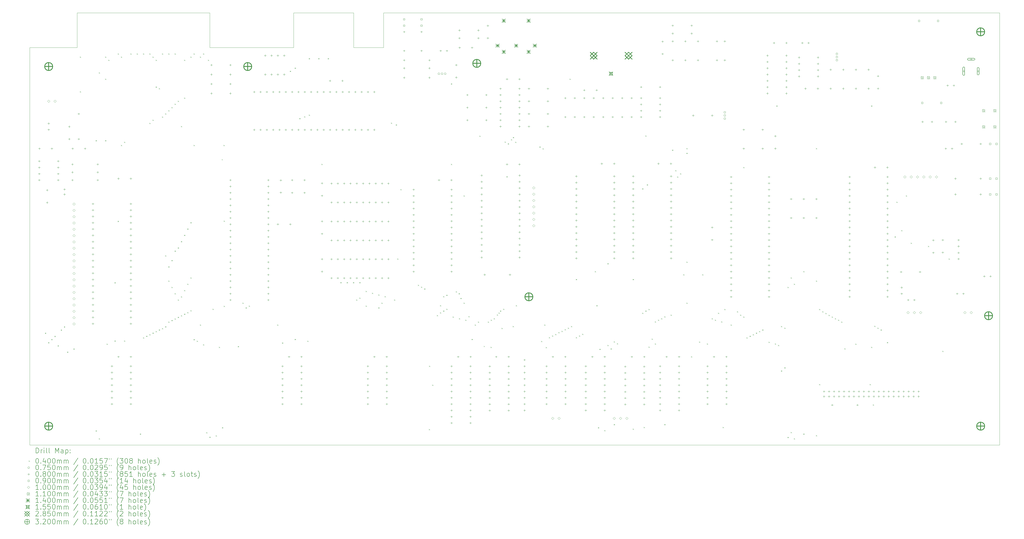
<source format=gbr>
%FSLAX45Y45*%
G04 Gerber Fmt 4.5, Leading zero omitted, Abs format (unit mm)*
G04 Created by KiCad (PCBNEW (6.0.6)) date 2022-08-30 12:21:12*
%MOMM*%
%LPD*%
G01*
G04 APERTURE LIST*
%TA.AperFunction,Profile*%
%ADD10C,0.100000*%
%TD*%
%ADD11C,0.200000*%
%ADD12C,0.040000*%
%ADD13C,0.075000*%
%ADD14C,0.080000*%
%ADD15C,0.090000*%
%ADD16C,0.100000*%
%ADD17C,0.110000*%
%ADD18C,0.140000*%
%ADD19C,0.155000*%
%ADD20C,0.285000*%
%ADD21C,0.320000*%
G04 APERTURE END LIST*
D10*
X1397000Y-4572000D02*
X1397000Y-20574000D01*
X14414500Y-4572000D02*
X14414500Y-3175000D01*
X12001500Y-4572000D02*
X12001500Y-3175000D01*
X8636000Y-4572000D02*
X12001500Y-4572000D01*
X15621000Y-4572000D02*
X14414500Y-4572000D01*
X8636000Y-3302000D02*
X8636000Y-4572000D01*
X40386000Y-3175000D02*
X15621000Y-3175000D01*
X3302000Y-4572000D02*
X3302000Y-3175000D01*
X40386000Y-3175000D02*
X40386000Y-20574000D01*
X8636000Y-3175000D02*
X8636000Y-3302000D01*
X15621000Y-3175000D02*
X15621000Y-4572000D01*
X14414500Y-3175000D02*
X12001500Y-3175000D01*
X1397000Y-20574000D02*
X40386000Y-20574000D01*
X1397000Y-4572000D02*
X3302000Y-4572000D01*
X3302000Y-3175000D02*
X8636000Y-3175000D01*
D11*
D12*
X2010000Y-16053000D02*
X2050000Y-16093000D01*
X2050000Y-16053000D02*
X2010000Y-16093000D01*
X2137000Y-16434000D02*
X2177000Y-16474000D01*
X2177000Y-16434000D02*
X2137000Y-16474000D01*
X2264000Y-16307000D02*
X2304000Y-16347000D01*
X2304000Y-16307000D02*
X2264000Y-16347000D01*
X2391000Y-16180000D02*
X2431000Y-16220000D01*
X2431000Y-16180000D02*
X2391000Y-16220000D01*
X2518000Y-16561000D02*
X2558000Y-16601000D01*
X2558000Y-16561000D02*
X2518000Y-16601000D01*
X2645000Y-15926000D02*
X2685000Y-15966000D01*
X2685000Y-15926000D02*
X2645000Y-15966000D01*
X2772000Y-15799000D02*
X2812000Y-15839000D01*
X2812000Y-15799000D02*
X2772000Y-15839000D01*
X2899000Y-16810250D02*
X2939000Y-16850250D01*
X2939000Y-16810250D02*
X2899000Y-16850250D01*
X3153000Y-16688000D02*
X3193000Y-16728000D01*
X3193000Y-16688000D02*
X3153000Y-16728000D01*
X3409000Y-4933000D02*
X3449000Y-4973000D01*
X3449000Y-4933000D02*
X3409000Y-4973000D01*
X3409000Y-6330000D02*
X3449000Y-6370000D01*
X3449000Y-6330000D02*
X3409000Y-6370000D01*
X4044000Y-8298500D02*
X4084000Y-8338500D01*
X4084000Y-8298500D02*
X4044000Y-8338500D01*
X4044000Y-19982500D02*
X4084000Y-20022500D01*
X4084000Y-19982500D02*
X4044000Y-20022500D01*
X4171000Y-5568000D02*
X4211000Y-5608000D01*
X4211000Y-5568000D02*
X4171000Y-5608000D01*
X4171000Y-20300000D02*
X4211000Y-20340000D01*
X4211000Y-20300000D02*
X4171000Y-20340000D01*
X4425000Y-4933000D02*
X4465000Y-4973000D01*
X4465000Y-4933000D02*
X4425000Y-4973000D01*
X4425000Y-5822000D02*
X4465000Y-5862000D01*
X4465000Y-5822000D02*
X4425000Y-5862000D01*
X4425000Y-8298500D02*
X4465000Y-8338500D01*
X4465000Y-8298500D02*
X4425000Y-8338500D01*
X4488500Y-16490000D02*
X4528500Y-16530000D01*
X4528500Y-16490000D02*
X4488500Y-16530000D01*
X4552000Y-5060000D02*
X4592000Y-5100000D01*
X4592000Y-5060000D02*
X4552000Y-5100000D01*
X4804000Y-14021000D02*
X4844000Y-14061000D01*
X4844000Y-14021000D02*
X4804000Y-14061000D01*
X4805000Y-16364000D02*
X4845000Y-16404000D01*
X4845000Y-16364000D02*
X4805000Y-16404000D01*
X4931000Y-11544500D02*
X4971000Y-11584500D01*
X4971000Y-11544500D02*
X4931000Y-11584500D01*
X4933000Y-4806000D02*
X4973000Y-4846000D01*
X4973000Y-4806000D02*
X4933000Y-4846000D01*
X5060000Y-4933000D02*
X5100000Y-4973000D01*
X5100000Y-4933000D02*
X5060000Y-4973000D01*
X5060000Y-8489000D02*
X5100000Y-8529000D01*
X5100000Y-8489000D02*
X5060000Y-8529000D01*
X5187000Y-8362000D02*
X5227000Y-8402000D01*
X5227000Y-8362000D02*
X5187000Y-8402000D01*
X5187000Y-16363000D02*
X5227000Y-16403000D01*
X5227000Y-16363000D02*
X5187000Y-16403000D01*
X5441000Y-4806000D02*
X5481000Y-4846000D01*
X5481000Y-4806000D02*
X5441000Y-4846000D01*
X5695000Y-4806000D02*
X5735000Y-4846000D01*
X5735000Y-4806000D02*
X5695000Y-4846000D01*
X5822000Y-20109500D02*
X5862000Y-20149500D01*
X5862000Y-20109500D02*
X5822000Y-20149500D01*
X5949000Y-4806000D02*
X5989000Y-4846000D01*
X5989000Y-4806000D02*
X5949000Y-4846000D01*
X5949000Y-16236000D02*
X5989000Y-16276000D01*
X5989000Y-16236000D02*
X5949000Y-16276000D01*
X6076000Y-16172500D02*
X6116000Y-16212500D01*
X6116000Y-16172500D02*
X6076000Y-16212500D01*
X6203000Y-4806000D02*
X6243000Y-4846000D01*
X6243000Y-4806000D02*
X6203000Y-4846000D01*
X6203000Y-7600000D02*
X6243000Y-7640000D01*
X6243000Y-7600000D02*
X6203000Y-7640000D01*
X6203000Y-16109000D02*
X6243000Y-16149000D01*
X6243000Y-16109000D02*
X6203000Y-16149000D01*
X6330000Y-4933000D02*
X6370000Y-4973000D01*
X6370000Y-4933000D02*
X6330000Y-4973000D01*
X6330000Y-7473000D02*
X6370000Y-7513000D01*
X6370000Y-7473000D02*
X6330000Y-7513000D01*
X6330000Y-16045500D02*
X6370000Y-16085500D01*
X6370000Y-16045500D02*
X6330000Y-16085500D01*
X6457000Y-5060000D02*
X6497000Y-5100000D01*
X6497000Y-5060000D02*
X6457000Y-5100000D01*
X6457000Y-6139500D02*
X6497000Y-6179500D01*
X6497000Y-6139500D02*
X6457000Y-6179500D01*
X6457000Y-15982000D02*
X6497000Y-16022000D01*
X6497000Y-15982000D02*
X6457000Y-16022000D01*
X6584000Y-6203000D02*
X6624000Y-6243000D01*
X6624000Y-6203000D02*
X6584000Y-6243000D01*
X6584000Y-15918500D02*
X6624000Y-15958500D01*
X6624000Y-15918500D02*
X6584000Y-15958500D01*
X6711000Y-4806000D02*
X6751000Y-4846000D01*
X6751000Y-4806000D02*
X6711000Y-4846000D01*
X6711000Y-7346000D02*
X6751000Y-7386000D01*
X6751000Y-7346000D02*
X6711000Y-7386000D01*
X6711000Y-15863950D02*
X6751000Y-15903950D01*
X6751000Y-15863950D02*
X6711000Y-15903950D01*
X6838000Y-7219000D02*
X6878000Y-7259000D01*
X6878000Y-7219000D02*
X6838000Y-7259000D01*
X6838000Y-12934000D02*
X6878000Y-12974000D01*
X6878000Y-12934000D02*
X6838000Y-12974000D01*
X6838000Y-15791500D02*
X6878000Y-15831500D01*
X6878000Y-15791500D02*
X6838000Y-15831500D01*
X6965000Y-4806000D02*
X7005000Y-4846000D01*
X7005000Y-4806000D02*
X6965000Y-4846000D01*
X6965000Y-7092000D02*
X7005000Y-7132000D01*
X7005000Y-7092000D02*
X6965000Y-7132000D01*
X6965000Y-13378500D02*
X7005000Y-13418500D01*
X7005000Y-13378500D02*
X6965000Y-13418500D01*
X6965000Y-13950000D02*
X7005000Y-13990000D01*
X7005000Y-13950000D02*
X6965000Y-13990000D01*
X6965000Y-15601000D02*
X7005000Y-15641000D01*
X7005000Y-15601000D02*
X6965000Y-15641000D01*
X7092000Y-6965000D02*
X7132000Y-7005000D01*
X7132000Y-6965000D02*
X7092000Y-7005000D01*
X7092000Y-13124500D02*
X7132000Y-13164500D01*
X7132000Y-13124500D02*
X7092000Y-13164500D01*
X7092000Y-14204000D02*
X7132000Y-14244000D01*
X7132000Y-14204000D02*
X7092000Y-14244000D01*
X7092000Y-15537500D02*
X7132000Y-15577500D01*
X7132000Y-15537500D02*
X7092000Y-15577500D01*
X7219000Y-4806000D02*
X7259000Y-4846000D01*
X7259000Y-4806000D02*
X7219000Y-4846000D01*
X7219000Y-6829050D02*
X7259000Y-6869050D01*
X7259000Y-6829050D02*
X7219000Y-6869050D01*
X7219000Y-12743500D02*
X7259000Y-12783500D01*
X7259000Y-12743500D02*
X7219000Y-12783500D01*
X7219000Y-14458000D02*
X7259000Y-14498000D01*
X7259000Y-14458000D02*
X7219000Y-14498000D01*
X7219000Y-15474000D02*
X7259000Y-15514000D01*
X7259000Y-15474000D02*
X7219000Y-15514000D01*
X7346000Y-6711000D02*
X7386000Y-6751000D01*
X7386000Y-6711000D02*
X7346000Y-6751000D01*
X7346000Y-12616500D02*
X7386000Y-12656500D01*
X7386000Y-12616500D02*
X7346000Y-12656500D01*
X7346000Y-14712000D02*
X7386000Y-14752000D01*
X7386000Y-14712000D02*
X7346000Y-14752000D01*
X7346000Y-15410500D02*
X7386000Y-15450500D01*
X7386000Y-15410500D02*
X7346000Y-15450500D01*
X7473000Y-7727000D02*
X7513000Y-7767000D01*
X7513000Y-7727000D02*
X7473000Y-7767000D01*
X7473000Y-12362500D02*
X7513000Y-12402500D01*
X7513000Y-12362500D02*
X7473000Y-12402500D01*
X7473000Y-14585000D02*
X7513000Y-14625000D01*
X7513000Y-14585000D02*
X7473000Y-14625000D01*
X7473000Y-15347000D02*
X7513000Y-15387000D01*
X7513000Y-15347000D02*
X7473000Y-15387000D01*
X7600000Y-5060000D02*
X7640000Y-5100000D01*
X7640000Y-5060000D02*
X7600000Y-5100000D01*
X7600000Y-6584000D02*
X7640000Y-6624000D01*
X7640000Y-6584000D02*
X7600000Y-6624000D01*
X7600000Y-12108500D02*
X7640000Y-12148500D01*
X7640000Y-12108500D02*
X7600000Y-12148500D01*
X7600000Y-14331000D02*
X7640000Y-14371000D01*
X7640000Y-14331000D02*
X7600000Y-14371000D01*
X7600000Y-15283500D02*
X7640000Y-15323500D01*
X7640000Y-15283500D02*
X7600000Y-15323500D01*
X7727000Y-11854500D02*
X7767000Y-11894500D01*
X7767000Y-11854500D02*
X7727000Y-11894500D01*
X7727000Y-14077000D02*
X7767000Y-14117000D01*
X7767000Y-14077000D02*
X7727000Y-14117000D01*
X7727000Y-15220000D02*
X7767000Y-15260000D01*
X7767000Y-15220000D02*
X7727000Y-15260000D01*
X7854000Y-4933000D02*
X7894000Y-4973000D01*
X7894000Y-4933000D02*
X7854000Y-4973000D01*
X7854000Y-11600500D02*
X7894000Y-11640500D01*
X7894000Y-11600500D02*
X7854000Y-11640500D01*
X7854000Y-13823000D02*
X7894000Y-13863000D01*
X7894000Y-13823000D02*
X7854000Y-13863000D01*
X7854000Y-15147550D02*
X7894000Y-15187550D01*
X7894000Y-15147550D02*
X7854000Y-15187550D01*
X7981000Y-4806000D02*
X8021000Y-4846000D01*
X8021000Y-4806000D02*
X7981000Y-4846000D01*
X7981000Y-8489000D02*
X8021000Y-8529000D01*
X8021000Y-8489000D02*
X7981000Y-8529000D01*
X7981000Y-16308450D02*
X8021000Y-16348450D01*
X8021000Y-16308450D02*
X7981000Y-16348450D01*
X8108000Y-16371950D02*
X8148000Y-16411950D01*
X8148000Y-16371950D02*
X8108000Y-16411950D01*
X8235000Y-4933000D02*
X8275000Y-4973000D01*
X8275000Y-4933000D02*
X8235000Y-4973000D01*
X8235000Y-15719050D02*
X8275000Y-15759050D01*
X8275000Y-15719050D02*
X8235000Y-15759050D01*
X8362000Y-4806000D02*
X8402000Y-4846000D01*
X8402000Y-4806000D02*
X8362000Y-4846000D01*
X8362000Y-16516900D02*
X8402000Y-16556900D01*
X8402000Y-16516900D02*
X8362000Y-16556900D01*
X8489000Y-20054950D02*
X8529000Y-20094950D01*
X8529000Y-20054950D02*
X8489000Y-20094950D01*
X8561450Y-5060000D02*
X8601450Y-5100000D01*
X8601450Y-5060000D02*
X8561450Y-5100000D01*
X8616000Y-20236500D02*
X8656000Y-20276500D01*
X8656000Y-20236500D02*
X8616000Y-20276500D01*
X8743000Y-15084050D02*
X8783000Y-15124050D01*
X8783000Y-15084050D02*
X8743000Y-15124050D01*
X8870000Y-20181950D02*
X8910000Y-20221950D01*
X8910000Y-20181950D02*
X8870000Y-20221950D01*
X8997000Y-16617000D02*
X9037000Y-16657000D01*
X9037000Y-16617000D02*
X8997000Y-16657000D01*
X9115050Y-9060500D02*
X9155050Y-9100500D01*
X9155050Y-9060500D02*
X9115050Y-9100500D01*
X9124000Y-19855500D02*
X9164000Y-19895500D01*
X9164000Y-19855500D02*
X9124000Y-19895500D01*
X9187500Y-8489000D02*
X9227500Y-8529000D01*
X9227500Y-8489000D02*
X9187500Y-8529000D01*
X9196450Y-11537000D02*
X9236450Y-11577000D01*
X9236450Y-11537000D02*
X9196450Y-11577000D01*
X9196450Y-14966000D02*
X9236450Y-15006000D01*
X9236450Y-14966000D02*
X9196450Y-15006000D01*
X9759000Y-16589350D02*
X9799000Y-16629350D01*
X9799000Y-16589350D02*
X9759000Y-16629350D01*
X9949500Y-14839000D02*
X9989500Y-14879000D01*
X9989500Y-14839000D02*
X9949500Y-14879000D01*
X10076500Y-15030000D02*
X10116500Y-15070000D01*
X10116500Y-15030000D02*
X10076500Y-15070000D01*
X10203500Y-14957050D02*
X10243500Y-14997050D01*
X10243500Y-14957050D02*
X10203500Y-14997050D01*
X11346500Y-15719050D02*
X11386500Y-15759050D01*
X11386500Y-15719050D02*
X11346500Y-15759050D01*
X11537000Y-16444400D02*
X11577000Y-16484400D01*
X11577000Y-16444400D02*
X11537000Y-16484400D01*
X11854500Y-5504500D02*
X11894500Y-5544500D01*
X11894500Y-5504500D02*
X11854500Y-5544500D01*
X12045000Y-5377500D02*
X12085000Y-5417500D01*
X12085000Y-5377500D02*
X12045000Y-5417500D01*
X12045000Y-16299500D02*
X12085000Y-16339500D01*
X12085000Y-16299500D02*
X12045000Y-16339500D01*
X12235500Y-7409500D02*
X12275500Y-7449500D01*
X12275500Y-7409500D02*
X12235500Y-7449500D01*
X12426000Y-7337050D02*
X12466000Y-7377050D01*
X12466000Y-7337050D02*
X12426000Y-7377050D01*
X12553000Y-16371950D02*
X12593000Y-16411950D01*
X12593000Y-16371950D02*
X12553000Y-16411950D01*
X12616500Y-4996500D02*
X12656500Y-5036500D01*
X12656500Y-4996500D02*
X12616500Y-5036500D01*
X12616500Y-7273550D02*
X12656500Y-7313550D01*
X12656500Y-7273550D02*
X12616500Y-7313550D01*
X12997500Y-4996500D02*
X13037500Y-5036500D01*
X13037500Y-4996500D02*
X12997500Y-5036500D01*
X13124500Y-9251000D02*
X13164500Y-9291000D01*
X13164500Y-9251000D02*
X13124500Y-9291000D01*
X13378500Y-4996500D02*
X13418500Y-5036500D01*
X13418500Y-4996500D02*
X13378500Y-5036500D01*
X13886500Y-14013500D02*
X13926500Y-14053500D01*
X13926500Y-14013500D02*
X13886500Y-14053500D01*
X14140500Y-14013500D02*
X14180500Y-14053500D01*
X14180500Y-14013500D02*
X14140500Y-14053500D01*
X14394500Y-14013500D02*
X14434500Y-14053500D01*
X14434500Y-14013500D02*
X14394500Y-14053500D01*
X14521500Y-14712000D02*
X14561500Y-14752000D01*
X14561500Y-14712000D02*
X14521500Y-14752000D01*
X14648500Y-14013500D02*
X14688500Y-14053500D01*
X14688500Y-14013500D02*
X14648500Y-14053500D01*
X14648500Y-14639550D02*
X14688500Y-14679550D01*
X14688500Y-14639550D02*
X14648500Y-14679550D01*
X14902500Y-14367650D02*
X14942500Y-14407650D01*
X14942500Y-14367650D02*
X14902500Y-14407650D01*
X14902500Y-14957050D02*
X14942500Y-14997050D01*
X14942500Y-14957050D02*
X14902500Y-14997050D01*
X15156500Y-14440100D02*
X15196500Y-14480100D01*
X15196500Y-14440100D02*
X15156500Y-14480100D01*
X15410500Y-14512550D02*
X15450500Y-14552550D01*
X15450500Y-14512550D02*
X15410500Y-14552550D01*
X15410500Y-15029500D02*
X15450500Y-15069500D01*
X15450500Y-15029500D02*
X15410500Y-15069500D01*
X15537500Y-14839000D02*
X15577500Y-14879000D01*
X15577500Y-14839000D02*
X15537500Y-14879000D01*
X15664500Y-14576050D02*
X15704500Y-14616050D01*
X15704500Y-14576050D02*
X15664500Y-14616050D01*
X15918500Y-7591050D02*
X15958500Y-7631050D01*
X15958500Y-7591050D02*
X15918500Y-7631050D01*
X16045500Y-14712000D02*
X16085500Y-14752000D01*
X16085500Y-14712000D02*
X16045500Y-14752000D01*
X16109000Y-7663500D02*
X16149000Y-7703500D01*
X16149000Y-7663500D02*
X16109000Y-7703500D01*
X16172500Y-13061000D02*
X16212500Y-13101000D01*
X16212500Y-13061000D02*
X16172500Y-13101000D01*
X16299500Y-10267000D02*
X16339500Y-10307000D01*
X16339500Y-10267000D02*
X16299500Y-10307000D01*
X16998000Y-14122600D02*
X17038000Y-14162600D01*
X17038000Y-14122600D02*
X16998000Y-14162600D01*
X17125000Y-14195050D02*
X17165000Y-14235050D01*
X17165000Y-14195050D02*
X17125000Y-14235050D01*
X17252000Y-14267500D02*
X17292000Y-14307500D01*
X17292000Y-14267500D02*
X17252000Y-14307500D01*
X17442500Y-19927950D02*
X17482500Y-19967950D01*
X17482500Y-19927950D02*
X17442500Y-19967950D01*
X17447500Y-17378000D02*
X17487500Y-17418000D01*
X17487500Y-17378000D02*
X17447500Y-17418000D01*
X17574500Y-18140000D02*
X17614500Y-18180000D01*
X17614500Y-18140000D02*
X17574500Y-18180000D01*
X17760000Y-15338050D02*
X17800000Y-15378050D01*
X17800000Y-15338050D02*
X17760000Y-15378050D01*
X17887000Y-14939100D02*
X17927000Y-14979100D01*
X17927000Y-14939100D02*
X17887000Y-14979100D01*
X17887000Y-15228950D02*
X17927000Y-15268950D01*
X17927000Y-15228950D02*
X17887000Y-15268950D01*
X18014000Y-14576050D02*
X18054000Y-14616050D01*
X18054000Y-14576050D02*
X18014000Y-14616050D01*
X18014000Y-15156500D02*
X18054000Y-15196500D01*
X18054000Y-15156500D02*
X18014000Y-15196500D01*
X18141000Y-14521500D02*
X18181000Y-14561500D01*
X18181000Y-14521500D02*
X18141000Y-14561500D01*
X18141000Y-15084050D02*
X18181000Y-15124050D01*
X18181000Y-15084050D02*
X18141000Y-15124050D01*
X18331500Y-6012500D02*
X18371500Y-6052500D01*
X18371500Y-6012500D02*
X18331500Y-6052500D01*
X18331500Y-9251000D02*
X18371500Y-9291000D01*
X18371500Y-9251000D02*
X18331500Y-9291000D01*
X18395000Y-15401550D02*
X18435000Y-15441550D01*
X18435000Y-15401550D02*
X18395000Y-15441550D01*
X18522000Y-14385550D02*
X18562000Y-14425550D01*
X18562000Y-14385550D02*
X18522000Y-14425550D01*
X18640050Y-14458000D02*
X18680050Y-14498000D01*
X18680050Y-14458000D02*
X18640050Y-14498000D01*
X18649000Y-15465050D02*
X18689000Y-15505050D01*
X18689000Y-15465050D02*
X18649000Y-15505050D01*
X18712500Y-14648500D02*
X18752500Y-14688500D01*
X18752500Y-14648500D02*
X18712500Y-14688500D01*
X18839500Y-10521000D02*
X18879500Y-10561000D01*
X18879500Y-10521000D02*
X18839500Y-10561000D01*
X18839500Y-14839000D02*
X18879500Y-14879000D01*
X18879500Y-14839000D02*
X18839500Y-14879000D01*
X18903000Y-15528550D02*
X18943000Y-15568550D01*
X18943000Y-15528550D02*
X18903000Y-15568550D01*
X19030000Y-15383600D02*
X19070000Y-15423600D01*
X19070000Y-15383600D02*
X19030000Y-15423600D01*
X19157000Y-16299500D02*
X19197000Y-16339500D01*
X19197000Y-16299500D02*
X19157000Y-16339500D01*
X19284000Y-15719050D02*
X19324000Y-15759050D01*
X19324000Y-15719050D02*
X19284000Y-15759050D01*
X19411000Y-15601000D02*
X19451000Y-15641000D01*
X19451000Y-15601000D02*
X19411000Y-15641000D01*
X19474500Y-8116950D02*
X19514500Y-8156950D01*
X19514500Y-8116950D02*
X19474500Y-8156950D01*
X19645520Y-16581000D02*
X19685520Y-16621000D01*
X19685520Y-16581000D02*
X19645520Y-16621000D01*
X19809950Y-15601000D02*
X19849950Y-15641000D01*
X19849950Y-15601000D02*
X19809950Y-15641000D01*
X19919000Y-16617000D02*
X19959000Y-16657000D01*
X19959000Y-16617000D02*
X19919000Y-16657000D01*
X19927950Y-15528550D02*
X19967950Y-15568550D01*
X19967950Y-15528550D02*
X19927950Y-15568550D01*
X20046000Y-15465050D02*
X20086000Y-15505050D01*
X20086000Y-15465050D02*
X20046000Y-15505050D01*
X20173000Y-15311150D02*
X20213000Y-15351150D01*
X20213000Y-15311150D02*
X20173000Y-15351150D01*
X20243703Y-15240502D02*
X20283703Y-15280502D01*
X20283703Y-15240502D02*
X20243703Y-15280502D01*
X20300000Y-15156500D02*
X20340000Y-15196500D01*
X20340000Y-15156500D02*
X20300000Y-15196500D01*
X20363500Y-15855000D02*
X20403500Y-15895000D01*
X20403500Y-15855000D02*
X20363500Y-15895000D01*
X20427000Y-15084050D02*
X20467000Y-15124050D01*
X20467000Y-15084050D02*
X20427000Y-15124050D01*
X20490500Y-8352450D02*
X20530500Y-8392450D01*
X20530500Y-8352450D02*
X20490500Y-8392450D01*
X20562000Y-9751000D02*
X20602000Y-9791000D01*
X20602000Y-9751000D02*
X20562000Y-9791000D01*
X20617500Y-8425500D02*
X20657500Y-8465500D01*
X20657500Y-8425500D02*
X20617500Y-8465500D01*
X20741784Y-8261900D02*
X20781784Y-8301900D01*
X20781784Y-8261900D02*
X20741784Y-8301900D01*
X20808000Y-15782550D02*
X20848000Y-15822550D01*
X20848000Y-15782550D02*
X20808000Y-15822550D01*
X20816950Y-8171500D02*
X20856950Y-8211500D01*
X20856950Y-8171500D02*
X20816950Y-8211500D01*
X20909500Y-8362000D02*
X20949500Y-8402000D01*
X20949500Y-8362000D02*
X20909500Y-8402000D01*
X20935000Y-14939100D02*
X20975000Y-14979100D01*
X20975000Y-14939100D02*
X20935000Y-14979100D01*
X21887500Y-8552500D02*
X21927500Y-8592500D01*
X21927500Y-8552500D02*
X21887500Y-8592500D01*
X21951000Y-16382050D02*
X21991000Y-16422050D01*
X21991000Y-16382050D02*
X21951000Y-16422050D01*
X22014500Y-8624950D02*
X22054500Y-8664950D01*
X22054500Y-8624950D02*
X22014500Y-8664950D01*
X22078000Y-15719050D02*
X22118000Y-15759050D01*
X22118000Y-15719050D02*
X22078000Y-15759050D01*
X22141500Y-16626000D02*
X22181500Y-16666000D01*
X22181500Y-16626000D02*
X22141500Y-16666000D01*
X22268500Y-16227050D02*
X22308500Y-16267050D01*
X22308500Y-16227050D02*
X22268500Y-16267050D01*
X22395500Y-16163550D02*
X22435500Y-16203550D01*
X22435500Y-16163550D02*
X22395500Y-16203550D01*
X22522500Y-16100050D02*
X22562500Y-16140050D01*
X22562500Y-16100050D02*
X22522500Y-16140050D01*
X22649500Y-16027600D02*
X22689500Y-16067600D01*
X22689500Y-16027600D02*
X22649500Y-16067600D01*
X22776500Y-15973050D02*
X22816500Y-16013050D01*
X22816500Y-15973050D02*
X22776500Y-16013050D01*
X22903500Y-15909550D02*
X22943500Y-15949550D01*
X22943500Y-15909550D02*
X22903500Y-15949550D01*
X23030500Y-15846050D02*
X23070500Y-15886050D01*
X23070500Y-15846050D02*
X23030500Y-15886050D01*
X23094000Y-5822000D02*
X23134000Y-5862000D01*
X23134000Y-5822000D02*
X23094000Y-5862000D01*
X23157500Y-15782550D02*
X23197500Y-15822550D01*
X23197500Y-15782550D02*
X23157500Y-15822550D01*
X23348000Y-13886500D02*
X23388000Y-13926500D01*
X23388000Y-13886500D02*
X23348000Y-13926500D01*
X23348000Y-16227050D02*
X23388000Y-16267050D01*
X23388000Y-16227050D02*
X23348000Y-16267050D01*
X23475000Y-16163550D02*
X23515000Y-16203550D01*
X23515000Y-16163550D02*
X23475000Y-16203550D01*
X23602000Y-16091100D02*
X23642000Y-16131100D01*
X23642000Y-16091100D02*
X23602000Y-16131100D01*
X24110000Y-13569000D02*
X24150000Y-13609000D01*
X24150000Y-13569000D02*
X24110000Y-13609000D01*
X24175950Y-14939100D02*
X24215950Y-14979100D01*
X24215950Y-14939100D02*
X24175950Y-14979100D01*
X24237000Y-19855500D02*
X24277000Y-19895500D01*
X24277000Y-19855500D02*
X24237000Y-19895500D01*
X24300500Y-16697550D02*
X24340500Y-16737550D01*
X24340500Y-16697550D02*
X24300500Y-16737550D01*
X24491000Y-19973550D02*
X24531000Y-20013550D01*
X24531000Y-19973550D02*
X24491000Y-20013550D01*
X24618000Y-13251500D02*
X24658000Y-13291500D01*
X24658000Y-13251500D02*
X24618000Y-13291500D01*
X24618000Y-16544550D02*
X24658000Y-16584550D01*
X24658000Y-16544550D02*
X24618000Y-16584550D01*
X24745000Y-16680500D02*
X24785000Y-16720500D01*
X24785000Y-16680500D02*
X24745000Y-16720500D01*
X24872000Y-16399650D02*
X24912000Y-16439650D01*
X24912000Y-16399650D02*
X24872000Y-16439650D01*
X24872000Y-19728500D02*
X24912000Y-19768500D01*
X24912000Y-19728500D02*
X24872000Y-19768500D01*
X24999000Y-16472100D02*
X25039000Y-16512100D01*
X25039000Y-16472100D02*
X24999000Y-16512100D01*
X25634000Y-13886500D02*
X25674000Y-13926500D01*
X25674000Y-13886500D02*
X25634000Y-13926500D01*
X25634000Y-19910050D02*
X25674000Y-19950050D01*
X25674000Y-19910050D02*
X25634000Y-19950050D01*
X26015000Y-10239500D02*
X26055000Y-10279500D01*
X26055000Y-10239500D02*
X26015000Y-10279500D01*
X26015000Y-15247700D02*
X26055000Y-15287700D01*
X26055000Y-15247700D02*
X26015000Y-15287700D01*
X26078500Y-19846550D02*
X26118500Y-19886550D01*
X26118500Y-19846550D02*
X26078500Y-19886550D01*
X26142000Y-8108000D02*
X26182000Y-8148000D01*
X26182000Y-8108000D02*
X26142000Y-8148000D01*
X26142000Y-15156500D02*
X26182000Y-15196500D01*
X26182000Y-15156500D02*
X26142000Y-15196500D01*
X26205500Y-10076500D02*
X26245500Y-10116500D01*
X26245500Y-10076500D02*
X26205500Y-10116500D01*
X26269000Y-15093000D02*
X26309000Y-15133000D01*
X26309000Y-15093000D02*
X26269000Y-15133000D01*
X26269000Y-16608050D02*
X26309000Y-16648050D01*
X26309000Y-16608050D02*
X26269000Y-16648050D01*
X26396000Y-16290550D02*
X26436000Y-16330550D01*
X26436000Y-16290550D02*
X26396000Y-16330550D01*
X26523000Y-15592050D02*
X26563000Y-15632050D01*
X26563000Y-15592050D02*
X26523000Y-15632050D01*
X26523000Y-16481050D02*
X26563000Y-16521050D01*
X26563000Y-16481050D02*
X26523000Y-16521050D01*
X26650000Y-15528550D02*
X26690000Y-15568550D01*
X26690000Y-15528550D02*
X26650000Y-15568550D01*
X26777000Y-15465050D02*
X26817000Y-15505050D01*
X26817000Y-15465050D02*
X26777000Y-15505050D01*
X26904000Y-15392600D02*
X26944000Y-15432600D01*
X26944000Y-15392600D02*
X26904000Y-15432600D01*
X26904000Y-19728500D02*
X26944000Y-19768500D01*
X26944000Y-19728500D02*
X26904000Y-19768500D01*
X27158000Y-15320150D02*
X27198000Y-15360150D01*
X27198000Y-15320150D02*
X27158000Y-15360150D01*
X27221500Y-8679500D02*
X27261500Y-8719500D01*
X27261500Y-8679500D02*
X27221500Y-8719500D01*
X27348500Y-9505000D02*
X27388500Y-9545000D01*
X27388500Y-9505000D02*
X27348500Y-9545000D01*
X27420950Y-9759000D02*
X27460950Y-9799000D01*
X27460950Y-9759000D02*
X27420950Y-9799000D01*
X27539000Y-9632000D02*
X27579000Y-9672000D01*
X27579000Y-9632000D02*
X27539000Y-9672000D01*
X27666000Y-13696000D02*
X27706000Y-13736000D01*
X27706000Y-13696000D02*
X27666000Y-13736000D01*
X27793000Y-8616000D02*
X27833000Y-8656000D01*
X27833000Y-8616000D02*
X27793000Y-8656000D01*
X27793000Y-8806500D02*
X27833000Y-8846500D01*
X27833000Y-8806500D02*
X27793000Y-8846500D01*
X27793000Y-13188000D02*
X27833000Y-13228000D01*
X27833000Y-13188000D02*
X27793000Y-13228000D01*
X27793000Y-14839000D02*
X27833000Y-14879000D01*
X27833000Y-14839000D02*
X27793000Y-14879000D01*
X27983500Y-16998000D02*
X28023500Y-17038000D01*
X28023500Y-16998000D02*
X27983500Y-17038000D01*
X28301000Y-16408600D02*
X28341000Y-16448600D01*
X28341000Y-16408600D02*
X28301000Y-16448600D01*
X28428000Y-13696000D02*
X28468000Y-13736000D01*
X28468000Y-13696000D02*
X28428000Y-13736000D01*
X28618500Y-16481050D02*
X28658500Y-16521050D01*
X28658500Y-16481050D02*
X28618500Y-16521050D01*
X28809000Y-15465050D02*
X28849000Y-15505050D01*
X28849000Y-15465050D02*
X28809000Y-15505050D01*
X28936000Y-15528550D02*
X28976000Y-15568550D01*
X28976000Y-15528550D02*
X28936000Y-15568550D01*
X29063000Y-15247700D02*
X29103000Y-15287700D01*
X29103000Y-15247700D02*
X29063000Y-15287700D01*
X29190000Y-15592050D02*
X29230000Y-15632050D01*
X29230000Y-15592050D02*
X29190000Y-15632050D01*
X29253500Y-19846550D02*
X29293500Y-19886550D01*
X29293500Y-19846550D02*
X29253500Y-19886550D01*
X29317000Y-15093000D02*
X29357000Y-15133000D01*
X29357000Y-15093000D02*
X29317000Y-15133000D01*
X29571000Y-15719050D02*
X29611000Y-15759050D01*
X29611000Y-15719050D02*
X29571000Y-15759050D01*
X29825000Y-15184200D02*
X29865000Y-15224200D01*
X29865000Y-15184200D02*
X29825000Y-15224200D01*
X29952000Y-15320150D02*
X29992000Y-15360150D01*
X29992000Y-15320150D02*
X29952000Y-15360150D01*
X30079000Y-9378000D02*
X30119000Y-9418000D01*
X30119000Y-9378000D02*
X30079000Y-9418000D01*
X30079000Y-15401550D02*
X30119000Y-15441550D01*
X30119000Y-15401550D02*
X30079000Y-15441550D01*
X30206000Y-16236000D02*
X30246000Y-16276000D01*
X30246000Y-16236000D02*
X30206000Y-16276000D01*
X30333000Y-16172500D02*
X30373000Y-16212500D01*
X30373000Y-16172500D02*
X30333000Y-16212500D01*
X30460000Y-16109000D02*
X30500000Y-16149000D01*
X30500000Y-16109000D02*
X30460000Y-16149000D01*
X30587000Y-16045500D02*
X30627000Y-16085500D01*
X30627000Y-16045500D02*
X30587000Y-16085500D01*
X30714000Y-15982000D02*
X30754000Y-16022000D01*
X30754000Y-15982000D02*
X30714000Y-16022000D01*
X30841000Y-15918500D02*
X30881000Y-15958500D01*
X30881000Y-15918500D02*
X30841000Y-15958500D01*
X31095000Y-16417550D02*
X31135000Y-16457550D01*
X31135000Y-16417550D02*
X31095000Y-16457550D01*
X31349000Y-16481050D02*
X31389000Y-16521050D01*
X31389000Y-16481050D02*
X31349000Y-16521050D01*
X31412500Y-6901500D02*
X31452500Y-6941500D01*
X31452500Y-6901500D02*
X31412500Y-6941500D01*
X31476000Y-16544550D02*
X31516000Y-16584550D01*
X31516000Y-16544550D02*
X31476000Y-16584550D01*
X31599827Y-17569500D02*
X31639827Y-17609500D01*
X31639827Y-17569500D02*
X31599827Y-17609500D01*
X31599858Y-15782550D02*
X31639858Y-15822550D01*
X31639858Y-15782550D02*
X31599858Y-15822550D01*
X31730000Y-15846050D02*
X31770000Y-15886050D01*
X31770000Y-15846050D02*
X31730000Y-15886050D01*
X31730000Y-17442500D02*
X31770000Y-17482500D01*
X31770000Y-17442500D02*
X31730000Y-17482500D01*
X31857000Y-14204000D02*
X31897000Y-14244000D01*
X31897000Y-14204000D02*
X31857000Y-14244000D01*
X31857000Y-20245450D02*
X31897000Y-20285450D01*
X31897000Y-20245450D02*
X31857000Y-20285450D01*
X31984000Y-13823000D02*
X32024000Y-13863000D01*
X32024000Y-13823000D02*
X31984000Y-13863000D01*
X31984000Y-20046000D02*
X32024000Y-20086000D01*
X32024000Y-20046000D02*
X31984000Y-20086000D01*
X32111000Y-14077000D02*
X32151000Y-14117000D01*
X32151000Y-14077000D02*
X32111000Y-14117000D01*
X32111000Y-20300000D02*
X32151000Y-20340000D01*
X32151000Y-20300000D02*
X32111000Y-20340000D01*
X32492000Y-13569000D02*
X32532000Y-13609000D01*
X32532000Y-13569000D02*
X32492000Y-13609000D01*
X32492000Y-20109500D02*
X32532000Y-20149500D01*
X32532000Y-20109500D02*
X32492000Y-20149500D01*
X33000000Y-8616000D02*
X33040000Y-8656000D01*
X33040000Y-8616000D02*
X33000000Y-8656000D01*
X33000000Y-13950000D02*
X33040000Y-13990000D01*
X33040000Y-13950000D02*
X33000000Y-13990000D01*
X33000000Y-20173000D02*
X33040000Y-20213000D01*
X33040000Y-20173000D02*
X33000000Y-20213000D01*
X33127000Y-15093000D02*
X33167000Y-15133000D01*
X33167000Y-15093000D02*
X33127000Y-15133000D01*
X33127000Y-18114000D02*
X33167000Y-18154000D01*
X33167000Y-18114000D02*
X33127000Y-18154000D01*
X33254000Y-15184200D02*
X33294000Y-15224200D01*
X33294000Y-15184200D02*
X33254000Y-15224200D01*
X33381000Y-15256650D02*
X33421000Y-15296650D01*
X33421000Y-15256650D02*
X33381000Y-15296650D01*
X33508000Y-15329100D02*
X33548000Y-15369100D01*
X33548000Y-15329100D02*
X33508000Y-15369100D01*
X33635000Y-15401550D02*
X33675000Y-15441550D01*
X33675000Y-15401550D02*
X33635000Y-15441550D01*
X33762000Y-15465050D02*
X33802000Y-15505050D01*
X33802000Y-15465050D02*
X33762000Y-15505050D01*
X33889000Y-15528550D02*
X33929000Y-15568550D01*
X33929000Y-15528550D02*
X33889000Y-15568550D01*
X34016000Y-15601000D02*
X34056000Y-15641000D01*
X34056000Y-15601000D02*
X34016000Y-15641000D01*
X34144230Y-16679270D02*
X34184230Y-16719270D01*
X34184230Y-16679270D02*
X34144230Y-16719270D01*
X34587500Y-16490000D02*
X34627500Y-16530000D01*
X34627500Y-16490000D02*
X34587500Y-16530000D01*
X35159000Y-18114000D02*
X35199000Y-18154000D01*
X35199000Y-18114000D02*
X35159000Y-18154000D01*
X35222500Y-6901500D02*
X35262500Y-6941500D01*
X35262500Y-6901500D02*
X35222500Y-6941500D01*
X35222500Y-16617000D02*
X35262500Y-16657000D01*
X35262500Y-16617000D02*
X35222500Y-16657000D01*
X35286000Y-18939500D02*
X35326000Y-18979500D01*
X35326000Y-18939500D02*
X35286000Y-18979500D01*
X35349500Y-15773600D02*
X35389500Y-15813600D01*
X35389500Y-15773600D02*
X35349500Y-15813600D01*
X35476500Y-15846050D02*
X35516500Y-15886050D01*
X35516500Y-15846050D02*
X35476500Y-15886050D01*
X35603500Y-15918500D02*
X35643500Y-15958500D01*
X35643500Y-15918500D02*
X35603500Y-15958500D01*
X35857500Y-16426500D02*
X35897500Y-16466500D01*
X35897500Y-16426500D02*
X35857500Y-16466500D01*
X36166050Y-12172000D02*
X36206050Y-12212000D01*
X36206050Y-12172000D02*
X36166050Y-12212000D01*
X36238500Y-10775000D02*
X36278500Y-10815000D01*
X36278500Y-10775000D02*
X36238500Y-10815000D01*
X36429000Y-11918000D02*
X36469000Y-11958000D01*
X36469000Y-11918000D02*
X36429000Y-11958000D01*
X36619500Y-10521000D02*
X36659500Y-10561000D01*
X36659500Y-10521000D02*
X36619500Y-10561000D01*
X36810000Y-12426000D02*
X36850000Y-12466000D01*
X36850000Y-12426000D02*
X36810000Y-12466000D01*
X37508500Y-12553000D02*
X37548500Y-12593000D01*
X37548500Y-12553000D02*
X37508500Y-12593000D01*
X38080000Y-16780500D02*
X38120000Y-16820500D01*
X38120000Y-16780500D02*
X38080000Y-16820500D01*
X38334000Y-13061000D02*
X38374000Y-13101000D01*
X38374000Y-13061000D02*
X38334000Y-13101000D01*
D13*
X17881000Y-5624000D02*
G75*
G03*
X17881000Y-5624000I-37500J0D01*
G01*
X18008000Y-5624000D02*
G75*
G03*
X18008000Y-5624000I-37500J0D01*
G01*
X18135000Y-5624000D02*
G75*
G03*
X18135000Y-5624000I-37500J0D01*
G01*
X29374500Y-7175500D02*
G75*
G03*
X29374500Y-7175500I-37500J0D01*
G01*
X29374500Y-7302500D02*
G75*
G03*
X29374500Y-7302500I-37500J0D01*
G01*
X29374500Y-7429500D02*
G75*
G03*
X29374500Y-7429500I-37500J0D01*
G01*
X33882000Y-4824556D02*
G75*
G03*
X33882000Y-4824556I-37500J0D01*
G01*
X33882000Y-4951556D02*
G75*
G03*
X33882000Y-4951556I-37500J0D01*
G01*
X33882000Y-5078556D02*
G75*
G03*
X33882000Y-5078556I-37500J0D01*
G01*
D14*
X1778000Y-9104000D02*
X1778000Y-9184000D01*
X1738000Y-9144000D02*
X1818000Y-9144000D01*
X1778000Y-9358000D02*
X1778000Y-9438000D01*
X1738000Y-9398000D02*
X1818000Y-9398000D01*
X1778000Y-9612000D02*
X1778000Y-9692000D01*
X1738000Y-9652000D02*
X1818000Y-9652000D01*
X1778000Y-9866000D02*
X1778000Y-9946000D01*
X1738000Y-9906000D02*
X1818000Y-9906000D01*
X1786000Y-8596000D02*
X1786000Y-8676000D01*
X1746000Y-8636000D02*
X1826000Y-8636000D01*
X2095500Y-10269511D02*
X2095500Y-10349511D01*
X2055500Y-10309511D02*
X2135500Y-10309511D01*
X2095500Y-10769511D02*
X2095500Y-10849511D01*
X2055500Y-10809511D02*
X2135500Y-10809511D01*
X2159000Y-7584000D02*
X2159000Y-7664000D01*
X2119000Y-7624000D02*
X2199000Y-7624000D01*
X2159000Y-7834000D02*
X2159000Y-7914000D01*
X2119000Y-7874000D02*
X2199000Y-7874000D01*
X2286000Y-8596000D02*
X2286000Y-8676000D01*
X2246000Y-8636000D02*
X2326000Y-8636000D01*
X2540000Y-9104000D02*
X2540000Y-9184000D01*
X2500000Y-9144000D02*
X2580000Y-9144000D01*
X2540000Y-9358000D02*
X2540000Y-9438000D01*
X2500000Y-9398000D02*
X2580000Y-9398000D01*
X2540000Y-9612000D02*
X2540000Y-9692000D01*
X2500000Y-9652000D02*
X2580000Y-9652000D01*
X2540000Y-9866000D02*
X2540000Y-9946000D01*
X2500000Y-9906000D02*
X2580000Y-9906000D01*
X2794000Y-10237500D02*
X2794000Y-10317500D01*
X2754000Y-10277500D02*
X2834000Y-10277500D01*
X2794000Y-10437500D02*
X2794000Y-10517500D01*
X2754000Y-10477500D02*
X2834000Y-10477500D01*
X2984500Y-7711000D02*
X2984500Y-7791000D01*
X2944500Y-7751000D02*
X3024500Y-7751000D01*
X2984500Y-8211000D02*
X2984500Y-8291000D01*
X2944500Y-8251000D02*
X3024500Y-8251000D01*
X3111500Y-9231000D02*
X3111500Y-9311000D01*
X3071500Y-9271000D02*
X3151500Y-9271000D01*
X3111500Y-9548500D02*
X3111500Y-9628500D01*
X3071500Y-9588500D02*
X3151500Y-9588500D01*
X3111500Y-9866000D02*
X3111500Y-9946000D01*
X3071500Y-9906000D02*
X3151500Y-9906000D01*
X3119500Y-8596000D02*
X3119500Y-8676000D01*
X3079500Y-8636000D02*
X3159500Y-8636000D01*
X3365500Y-7199000D02*
X3365500Y-7279000D01*
X3325500Y-7239000D02*
X3405500Y-7239000D01*
X3365500Y-8215000D02*
X3365500Y-8295000D01*
X3325500Y-8255000D02*
X3405500Y-8255000D01*
X3619500Y-8596000D02*
X3619500Y-8676000D01*
X3579500Y-8636000D02*
X3659500Y-8636000D01*
X3937000Y-10818500D02*
X3937000Y-10898500D01*
X3897000Y-10858500D02*
X3977000Y-10858500D01*
X3937000Y-11072500D02*
X3937000Y-11152500D01*
X3897000Y-11112500D02*
X3977000Y-11112500D01*
X3937000Y-11326500D02*
X3937000Y-11406500D01*
X3897000Y-11366500D02*
X3977000Y-11366500D01*
X3937000Y-11580500D02*
X3937000Y-11660500D01*
X3897000Y-11620500D02*
X3977000Y-11620500D01*
X3937000Y-11834500D02*
X3937000Y-11914500D01*
X3897000Y-11874500D02*
X3977000Y-11874500D01*
X3937000Y-12088500D02*
X3937000Y-12168500D01*
X3897000Y-12128500D02*
X3977000Y-12128500D01*
X3937000Y-12342500D02*
X3937000Y-12422500D01*
X3897000Y-12382500D02*
X3977000Y-12382500D01*
X3937000Y-12596500D02*
X3937000Y-12676500D01*
X3897000Y-12636500D02*
X3977000Y-12636500D01*
X3937000Y-12850500D02*
X3937000Y-12930500D01*
X3897000Y-12890500D02*
X3977000Y-12890500D01*
X3937000Y-13104500D02*
X3937000Y-13184500D01*
X3897000Y-13144500D02*
X3977000Y-13144500D01*
X3937000Y-13358500D02*
X3937000Y-13438500D01*
X3897000Y-13398500D02*
X3977000Y-13398500D01*
X3937000Y-13612500D02*
X3937000Y-13692500D01*
X3897000Y-13652500D02*
X3977000Y-13652500D01*
X3937000Y-13866500D02*
X3937000Y-13946500D01*
X3897000Y-13906500D02*
X3977000Y-13906500D01*
X3937000Y-14120500D02*
X3937000Y-14200500D01*
X3897000Y-14160500D02*
X3977000Y-14160500D01*
X3937000Y-14374500D02*
X3937000Y-14454500D01*
X3897000Y-14414500D02*
X3977000Y-14414500D01*
X3937000Y-14628500D02*
X3937000Y-14708500D01*
X3897000Y-14668500D02*
X3977000Y-14668500D01*
X3937000Y-14882500D02*
X3937000Y-14962500D01*
X3897000Y-14922500D02*
X3977000Y-14922500D01*
X3937000Y-15136500D02*
X3937000Y-15216500D01*
X3897000Y-15176500D02*
X3977000Y-15176500D01*
X3937000Y-15390500D02*
X3937000Y-15470500D01*
X3897000Y-15430500D02*
X3977000Y-15430500D01*
X3937000Y-15644500D02*
X3937000Y-15724500D01*
X3897000Y-15684500D02*
X3977000Y-15684500D01*
X4127500Y-9231000D02*
X4127500Y-9311000D01*
X4087500Y-9271000D02*
X4167500Y-9271000D01*
X4127500Y-9548500D02*
X4127500Y-9628500D01*
X4087500Y-9588500D02*
X4167500Y-9588500D01*
X4127500Y-9866000D02*
X4127500Y-9946000D01*
X4087500Y-9906000D02*
X4167500Y-9906000D01*
X4699000Y-17357500D02*
X4699000Y-17437500D01*
X4659000Y-17397500D02*
X4739000Y-17397500D01*
X4699000Y-17611500D02*
X4699000Y-17691500D01*
X4659000Y-17651500D02*
X4739000Y-17651500D01*
X4699000Y-17865500D02*
X4699000Y-17945500D01*
X4659000Y-17905500D02*
X4739000Y-17905500D01*
X4699000Y-18119500D02*
X4699000Y-18199500D01*
X4659000Y-18159500D02*
X4739000Y-18159500D01*
X4699000Y-18373500D02*
X4699000Y-18453500D01*
X4659000Y-18413500D02*
X4739000Y-18413500D01*
X4699000Y-18627500D02*
X4699000Y-18707500D01*
X4659000Y-18667500D02*
X4739000Y-18667500D01*
X4699000Y-18881500D02*
X4699000Y-18961500D01*
X4659000Y-18921500D02*
X4739000Y-18921500D01*
X4960000Y-16977000D02*
X4960000Y-17057000D01*
X4920000Y-17017000D02*
X5000000Y-17017000D01*
X4961000Y-9802500D02*
X4961000Y-9882500D01*
X4921000Y-9842500D02*
X5001000Y-9842500D01*
X5460000Y-16977000D02*
X5460000Y-17057000D01*
X5420000Y-17017000D02*
X5500000Y-17017000D01*
X5461000Y-9802500D02*
X5461000Y-9882500D01*
X5421000Y-9842500D02*
X5501000Y-9842500D01*
X5461000Y-10818500D02*
X5461000Y-10898500D01*
X5421000Y-10858500D02*
X5501000Y-10858500D01*
X5461000Y-11072500D02*
X5461000Y-11152500D01*
X5421000Y-11112500D02*
X5501000Y-11112500D01*
X5461000Y-11326500D02*
X5461000Y-11406500D01*
X5421000Y-11366500D02*
X5501000Y-11366500D01*
X5461000Y-11580500D02*
X5461000Y-11660500D01*
X5421000Y-11620500D02*
X5501000Y-11620500D01*
X5461000Y-11834500D02*
X5461000Y-11914500D01*
X5421000Y-11874500D02*
X5501000Y-11874500D01*
X5461000Y-12088500D02*
X5461000Y-12168500D01*
X5421000Y-12128500D02*
X5501000Y-12128500D01*
X5461000Y-12342500D02*
X5461000Y-12422500D01*
X5421000Y-12382500D02*
X5501000Y-12382500D01*
X5461000Y-12596500D02*
X5461000Y-12676500D01*
X5421000Y-12636500D02*
X5501000Y-12636500D01*
X5461000Y-12850500D02*
X5461000Y-12930500D01*
X5421000Y-12890500D02*
X5501000Y-12890500D01*
X5461000Y-13104500D02*
X5461000Y-13184500D01*
X5421000Y-13144500D02*
X5501000Y-13144500D01*
X5461000Y-13358500D02*
X5461000Y-13438500D01*
X5421000Y-13398500D02*
X5501000Y-13398500D01*
X5461000Y-13612500D02*
X5461000Y-13692500D01*
X5421000Y-13652500D02*
X5501000Y-13652500D01*
X5461000Y-13866500D02*
X5461000Y-13946500D01*
X5421000Y-13906500D02*
X5501000Y-13906500D01*
X5461000Y-14120500D02*
X5461000Y-14200500D01*
X5421000Y-14160500D02*
X5501000Y-14160500D01*
X5461000Y-14374500D02*
X5461000Y-14454500D01*
X5421000Y-14414500D02*
X5501000Y-14414500D01*
X5461000Y-14628500D02*
X5461000Y-14708500D01*
X5421000Y-14668500D02*
X5501000Y-14668500D01*
X5461000Y-14882500D02*
X5461000Y-14962500D01*
X5421000Y-14922500D02*
X5501000Y-14922500D01*
X5461000Y-15136500D02*
X5461000Y-15216500D01*
X5421000Y-15176500D02*
X5501000Y-15176500D01*
X5461000Y-15390500D02*
X5461000Y-15470500D01*
X5421000Y-15430500D02*
X5501000Y-15430500D01*
X5461000Y-15644500D02*
X5461000Y-15724500D01*
X5421000Y-15684500D02*
X5501000Y-15684500D01*
X5461000Y-17357500D02*
X5461000Y-17437500D01*
X5421000Y-17397500D02*
X5501000Y-17397500D01*
X5461000Y-17611500D02*
X5461000Y-17691500D01*
X5421000Y-17651500D02*
X5501000Y-17651500D01*
X5461000Y-17865500D02*
X5461000Y-17945500D01*
X5421000Y-17905500D02*
X5501000Y-17905500D01*
X5461000Y-18119500D02*
X5461000Y-18199500D01*
X5421000Y-18159500D02*
X5501000Y-18159500D01*
X5461000Y-18373500D02*
X5461000Y-18453500D01*
X5421000Y-18413500D02*
X5501000Y-18413500D01*
X5461000Y-18627500D02*
X5461000Y-18707500D01*
X5421000Y-18667500D02*
X5501000Y-18667500D01*
X5461000Y-18881500D02*
X5461000Y-18961500D01*
X5421000Y-18921500D02*
X5501000Y-18921500D01*
X8699500Y-5230500D02*
X8699500Y-5310500D01*
X8659500Y-5270500D02*
X8739500Y-5270500D01*
X8699500Y-5611500D02*
X8699500Y-5691500D01*
X8659500Y-5651500D02*
X8739500Y-5651500D01*
X8699500Y-5992500D02*
X8699500Y-6072500D01*
X8659500Y-6032500D02*
X8739500Y-6032500D01*
X8699500Y-6373500D02*
X8699500Y-6453500D01*
X8659500Y-6413500D02*
X8739500Y-6413500D01*
X9461500Y-5230500D02*
X9461500Y-5310500D01*
X9421500Y-5270500D02*
X9501500Y-5270500D01*
X9461500Y-5611500D02*
X9461500Y-5691500D01*
X9421500Y-5651500D02*
X9501500Y-5651500D01*
X9461500Y-5992500D02*
X9461500Y-6072500D01*
X9421500Y-6032500D02*
X9501500Y-6032500D01*
X9461500Y-6373500D02*
X9461500Y-6453500D01*
X9421500Y-6413500D02*
X9501500Y-6413500D01*
X9461500Y-9866500D02*
X9461500Y-9946500D01*
X9421500Y-9906500D02*
X9501500Y-9906500D01*
X9461500Y-10120500D02*
X9461500Y-10200500D01*
X9421500Y-10160500D02*
X9501500Y-10160500D01*
X9461500Y-10374500D02*
X9461500Y-10454500D01*
X9421500Y-10414500D02*
X9501500Y-10414500D01*
X9461500Y-10628500D02*
X9461500Y-10708500D01*
X9421500Y-10668500D02*
X9501500Y-10668500D01*
X9461500Y-10882500D02*
X9461500Y-10962500D01*
X9421500Y-10922500D02*
X9501500Y-10922500D01*
X9461500Y-11136500D02*
X9461500Y-11216500D01*
X9421500Y-11176500D02*
X9501500Y-11176500D01*
X9461500Y-11390500D02*
X9461500Y-11470500D01*
X9421500Y-11430500D02*
X9501500Y-11430500D01*
X9461500Y-11644500D02*
X9461500Y-11724500D01*
X9421500Y-11684500D02*
X9501500Y-11684500D01*
X9461500Y-11898500D02*
X9461500Y-11978500D01*
X9421500Y-11938500D02*
X9501500Y-11938500D01*
X9461500Y-12152500D02*
X9461500Y-12232500D01*
X9421500Y-12192500D02*
X9501500Y-12192500D01*
X9461500Y-12406500D02*
X9461500Y-12486500D01*
X9421500Y-12446500D02*
X9501500Y-12446500D01*
X9461500Y-12660500D02*
X9461500Y-12740500D01*
X9421500Y-12700500D02*
X9501500Y-12700500D01*
X9461500Y-12914500D02*
X9461500Y-12994500D01*
X9421500Y-12954500D02*
X9501500Y-12954500D01*
X9461500Y-13168500D02*
X9461500Y-13248500D01*
X9421500Y-13208500D02*
X9501500Y-13208500D01*
X9461500Y-13422500D02*
X9461500Y-13502500D01*
X9421500Y-13462500D02*
X9501500Y-13462500D01*
X9461500Y-13676500D02*
X9461500Y-13756500D01*
X9421500Y-13716500D02*
X9501500Y-13716500D01*
X9461500Y-13930500D02*
X9461500Y-14010500D01*
X9421500Y-13970500D02*
X9501500Y-13970500D01*
X9461500Y-14184500D02*
X9461500Y-14264500D01*
X9421500Y-14224500D02*
X9501500Y-14224500D01*
X9461500Y-14438500D02*
X9461500Y-14518500D01*
X9421500Y-14478500D02*
X9501500Y-14478500D01*
X9461500Y-14692500D02*
X9461500Y-14772500D01*
X9421500Y-14732500D02*
X9501500Y-14732500D01*
X10418500Y-6314500D02*
X10418500Y-6394500D01*
X10378500Y-6354500D02*
X10458500Y-6354500D01*
X10418500Y-7838500D02*
X10418500Y-7918500D01*
X10378500Y-7878500D02*
X10458500Y-7878500D01*
X10672500Y-6314500D02*
X10672500Y-6394500D01*
X10632500Y-6354500D02*
X10712500Y-6354500D01*
X10672500Y-7838500D02*
X10672500Y-7918500D01*
X10632500Y-7878500D02*
X10712500Y-7878500D01*
X10859500Y-4851000D02*
X10859500Y-4931000D01*
X10819500Y-4891000D02*
X10899500Y-4891000D01*
X10859500Y-5613000D02*
X10859500Y-5693000D01*
X10819500Y-5653000D02*
X10899500Y-5653000D01*
X10926500Y-6314500D02*
X10926500Y-6394500D01*
X10886500Y-6354500D02*
X10966500Y-6354500D01*
X10926500Y-7838500D02*
X10926500Y-7918500D01*
X10886500Y-7878500D02*
X10966500Y-7878500D01*
X10985500Y-9866500D02*
X10985500Y-9946500D01*
X10945500Y-9906500D02*
X11025500Y-9906500D01*
X10985500Y-10120500D02*
X10985500Y-10200500D01*
X10945500Y-10160500D02*
X11025500Y-10160500D01*
X10985500Y-10374500D02*
X10985500Y-10454500D01*
X10945500Y-10414500D02*
X11025500Y-10414500D01*
X10985500Y-10628500D02*
X10985500Y-10708500D01*
X10945500Y-10668500D02*
X11025500Y-10668500D01*
X10985500Y-10882500D02*
X10985500Y-10962500D01*
X10945500Y-10922500D02*
X11025500Y-10922500D01*
X10985500Y-11136500D02*
X10985500Y-11216500D01*
X10945500Y-11176500D02*
X11025500Y-11176500D01*
X10985500Y-11390500D02*
X10985500Y-11470500D01*
X10945500Y-11430500D02*
X11025500Y-11430500D01*
X10985500Y-11644500D02*
X10985500Y-11724500D01*
X10945500Y-11684500D02*
X11025500Y-11684500D01*
X10985500Y-11898500D02*
X10985500Y-11978500D01*
X10945500Y-11938500D02*
X11025500Y-11938500D01*
X10985500Y-12152500D02*
X10985500Y-12232500D01*
X10945500Y-12192500D02*
X11025500Y-12192500D01*
X10985500Y-12406500D02*
X10985500Y-12486500D01*
X10945500Y-12446500D02*
X11025500Y-12446500D01*
X10985500Y-12660500D02*
X10985500Y-12740500D01*
X10945500Y-12700500D02*
X11025500Y-12700500D01*
X10985500Y-12914500D02*
X10985500Y-12994500D01*
X10945500Y-12954500D02*
X11025500Y-12954500D01*
X10985500Y-13168500D02*
X10985500Y-13248500D01*
X10945500Y-13208500D02*
X11025500Y-13208500D01*
X10985500Y-13422500D02*
X10985500Y-13502500D01*
X10945500Y-13462500D02*
X11025500Y-13462500D01*
X10985500Y-13676500D02*
X10985500Y-13756500D01*
X10945500Y-13716500D02*
X11025500Y-13716500D01*
X10985500Y-13930500D02*
X10985500Y-14010500D01*
X10945500Y-13970500D02*
X11025500Y-13970500D01*
X10985500Y-14184500D02*
X10985500Y-14264500D01*
X10945500Y-14224500D02*
X11025500Y-14224500D01*
X10985500Y-14438500D02*
X10985500Y-14518500D01*
X10945500Y-14478500D02*
X11025500Y-14478500D01*
X10985500Y-14692500D02*
X10985500Y-14772500D01*
X10945500Y-14732500D02*
X11025500Y-14732500D01*
X11113500Y-4851000D02*
X11113500Y-4931000D01*
X11073500Y-4891000D02*
X11153500Y-4891000D01*
X11113500Y-5613000D02*
X11113500Y-5693000D01*
X11073500Y-5653000D02*
X11153500Y-5653000D01*
X11180500Y-6314500D02*
X11180500Y-6394500D01*
X11140500Y-6354500D02*
X11220500Y-6354500D01*
X11180500Y-7838500D02*
X11180500Y-7918500D01*
X11140500Y-7878500D02*
X11220500Y-7878500D01*
X11367500Y-4851000D02*
X11367500Y-4931000D01*
X11327500Y-4891000D02*
X11407500Y-4891000D01*
X11367500Y-5613000D02*
X11367500Y-5693000D01*
X11327500Y-5653000D02*
X11407500Y-5653000D01*
X11370500Y-11644000D02*
X11370500Y-11724000D01*
X11330500Y-11684000D02*
X11410500Y-11684000D01*
X11434500Y-6314500D02*
X11434500Y-6394500D01*
X11394500Y-6354500D02*
X11474500Y-6354500D01*
X11434500Y-7838500D02*
X11434500Y-7918500D01*
X11394500Y-7878500D02*
X11474500Y-7878500D01*
X11487500Y-9875000D02*
X11487500Y-9955000D01*
X11447500Y-9915000D02*
X11527500Y-9915000D01*
X11487500Y-10365000D02*
X11487500Y-10445000D01*
X11447500Y-10405000D02*
X11527500Y-10405000D01*
X11555500Y-17359000D02*
X11555500Y-17439000D01*
X11515500Y-17399000D02*
X11595500Y-17399000D01*
X11555500Y-17613000D02*
X11555500Y-17693000D01*
X11515500Y-17653000D02*
X11595500Y-17653000D01*
X11555500Y-17867000D02*
X11555500Y-17947000D01*
X11515500Y-17907000D02*
X11595500Y-17907000D01*
X11555500Y-18121000D02*
X11555500Y-18201000D01*
X11515500Y-18161000D02*
X11595500Y-18161000D01*
X11555500Y-18375000D02*
X11555500Y-18455000D01*
X11515500Y-18415000D02*
X11595500Y-18415000D01*
X11555500Y-18629000D02*
X11555500Y-18709000D01*
X11515500Y-18669000D02*
X11595500Y-18669000D01*
X11555500Y-18883000D02*
X11555500Y-18963000D01*
X11515500Y-18923000D02*
X11595500Y-18923000D01*
X11621500Y-4851000D02*
X11621500Y-4931000D01*
X11581500Y-4891000D02*
X11661500Y-4891000D01*
X11621500Y-5613000D02*
X11621500Y-5693000D01*
X11581500Y-5653000D02*
X11661500Y-5653000D01*
X11688500Y-6314500D02*
X11688500Y-6394500D01*
X11648500Y-6354500D02*
X11728500Y-6354500D01*
X11688500Y-7838500D02*
X11688500Y-7918500D01*
X11648500Y-7878500D02*
X11728500Y-7878500D01*
X11819000Y-16978500D02*
X11819000Y-17058500D01*
X11779000Y-17018500D02*
X11859000Y-17018500D01*
X11870500Y-11644000D02*
X11870500Y-11724000D01*
X11830500Y-11684000D02*
X11910500Y-11684000D01*
X11942000Y-9866000D02*
X11942000Y-9946000D01*
X11902000Y-9906000D02*
X11982000Y-9906000D01*
X11942000Y-10374000D02*
X11942000Y-10454000D01*
X11902000Y-10414000D02*
X11982000Y-10414000D01*
X11942500Y-6314500D02*
X11942500Y-6394500D01*
X11902500Y-6354500D02*
X11982500Y-6354500D01*
X11942500Y-7838500D02*
X11942500Y-7918500D01*
X11902500Y-7878500D02*
X11982500Y-7878500D01*
X12196500Y-6314500D02*
X12196500Y-6394500D01*
X12156500Y-6354500D02*
X12236500Y-6354500D01*
X12196500Y-7838500D02*
X12196500Y-7918500D01*
X12156500Y-7878500D02*
X12236500Y-7878500D01*
X12317500Y-17359000D02*
X12317500Y-17439000D01*
X12277500Y-17399000D02*
X12357500Y-17399000D01*
X12317500Y-17613000D02*
X12317500Y-17693000D01*
X12277500Y-17653000D02*
X12357500Y-17653000D01*
X12317500Y-17867000D02*
X12317500Y-17947000D01*
X12277500Y-17907000D02*
X12357500Y-17907000D01*
X12317500Y-18121000D02*
X12317500Y-18201000D01*
X12277500Y-18161000D02*
X12357500Y-18161000D01*
X12317500Y-18375000D02*
X12317500Y-18455000D01*
X12277500Y-18415000D02*
X12357500Y-18415000D01*
X12317500Y-18629000D02*
X12317500Y-18709000D01*
X12277500Y-18669000D02*
X12357500Y-18669000D01*
X12317500Y-18883000D02*
X12317500Y-18963000D01*
X12277500Y-18923000D02*
X12357500Y-18923000D01*
X12319000Y-16978500D02*
X12319000Y-17058500D01*
X12279000Y-17018500D02*
X12359000Y-17018500D01*
X12442000Y-9866000D02*
X12442000Y-9946000D01*
X12402000Y-9906000D02*
X12482000Y-9906000D01*
X12442000Y-10374000D02*
X12442000Y-10454000D01*
X12402000Y-10414000D02*
X12482000Y-10414000D01*
X12450500Y-6314500D02*
X12450500Y-6394500D01*
X12410500Y-6354500D02*
X12490500Y-6354500D01*
X12450500Y-7838500D02*
X12450500Y-7918500D01*
X12410500Y-7878500D02*
X12490500Y-7878500D01*
X12704500Y-6314500D02*
X12704500Y-6394500D01*
X12664500Y-6354500D02*
X12744500Y-6354500D01*
X12704500Y-7838500D02*
X12704500Y-7918500D01*
X12664500Y-7878500D02*
X12744500Y-7878500D01*
X12958500Y-6314500D02*
X12958500Y-6394500D01*
X12918500Y-6354500D02*
X12998500Y-6354500D01*
X12958500Y-7838500D02*
X12958500Y-7918500D01*
X12918500Y-7878500D02*
X12998500Y-7878500D01*
X13144500Y-9993000D02*
X13144500Y-10073000D01*
X13104500Y-10033000D02*
X13184500Y-10033000D01*
X13144500Y-10493000D02*
X13144500Y-10573000D01*
X13104500Y-10533000D02*
X13184500Y-10533000D01*
X13144500Y-11525000D02*
X13144500Y-11605000D01*
X13104500Y-11565000D02*
X13184500Y-11565000D01*
X13144500Y-12025000D02*
X13144500Y-12105000D01*
X13104500Y-12065000D02*
X13184500Y-12065000D01*
X13144500Y-13045000D02*
X13144500Y-13125000D01*
X13104500Y-13085000D02*
X13184500Y-13085000D01*
X13144500Y-13545000D02*
X13144500Y-13625000D01*
X13104500Y-13585000D02*
X13184500Y-13585000D01*
X13212500Y-6314500D02*
X13212500Y-6394500D01*
X13172500Y-6354500D02*
X13252500Y-6354500D01*
X13212500Y-7838500D02*
X13212500Y-7918500D01*
X13172500Y-7878500D02*
X13252500Y-7878500D01*
X13466000Y-5865500D02*
X13466000Y-5945500D01*
X13426000Y-5905500D02*
X13506000Y-5905500D01*
X13466500Y-6314500D02*
X13466500Y-6394500D01*
X13426500Y-6354500D02*
X13506500Y-6354500D01*
X13466500Y-7838500D02*
X13466500Y-7918500D01*
X13426500Y-7878500D02*
X13506500Y-7878500D01*
X13525500Y-11527000D02*
X13525500Y-11607000D01*
X13485500Y-11567000D02*
X13565500Y-11567000D01*
X13525500Y-12289000D02*
X13525500Y-12369000D01*
X13485500Y-12329000D02*
X13565500Y-12329000D01*
X13526000Y-10002000D02*
X13526000Y-10082000D01*
X13486000Y-10042000D02*
X13566000Y-10042000D01*
X13526000Y-10764000D02*
X13526000Y-10844000D01*
X13486000Y-10804000D02*
X13566000Y-10804000D01*
X13526000Y-13050000D02*
X13526000Y-13130000D01*
X13486000Y-13090000D02*
X13566000Y-13090000D01*
X13526000Y-13812000D02*
X13526000Y-13892000D01*
X13486000Y-13852000D02*
X13566000Y-13852000D01*
X13720500Y-6314500D02*
X13720500Y-6394500D01*
X13680500Y-6354500D02*
X13760500Y-6354500D01*
X13720500Y-7838500D02*
X13720500Y-7918500D01*
X13680500Y-7878500D02*
X13760500Y-7878500D01*
X13779500Y-11527000D02*
X13779500Y-11607000D01*
X13739500Y-11567000D02*
X13819500Y-11567000D01*
X13779500Y-12289000D02*
X13779500Y-12369000D01*
X13739500Y-12329000D02*
X13819500Y-12329000D01*
X13780000Y-10002000D02*
X13780000Y-10082000D01*
X13740000Y-10042000D02*
X13820000Y-10042000D01*
X13780000Y-10764000D02*
X13780000Y-10844000D01*
X13740000Y-10804000D02*
X13820000Y-10804000D01*
X13780000Y-13050000D02*
X13780000Y-13130000D01*
X13740000Y-13090000D02*
X13820000Y-13090000D01*
X13780000Y-13812000D02*
X13780000Y-13892000D01*
X13740000Y-13852000D02*
X13820000Y-13852000D01*
X13966000Y-5865500D02*
X13966000Y-5945500D01*
X13926000Y-5905500D02*
X14006000Y-5905500D01*
X13974500Y-6314500D02*
X13974500Y-6394500D01*
X13934500Y-6354500D02*
X14014500Y-6354500D01*
X13974500Y-7838500D02*
X13974500Y-7918500D01*
X13934500Y-7878500D02*
X14014500Y-7878500D01*
X14033500Y-11527000D02*
X14033500Y-11607000D01*
X13993500Y-11567000D02*
X14073500Y-11567000D01*
X14033500Y-12289000D02*
X14033500Y-12369000D01*
X13993500Y-12329000D02*
X14073500Y-12329000D01*
X14034000Y-10002000D02*
X14034000Y-10082000D01*
X13994000Y-10042000D02*
X14074000Y-10042000D01*
X14034000Y-10764000D02*
X14034000Y-10844000D01*
X13994000Y-10804000D02*
X14074000Y-10804000D01*
X14034000Y-13050000D02*
X14034000Y-13130000D01*
X13994000Y-13090000D02*
X14074000Y-13090000D01*
X14034000Y-13812000D02*
X14034000Y-13892000D01*
X13994000Y-13852000D02*
X14074000Y-13852000D01*
X14228500Y-6314500D02*
X14228500Y-6394500D01*
X14188500Y-6354500D02*
X14268500Y-6354500D01*
X14228500Y-7838500D02*
X14228500Y-7918500D01*
X14188500Y-7878500D02*
X14268500Y-7878500D01*
X14287500Y-11527000D02*
X14287500Y-11607000D01*
X14247500Y-11567000D02*
X14327500Y-11567000D01*
X14287500Y-12289000D02*
X14287500Y-12369000D01*
X14247500Y-12329000D02*
X14327500Y-12329000D01*
X14288000Y-10002000D02*
X14288000Y-10082000D01*
X14248000Y-10042000D02*
X14328000Y-10042000D01*
X14288000Y-10764000D02*
X14288000Y-10844000D01*
X14248000Y-10804000D02*
X14328000Y-10804000D01*
X14288000Y-13050000D02*
X14288000Y-13130000D01*
X14248000Y-13090000D02*
X14328000Y-13090000D01*
X14288000Y-13812000D02*
X14288000Y-13892000D01*
X14248000Y-13852000D02*
X14328000Y-13852000D01*
X14482500Y-6314500D02*
X14482500Y-6394500D01*
X14442500Y-6354500D02*
X14522500Y-6354500D01*
X14482500Y-7838500D02*
X14482500Y-7918500D01*
X14442500Y-7878500D02*
X14522500Y-7878500D01*
X14541500Y-11527000D02*
X14541500Y-11607000D01*
X14501500Y-11567000D02*
X14581500Y-11567000D01*
X14541500Y-12289000D02*
X14541500Y-12369000D01*
X14501500Y-12329000D02*
X14581500Y-12329000D01*
X14542000Y-10002000D02*
X14542000Y-10082000D01*
X14502000Y-10042000D02*
X14582000Y-10042000D01*
X14542000Y-10764000D02*
X14542000Y-10844000D01*
X14502000Y-10804000D02*
X14582000Y-10804000D01*
X14542000Y-13050000D02*
X14542000Y-13130000D01*
X14502000Y-13090000D02*
X14582000Y-13090000D01*
X14542000Y-13812000D02*
X14542000Y-13892000D01*
X14502000Y-13852000D02*
X14582000Y-13852000D01*
X14736500Y-6314500D02*
X14736500Y-6394500D01*
X14696500Y-6354500D02*
X14776500Y-6354500D01*
X14736500Y-7838500D02*
X14736500Y-7918500D01*
X14696500Y-7878500D02*
X14776500Y-7878500D01*
X14795500Y-11527000D02*
X14795500Y-11607000D01*
X14755500Y-11567000D02*
X14835500Y-11567000D01*
X14795500Y-12289000D02*
X14795500Y-12369000D01*
X14755500Y-12329000D02*
X14835500Y-12329000D01*
X14796000Y-10002000D02*
X14796000Y-10082000D01*
X14756000Y-10042000D02*
X14836000Y-10042000D01*
X14796000Y-10764000D02*
X14796000Y-10844000D01*
X14756000Y-10804000D02*
X14836000Y-10804000D01*
X14796000Y-13050000D02*
X14796000Y-13130000D01*
X14756000Y-13090000D02*
X14836000Y-13090000D01*
X14796000Y-13812000D02*
X14796000Y-13892000D01*
X14756000Y-13852000D02*
X14836000Y-13852000D01*
X14986500Y-17359000D02*
X14986500Y-17439000D01*
X14946500Y-17399000D02*
X15026500Y-17399000D01*
X14986500Y-17613000D02*
X14986500Y-17693000D01*
X14946500Y-17653000D02*
X15026500Y-17653000D01*
X14986500Y-17867000D02*
X14986500Y-17947000D01*
X14946500Y-17907000D02*
X15026500Y-17907000D01*
X14986500Y-18121000D02*
X14986500Y-18201000D01*
X14946500Y-18161000D02*
X15026500Y-18161000D01*
X14986500Y-18375000D02*
X14986500Y-18455000D01*
X14946500Y-18415000D02*
X15026500Y-18415000D01*
X14986500Y-18629000D02*
X14986500Y-18709000D01*
X14946500Y-18669000D02*
X15026500Y-18669000D01*
X14986500Y-18883000D02*
X14986500Y-18963000D01*
X14946500Y-18923000D02*
X15026500Y-18923000D01*
X14990500Y-6314500D02*
X14990500Y-6394500D01*
X14950500Y-6354500D02*
X15030500Y-6354500D01*
X14990500Y-7838500D02*
X14990500Y-7918500D01*
X14950500Y-7878500D02*
X15030500Y-7878500D01*
X15049500Y-11527000D02*
X15049500Y-11607000D01*
X15009500Y-11567000D02*
X15089500Y-11567000D01*
X15049500Y-12289000D02*
X15049500Y-12369000D01*
X15009500Y-12329000D02*
X15089500Y-12329000D01*
X15050000Y-10002000D02*
X15050000Y-10082000D01*
X15010000Y-10042000D02*
X15090000Y-10042000D01*
X15050000Y-10764000D02*
X15050000Y-10844000D01*
X15010000Y-10804000D02*
X15090000Y-10804000D01*
X15050000Y-13050000D02*
X15050000Y-13130000D01*
X15010000Y-13090000D02*
X15090000Y-13090000D01*
X15050000Y-13812000D02*
X15050000Y-13892000D01*
X15010000Y-13852000D02*
X15090000Y-13852000D01*
X15244500Y-6314500D02*
X15244500Y-6394500D01*
X15204500Y-6354500D02*
X15284500Y-6354500D01*
X15244500Y-7838500D02*
X15244500Y-7918500D01*
X15204500Y-7878500D02*
X15284500Y-7878500D01*
X15247500Y-16978500D02*
X15247500Y-17058500D01*
X15207500Y-17018500D02*
X15287500Y-17018500D01*
X15303500Y-11527000D02*
X15303500Y-11607000D01*
X15263500Y-11567000D02*
X15343500Y-11567000D01*
X15303500Y-12289000D02*
X15303500Y-12369000D01*
X15263500Y-12329000D02*
X15343500Y-12329000D01*
X15304000Y-10002000D02*
X15304000Y-10082000D01*
X15264000Y-10042000D02*
X15344000Y-10042000D01*
X15304000Y-10764000D02*
X15304000Y-10844000D01*
X15264000Y-10804000D02*
X15344000Y-10804000D01*
X15304000Y-13050000D02*
X15304000Y-13130000D01*
X15264000Y-13090000D02*
X15344000Y-13090000D01*
X15304000Y-13812000D02*
X15304000Y-13892000D01*
X15264000Y-13852000D02*
X15344000Y-13852000D01*
X15557500Y-11527000D02*
X15557500Y-11607000D01*
X15517500Y-11567000D02*
X15597500Y-11567000D01*
X15557500Y-12289000D02*
X15557500Y-12369000D01*
X15517500Y-12329000D02*
X15597500Y-12329000D01*
X15558000Y-10002000D02*
X15558000Y-10082000D01*
X15518000Y-10042000D02*
X15598000Y-10042000D01*
X15558000Y-10764000D02*
X15558000Y-10844000D01*
X15518000Y-10804000D02*
X15598000Y-10804000D01*
X15558000Y-13050000D02*
X15558000Y-13130000D01*
X15518000Y-13090000D02*
X15598000Y-13090000D01*
X15558000Y-13812000D02*
X15558000Y-13892000D01*
X15518000Y-13852000D02*
X15598000Y-13852000D01*
X15747500Y-16978500D02*
X15747500Y-17058500D01*
X15707500Y-17018500D02*
X15787500Y-17018500D01*
X15748500Y-17359000D02*
X15748500Y-17439000D01*
X15708500Y-17399000D02*
X15788500Y-17399000D01*
X15748500Y-17613000D02*
X15748500Y-17693000D01*
X15708500Y-17653000D02*
X15788500Y-17653000D01*
X15748500Y-17867000D02*
X15748500Y-17947000D01*
X15708500Y-17907000D02*
X15788500Y-17907000D01*
X15748500Y-18121000D02*
X15748500Y-18201000D01*
X15708500Y-18161000D02*
X15788500Y-18161000D01*
X15748500Y-18375000D02*
X15748500Y-18455000D01*
X15708500Y-18415000D02*
X15788500Y-18415000D01*
X15748500Y-18629000D02*
X15748500Y-18709000D01*
X15708500Y-18669000D02*
X15788500Y-18669000D01*
X15748500Y-18883000D02*
X15748500Y-18963000D01*
X15708500Y-18923000D02*
X15788500Y-18923000D01*
X15811500Y-11527000D02*
X15811500Y-11607000D01*
X15771500Y-11567000D02*
X15851500Y-11567000D01*
X15811500Y-12289000D02*
X15811500Y-12369000D01*
X15771500Y-12329000D02*
X15851500Y-12329000D01*
X15812000Y-10002000D02*
X15812000Y-10082000D01*
X15772000Y-10042000D02*
X15852000Y-10042000D01*
X15812000Y-10764000D02*
X15812000Y-10844000D01*
X15772000Y-10804000D02*
X15852000Y-10804000D01*
X15812000Y-13050000D02*
X15812000Y-13130000D01*
X15772000Y-13090000D02*
X15852000Y-13090000D01*
X15812000Y-13812000D02*
X15812000Y-13892000D01*
X15772000Y-13852000D02*
X15852000Y-13852000D01*
X16446500Y-3897000D02*
X16446500Y-3977000D01*
X16406500Y-3937000D02*
X16486500Y-3937000D01*
X16446500Y-4659000D02*
X16446500Y-4739000D01*
X16406500Y-4699000D02*
X16486500Y-4699000D01*
X16446500Y-5040000D02*
X16446500Y-5120000D01*
X16406500Y-5080000D02*
X16486500Y-5080000D01*
X16446500Y-5357500D02*
X16446500Y-5437500D01*
X16406500Y-5397500D02*
X16486500Y-5397500D01*
X16446500Y-5738500D02*
X16446500Y-5818500D01*
X16406500Y-5778500D02*
X16486500Y-5778500D01*
X16827500Y-10247000D02*
X16827500Y-10327000D01*
X16787500Y-10287000D02*
X16867500Y-10287000D01*
X16827500Y-10501000D02*
X16827500Y-10581000D01*
X16787500Y-10541000D02*
X16867500Y-10541000D01*
X16827500Y-10755000D02*
X16827500Y-10835000D01*
X16787500Y-10795000D02*
X16867500Y-10795000D01*
X16827500Y-11009000D02*
X16827500Y-11089000D01*
X16787500Y-11049000D02*
X16867500Y-11049000D01*
X16827500Y-11263000D02*
X16827500Y-11343000D01*
X16787500Y-11303000D02*
X16867500Y-11303000D01*
X16827500Y-11517000D02*
X16827500Y-11597000D01*
X16787500Y-11557000D02*
X16867500Y-11557000D01*
X16827500Y-11771000D02*
X16827500Y-11851000D01*
X16787500Y-11811000D02*
X16867500Y-11811000D01*
X16827500Y-12025000D02*
X16827500Y-12105000D01*
X16787500Y-12065000D02*
X16867500Y-12065000D01*
X16827500Y-12279000D02*
X16827500Y-12359000D01*
X16787500Y-12319000D02*
X16867500Y-12319000D01*
X16827500Y-12533000D02*
X16827500Y-12613000D01*
X16787500Y-12573000D02*
X16867500Y-12573000D01*
X16827500Y-12787000D02*
X16827500Y-12867000D01*
X16787500Y-12827000D02*
X16867500Y-12827000D01*
X16827500Y-13041000D02*
X16827500Y-13121000D01*
X16787500Y-13081000D02*
X16867500Y-13081000D01*
X16827500Y-13295000D02*
X16827500Y-13375000D01*
X16787500Y-13335000D02*
X16867500Y-13335000D01*
X16827500Y-13549000D02*
X16827500Y-13629000D01*
X16787500Y-13589000D02*
X16867500Y-13589000D01*
X17145000Y-3897000D02*
X17145000Y-3977000D01*
X17105000Y-3937000D02*
X17185000Y-3937000D01*
X17145000Y-4659000D02*
X17145000Y-4739000D01*
X17105000Y-4699000D02*
X17185000Y-4699000D01*
X17462500Y-5040000D02*
X17462500Y-5120000D01*
X17422500Y-5080000D02*
X17502500Y-5080000D01*
X17462500Y-5357500D02*
X17462500Y-5437500D01*
X17422500Y-5397500D02*
X17502500Y-5397500D01*
X17462500Y-5738500D02*
X17462500Y-5818500D01*
X17422500Y-5778500D02*
X17502500Y-5778500D01*
X17847500Y-9866000D02*
X17847500Y-9946000D01*
X17807500Y-9906000D02*
X17887500Y-9906000D01*
X17915238Y-4659000D02*
X17915238Y-4739000D01*
X17875238Y-4699000D02*
X17955238Y-4699000D01*
X18165238Y-4659000D02*
X18165238Y-4739000D01*
X18125238Y-4699000D02*
X18205238Y-4699000D01*
X18347500Y-9866000D02*
X18347500Y-9946000D01*
X18307500Y-9906000D02*
X18387500Y-9906000D01*
X18351500Y-10247000D02*
X18351500Y-10327000D01*
X18311500Y-10287000D02*
X18391500Y-10287000D01*
X18351500Y-10501000D02*
X18351500Y-10581000D01*
X18311500Y-10541000D02*
X18391500Y-10541000D01*
X18351500Y-10755000D02*
X18351500Y-10835000D01*
X18311500Y-10795000D02*
X18391500Y-10795000D01*
X18351500Y-11009000D02*
X18351500Y-11089000D01*
X18311500Y-11049000D02*
X18391500Y-11049000D01*
X18351500Y-11263000D02*
X18351500Y-11343000D01*
X18311500Y-11303000D02*
X18391500Y-11303000D01*
X18351500Y-11517000D02*
X18351500Y-11597000D01*
X18311500Y-11557000D02*
X18391500Y-11557000D01*
X18351500Y-11771000D02*
X18351500Y-11851000D01*
X18311500Y-11811000D02*
X18391500Y-11811000D01*
X18351500Y-12025000D02*
X18351500Y-12105000D01*
X18311500Y-12065000D02*
X18391500Y-12065000D01*
X18351500Y-12279000D02*
X18351500Y-12359000D01*
X18311500Y-12319000D02*
X18391500Y-12319000D01*
X18351500Y-12533000D02*
X18351500Y-12613000D01*
X18311500Y-12573000D02*
X18391500Y-12573000D01*
X18351500Y-12787000D02*
X18351500Y-12867000D01*
X18311500Y-12827000D02*
X18391500Y-12827000D01*
X18351500Y-13041000D02*
X18351500Y-13121000D01*
X18311500Y-13081000D02*
X18391500Y-13081000D01*
X18351500Y-13295000D02*
X18351500Y-13375000D01*
X18311500Y-13335000D02*
X18391500Y-13335000D01*
X18351500Y-13549000D02*
X18351500Y-13629000D01*
X18311500Y-13589000D02*
X18391500Y-13589000D01*
X18351500Y-17359000D02*
X18351500Y-17439000D01*
X18311500Y-17399000D02*
X18391500Y-17399000D01*
X18351500Y-17613000D02*
X18351500Y-17693000D01*
X18311500Y-17653000D02*
X18391500Y-17653000D01*
X18351500Y-17867000D02*
X18351500Y-17947000D01*
X18311500Y-17907000D02*
X18391500Y-17907000D01*
X18351500Y-18121000D02*
X18351500Y-18201000D01*
X18311500Y-18161000D02*
X18391500Y-18161000D01*
X18351500Y-18375000D02*
X18351500Y-18455000D01*
X18311500Y-18415000D02*
X18391500Y-18415000D01*
X18351500Y-18629000D02*
X18351500Y-18709000D01*
X18311500Y-18669000D02*
X18391500Y-18669000D01*
X18351500Y-18883000D02*
X18351500Y-18963000D01*
X18311500Y-18923000D02*
X18391500Y-18923000D01*
X18351500Y-19137000D02*
X18351500Y-19217000D01*
X18311500Y-19177000D02*
X18391500Y-19177000D01*
X18351500Y-19391000D02*
X18351500Y-19471000D01*
X18311500Y-19431000D02*
X18391500Y-19431000D01*
X18351500Y-19645000D02*
X18351500Y-19725000D01*
X18311500Y-19685000D02*
X18391500Y-19685000D01*
X18542000Y-5230500D02*
X18542000Y-5310500D01*
X18502000Y-5270500D02*
X18582000Y-5270500D01*
X18542000Y-5730500D02*
X18542000Y-5810500D01*
X18502000Y-5770500D02*
X18582000Y-5770500D01*
X18618500Y-16977000D02*
X18618500Y-17057000D01*
X18578500Y-17017000D02*
X18658500Y-17017000D01*
X18669000Y-3833500D02*
X18669000Y-3913500D01*
X18629000Y-3873500D02*
X18709000Y-3873500D01*
X18669000Y-4151000D02*
X18669000Y-4231000D01*
X18629000Y-4191000D02*
X18709000Y-4191000D01*
X18677000Y-4532000D02*
X18677000Y-4612000D01*
X18637000Y-4572000D02*
X18717000Y-4572000D01*
X18986500Y-6437000D02*
X18986500Y-6517000D01*
X18946500Y-6477000D02*
X19026500Y-6477000D01*
X18986500Y-6945000D02*
X18986500Y-7025000D01*
X18946500Y-6985000D02*
X19026500Y-6985000D01*
X18986500Y-7453000D02*
X18986500Y-7533000D01*
X18946500Y-7493000D02*
X19026500Y-7493000D01*
X19113500Y-17359000D02*
X19113500Y-17439000D01*
X19073500Y-17399000D02*
X19153500Y-17399000D01*
X19113500Y-17613000D02*
X19113500Y-17693000D01*
X19073500Y-17653000D02*
X19153500Y-17653000D01*
X19113500Y-17867000D02*
X19113500Y-17947000D01*
X19073500Y-17907000D02*
X19153500Y-17907000D01*
X19113500Y-18121000D02*
X19113500Y-18201000D01*
X19073500Y-18161000D02*
X19153500Y-18161000D01*
X19113500Y-18375000D02*
X19113500Y-18455000D01*
X19073500Y-18415000D02*
X19153500Y-18415000D01*
X19113500Y-18629000D02*
X19113500Y-18709000D01*
X19073500Y-18669000D02*
X19153500Y-18669000D01*
X19113500Y-18883000D02*
X19113500Y-18963000D01*
X19073500Y-18923000D02*
X19153500Y-18923000D01*
X19113500Y-19137000D02*
X19113500Y-19217000D01*
X19073500Y-19177000D02*
X19153500Y-19177000D01*
X19113500Y-19391000D02*
X19113500Y-19471000D01*
X19073500Y-19431000D02*
X19153500Y-19431000D01*
X19113500Y-19645000D02*
X19113500Y-19725000D01*
X19073500Y-19685000D02*
X19153500Y-19685000D01*
X19118500Y-16977000D02*
X19118500Y-17057000D01*
X19078500Y-17017000D02*
X19158500Y-17017000D01*
X19177000Y-4532000D02*
X19177000Y-4612000D01*
X19137000Y-4572000D02*
X19217000Y-4572000D01*
X19431000Y-3833500D02*
X19431000Y-3913500D01*
X19391000Y-3873500D02*
X19471000Y-3873500D01*
X19431000Y-4151000D02*
X19431000Y-4231000D01*
X19391000Y-4191000D02*
X19471000Y-4191000D01*
X19563000Y-9675500D02*
X19563000Y-9755500D01*
X19523000Y-9715500D02*
X19603000Y-9715500D01*
X19563000Y-9929500D02*
X19563000Y-10009500D01*
X19523000Y-9969500D02*
X19603000Y-9969500D01*
X19563000Y-10183500D02*
X19563000Y-10263500D01*
X19523000Y-10223500D02*
X19603000Y-10223500D01*
X19563000Y-10437500D02*
X19563000Y-10517500D01*
X19523000Y-10477500D02*
X19603000Y-10477500D01*
X19563000Y-10691500D02*
X19563000Y-10771500D01*
X19523000Y-10731500D02*
X19603000Y-10731500D01*
X19563000Y-10945500D02*
X19563000Y-11025500D01*
X19523000Y-10985500D02*
X19603000Y-10985500D01*
X19563000Y-11199500D02*
X19563000Y-11279500D01*
X19523000Y-11239500D02*
X19603000Y-11239500D01*
X19563000Y-11453500D02*
X19563000Y-11533500D01*
X19523000Y-11493500D02*
X19603000Y-11493500D01*
X19563000Y-11707500D02*
X19563000Y-11787500D01*
X19523000Y-11747500D02*
X19603000Y-11747500D01*
X19563000Y-11961500D02*
X19563000Y-12041500D01*
X19523000Y-12001500D02*
X19603000Y-12001500D01*
X19563000Y-12215500D02*
X19563000Y-12295500D01*
X19523000Y-12255500D02*
X19603000Y-12255500D01*
X19563000Y-12469500D02*
X19563000Y-12549500D01*
X19523000Y-12509500D02*
X19603000Y-12509500D01*
X19563000Y-12723500D02*
X19563000Y-12803500D01*
X19523000Y-12763500D02*
X19603000Y-12763500D01*
X19563000Y-12977500D02*
X19563000Y-13057500D01*
X19523000Y-13017500D02*
X19603000Y-13017500D01*
X19685000Y-13671000D02*
X19685000Y-13751000D01*
X19645000Y-13711000D02*
X19725000Y-13711000D01*
X19748500Y-6437000D02*
X19748500Y-6517000D01*
X19708500Y-6477000D02*
X19788500Y-6477000D01*
X19748500Y-6945000D02*
X19748500Y-7025000D01*
X19708500Y-6985000D02*
X19788500Y-6985000D01*
X19748500Y-7453000D02*
X19748500Y-7533000D01*
X19708500Y-7493000D02*
X19788500Y-7493000D01*
X19812000Y-3647000D02*
X19812000Y-3727000D01*
X19772000Y-3687000D02*
X19852000Y-3687000D01*
X19812000Y-4147000D02*
X19812000Y-4227000D01*
X19772000Y-4187000D02*
X19852000Y-4187000D01*
X19887500Y-17360500D02*
X19887500Y-17440500D01*
X19847500Y-17400500D02*
X19927500Y-17400500D01*
X19887500Y-17614500D02*
X19887500Y-17694500D01*
X19847500Y-17654500D02*
X19927500Y-17654500D01*
X19887500Y-17868500D02*
X19887500Y-17948500D01*
X19847500Y-17908500D02*
X19927500Y-17908500D01*
X19887500Y-18122500D02*
X19887500Y-18202500D01*
X19847500Y-18162500D02*
X19927500Y-18162500D01*
X19887500Y-18376500D02*
X19887500Y-18456500D01*
X19847500Y-18416500D02*
X19927500Y-18416500D01*
X19887500Y-18630500D02*
X19887500Y-18710500D01*
X19847500Y-18670500D02*
X19927500Y-18670500D01*
X19887500Y-18884500D02*
X19887500Y-18964500D01*
X19847500Y-18924500D02*
X19927500Y-18924500D01*
X19887500Y-19138500D02*
X19887500Y-19218500D01*
X19847500Y-19178500D02*
X19927500Y-19178500D01*
X20147000Y-16978000D02*
X20147000Y-17058000D01*
X20107000Y-17018000D02*
X20187000Y-17018000D01*
X20320000Y-6183000D02*
X20320000Y-6263000D01*
X20280000Y-6223000D02*
X20360000Y-6223000D01*
X20320000Y-6437000D02*
X20320000Y-6517000D01*
X20280000Y-6477000D02*
X20360000Y-6477000D01*
X20320000Y-6691000D02*
X20320000Y-6771000D01*
X20280000Y-6731000D02*
X20360000Y-6731000D01*
X20320000Y-6945000D02*
X20320000Y-7025000D01*
X20280000Y-6985000D02*
X20360000Y-6985000D01*
X20320000Y-7199000D02*
X20320000Y-7279000D01*
X20280000Y-7239000D02*
X20360000Y-7239000D01*
X20320000Y-7453000D02*
X20320000Y-7533000D01*
X20280000Y-7493000D02*
X20360000Y-7493000D01*
X20320000Y-7707000D02*
X20320000Y-7787000D01*
X20280000Y-7747000D02*
X20360000Y-7747000D01*
X20582000Y-5802000D02*
X20582000Y-5882000D01*
X20542000Y-5842000D02*
X20622000Y-5842000D01*
X20582000Y-9231000D02*
X20582000Y-9311000D01*
X20542000Y-9271000D02*
X20622000Y-9271000D01*
X20647000Y-16978000D02*
X20647000Y-17058000D01*
X20607000Y-17018000D02*
X20687000Y-17018000D01*
X20649500Y-17360500D02*
X20649500Y-17440500D01*
X20609500Y-17400500D02*
X20689500Y-17400500D01*
X20649500Y-17614500D02*
X20649500Y-17694500D01*
X20609500Y-17654500D02*
X20689500Y-17654500D01*
X20649500Y-17868500D02*
X20649500Y-17948500D01*
X20609500Y-17908500D02*
X20689500Y-17908500D01*
X20649500Y-18122500D02*
X20649500Y-18202500D01*
X20609500Y-18162500D02*
X20689500Y-18162500D01*
X20649500Y-18376500D02*
X20649500Y-18456500D01*
X20609500Y-18416500D02*
X20689500Y-18416500D01*
X20649500Y-18630500D02*
X20649500Y-18710500D01*
X20609500Y-18670500D02*
X20689500Y-18670500D01*
X20649500Y-18884500D02*
X20649500Y-18964500D01*
X20609500Y-18924500D02*
X20689500Y-18924500D01*
X20649500Y-19138500D02*
X20649500Y-19218500D01*
X20609500Y-19178500D02*
X20689500Y-19178500D01*
X20701000Y-13671000D02*
X20701000Y-13751000D01*
X20661000Y-13711000D02*
X20741000Y-13711000D01*
X21082000Y-5802000D02*
X21082000Y-5882000D01*
X21042000Y-5842000D02*
X21122000Y-5842000D01*
X21082000Y-6183000D02*
X21082000Y-6263000D01*
X21042000Y-6223000D02*
X21122000Y-6223000D01*
X21082000Y-6437000D02*
X21082000Y-6517000D01*
X21042000Y-6477000D02*
X21122000Y-6477000D01*
X21082000Y-6691000D02*
X21082000Y-6771000D01*
X21042000Y-6731000D02*
X21122000Y-6731000D01*
X21082000Y-6945000D02*
X21082000Y-7025000D01*
X21042000Y-6985000D02*
X21122000Y-6985000D01*
X21082000Y-7199000D02*
X21082000Y-7279000D01*
X21042000Y-7239000D02*
X21122000Y-7239000D01*
X21082000Y-7453000D02*
X21082000Y-7533000D01*
X21042000Y-7493000D02*
X21122000Y-7493000D01*
X21082000Y-7707000D02*
X21082000Y-7787000D01*
X21042000Y-7747000D02*
X21122000Y-7747000D01*
X21082000Y-9231000D02*
X21082000Y-9311000D01*
X21042000Y-9271000D02*
X21122000Y-9271000D01*
X21087000Y-9675500D02*
X21087000Y-9755500D01*
X21047000Y-9715500D02*
X21127000Y-9715500D01*
X21087000Y-9929500D02*
X21087000Y-10009500D01*
X21047000Y-9969500D02*
X21127000Y-9969500D01*
X21087000Y-10183500D02*
X21087000Y-10263500D01*
X21047000Y-10223500D02*
X21127000Y-10223500D01*
X21087000Y-10437500D02*
X21087000Y-10517500D01*
X21047000Y-10477500D02*
X21127000Y-10477500D01*
X21087000Y-10691500D02*
X21087000Y-10771500D01*
X21047000Y-10731500D02*
X21127000Y-10731500D01*
X21087000Y-10945500D02*
X21087000Y-11025500D01*
X21047000Y-10985500D02*
X21127000Y-10985500D01*
X21087000Y-11199500D02*
X21087000Y-11279500D01*
X21047000Y-11239500D02*
X21127000Y-11239500D01*
X21087000Y-11453500D02*
X21087000Y-11533500D01*
X21047000Y-11493500D02*
X21127000Y-11493500D01*
X21087000Y-11707500D02*
X21087000Y-11787500D01*
X21047000Y-11747500D02*
X21127000Y-11747500D01*
X21087000Y-11961500D02*
X21087000Y-12041500D01*
X21047000Y-12001500D02*
X21127000Y-12001500D01*
X21087000Y-12215500D02*
X21087000Y-12295500D01*
X21047000Y-12255500D02*
X21127000Y-12255500D01*
X21087000Y-12469500D02*
X21087000Y-12549500D01*
X21047000Y-12509500D02*
X21127000Y-12509500D01*
X21087000Y-12723500D02*
X21087000Y-12803500D01*
X21047000Y-12763500D02*
X21127000Y-12763500D01*
X21087000Y-12977500D02*
X21087000Y-13057500D01*
X21047000Y-13017500D02*
X21127000Y-13017500D01*
X21286000Y-17105000D02*
X21286000Y-17185000D01*
X21246000Y-17145000D02*
X21326000Y-17145000D01*
X21286000Y-17359000D02*
X21286000Y-17439000D01*
X21246000Y-17399000D02*
X21326000Y-17399000D01*
X21286000Y-17613000D02*
X21286000Y-17693000D01*
X21246000Y-17653000D02*
X21326000Y-17653000D01*
X21286000Y-17867000D02*
X21286000Y-17947000D01*
X21246000Y-17907000D02*
X21326000Y-17907000D01*
X21286000Y-18121000D02*
X21286000Y-18201000D01*
X21246000Y-18161000D02*
X21326000Y-18161000D01*
X21286000Y-18375000D02*
X21286000Y-18455000D01*
X21246000Y-18415000D02*
X21326000Y-18415000D01*
X21286000Y-18629000D02*
X21286000Y-18709000D01*
X21246000Y-18669000D02*
X21326000Y-18669000D01*
X21286000Y-18883000D02*
X21286000Y-18963000D01*
X21246000Y-18923000D02*
X21326000Y-18923000D01*
X21286000Y-19137000D02*
X21286000Y-19217000D01*
X21246000Y-19177000D02*
X21326000Y-19177000D01*
X21463000Y-6183000D02*
X21463000Y-6263000D01*
X21423000Y-6223000D02*
X21503000Y-6223000D01*
X21463000Y-6691000D02*
X21463000Y-6771000D01*
X21423000Y-6731000D02*
X21503000Y-6731000D01*
X21463000Y-7199000D02*
X21463000Y-7279000D01*
X21423000Y-7239000D02*
X21503000Y-7239000D01*
X21463000Y-7707000D02*
X21463000Y-7787000D01*
X21423000Y-7747000D02*
X21503000Y-7747000D01*
X22169500Y-17359000D02*
X22169500Y-17439000D01*
X22129500Y-17399000D02*
X22209500Y-17399000D01*
X22169500Y-17613000D02*
X22169500Y-17693000D01*
X22129500Y-17653000D02*
X22209500Y-17653000D01*
X22169500Y-17867000D02*
X22169500Y-17947000D01*
X22129500Y-17907000D02*
X22209500Y-17907000D01*
X22169500Y-18121000D02*
X22169500Y-18201000D01*
X22129500Y-18161000D02*
X22209500Y-18161000D01*
X22169500Y-18375000D02*
X22169500Y-18455000D01*
X22129500Y-18415000D02*
X22209500Y-18415000D01*
X22169500Y-18629000D02*
X22169500Y-18709000D01*
X22129500Y-18669000D02*
X22209500Y-18669000D01*
X22169500Y-18883000D02*
X22169500Y-18963000D01*
X22129500Y-18923000D02*
X22209500Y-18923000D01*
X22225000Y-6183000D02*
X22225000Y-6263000D01*
X22185000Y-6223000D02*
X22265000Y-6223000D01*
X22225000Y-6691000D02*
X22225000Y-6771000D01*
X22185000Y-6731000D02*
X22265000Y-6731000D01*
X22225000Y-7199000D02*
X22225000Y-7279000D01*
X22185000Y-7239000D02*
X22265000Y-7239000D01*
X22225000Y-7707000D02*
X22225000Y-7787000D01*
X22185000Y-7747000D02*
X22265000Y-7747000D01*
X22423500Y-16978000D02*
X22423500Y-17058000D01*
X22383500Y-17018000D02*
X22463500Y-17018000D01*
X22923500Y-6563000D02*
X22923500Y-6643000D01*
X22883500Y-6603000D02*
X22963500Y-6603000D01*
X22923500Y-7325000D02*
X22923500Y-7405000D01*
X22883500Y-7365000D02*
X22963500Y-7365000D01*
X22923500Y-16978000D02*
X22923500Y-17058000D01*
X22883500Y-17018000D02*
X22963500Y-17018000D01*
X22931500Y-17359000D02*
X22931500Y-17439000D01*
X22891500Y-17399000D02*
X22971500Y-17399000D01*
X22931500Y-17613000D02*
X22931500Y-17693000D01*
X22891500Y-17653000D02*
X22971500Y-17653000D01*
X22931500Y-17867000D02*
X22931500Y-17947000D01*
X22891500Y-17907000D02*
X22971500Y-17907000D01*
X22931500Y-18121000D02*
X22931500Y-18201000D01*
X22891500Y-18161000D02*
X22971500Y-18161000D01*
X22931500Y-18375000D02*
X22931500Y-18455000D01*
X22891500Y-18415000D02*
X22971500Y-18415000D01*
X22931500Y-18629000D02*
X22931500Y-18709000D01*
X22891500Y-18669000D02*
X22971500Y-18669000D01*
X22931500Y-18883000D02*
X22931500Y-18963000D01*
X22891500Y-18923000D02*
X22971500Y-18923000D01*
X23304500Y-6563000D02*
X23304500Y-6643000D01*
X23264500Y-6603000D02*
X23344500Y-6603000D01*
X23304500Y-7325000D02*
X23304500Y-7405000D01*
X23264500Y-7365000D02*
X23344500Y-7365000D01*
X23368000Y-9711500D02*
X23368000Y-9791500D01*
X23328000Y-9751500D02*
X23408000Y-9751500D01*
X23368000Y-9965500D02*
X23368000Y-10045500D01*
X23328000Y-10005500D02*
X23408000Y-10005500D01*
X23368000Y-10219500D02*
X23368000Y-10299500D01*
X23328000Y-10259500D02*
X23408000Y-10259500D01*
X23368000Y-10473500D02*
X23368000Y-10553500D01*
X23328000Y-10513500D02*
X23408000Y-10513500D01*
X23368000Y-10727500D02*
X23368000Y-10807500D01*
X23328000Y-10767500D02*
X23408000Y-10767500D01*
X23368000Y-10981500D02*
X23368000Y-11061500D01*
X23328000Y-11021500D02*
X23408000Y-11021500D01*
X23368000Y-11235500D02*
X23368000Y-11315500D01*
X23328000Y-11275500D02*
X23408000Y-11275500D01*
X23368000Y-11489500D02*
X23368000Y-11569500D01*
X23328000Y-11529500D02*
X23408000Y-11529500D01*
X23368000Y-11743500D02*
X23368000Y-11823500D01*
X23328000Y-11783500D02*
X23408000Y-11783500D01*
X23368000Y-11997500D02*
X23368000Y-12077500D01*
X23328000Y-12037500D02*
X23408000Y-12037500D01*
X23368000Y-12251500D02*
X23368000Y-12331500D01*
X23328000Y-12291500D02*
X23408000Y-12291500D01*
X23368000Y-12505500D02*
X23368000Y-12585500D01*
X23328000Y-12545500D02*
X23408000Y-12545500D01*
X23368000Y-12759500D02*
X23368000Y-12839500D01*
X23328000Y-12799500D02*
X23408000Y-12799500D01*
X23368000Y-13013500D02*
X23368000Y-13093500D01*
X23328000Y-13053500D02*
X23408000Y-13053500D01*
X23685500Y-6245500D02*
X23685500Y-6325500D01*
X23645500Y-6285500D02*
X23725500Y-6285500D01*
X23685500Y-6563000D02*
X23685500Y-6643000D01*
X23645500Y-6603000D02*
X23725500Y-6603000D01*
X23685500Y-7325000D02*
X23685500Y-7405000D01*
X23645500Y-7365000D02*
X23725500Y-7365000D01*
X23749000Y-17358000D02*
X23749000Y-17438000D01*
X23709000Y-17398000D02*
X23789000Y-17398000D01*
X23749000Y-17612000D02*
X23749000Y-17692000D01*
X23709000Y-17652000D02*
X23789000Y-17652000D01*
X23749000Y-17866000D02*
X23749000Y-17946000D01*
X23709000Y-17906000D02*
X23789000Y-17906000D01*
X23749000Y-18120000D02*
X23749000Y-18200000D01*
X23709000Y-18160000D02*
X23789000Y-18160000D01*
X23749000Y-18374000D02*
X23749000Y-18454000D01*
X23709000Y-18414000D02*
X23789000Y-18414000D01*
X23749000Y-18628000D02*
X23749000Y-18708000D01*
X23709000Y-18668000D02*
X23789000Y-18668000D01*
X23749000Y-18882000D02*
X23749000Y-18962000D01*
X23709000Y-18922000D02*
X23789000Y-18922000D01*
X23749000Y-19136000D02*
X23749000Y-19216000D01*
X23709000Y-19176000D02*
X23789000Y-19176000D01*
X24011000Y-16978000D02*
X24011000Y-17058000D01*
X23971000Y-17018000D02*
X24051000Y-17018000D01*
X24066500Y-6563000D02*
X24066500Y-6643000D01*
X24026500Y-6603000D02*
X24106500Y-6603000D01*
X24066500Y-7325000D02*
X24066500Y-7405000D01*
X24026500Y-7365000D02*
X24106500Y-7365000D01*
X24185500Y-6245500D02*
X24185500Y-6325500D01*
X24145500Y-6285500D02*
X24225500Y-6285500D01*
X24392000Y-9203000D02*
X24392000Y-9283000D01*
X24352000Y-9243000D02*
X24432000Y-9243000D01*
X24447500Y-6563000D02*
X24447500Y-6643000D01*
X24407500Y-6603000D02*
X24487500Y-6603000D01*
X24447500Y-7325000D02*
X24447500Y-7405000D01*
X24407500Y-7365000D02*
X24487500Y-7365000D01*
X24511000Y-16978000D02*
X24511000Y-17058000D01*
X24471000Y-17018000D02*
X24551000Y-17018000D01*
X24511000Y-17358000D02*
X24511000Y-17438000D01*
X24471000Y-17398000D02*
X24551000Y-17398000D01*
X24511000Y-17612000D02*
X24511000Y-17692000D01*
X24471000Y-17652000D02*
X24551000Y-17652000D01*
X24511000Y-17866000D02*
X24511000Y-17946000D01*
X24471000Y-17906000D02*
X24551000Y-17906000D01*
X24511000Y-18120000D02*
X24511000Y-18200000D01*
X24471000Y-18160000D02*
X24551000Y-18160000D01*
X24511000Y-18374000D02*
X24511000Y-18454000D01*
X24471000Y-18414000D02*
X24551000Y-18414000D01*
X24511000Y-18628000D02*
X24511000Y-18708000D01*
X24471000Y-18668000D02*
X24551000Y-18668000D01*
X24511000Y-18882000D02*
X24511000Y-18962000D01*
X24471000Y-18922000D02*
X24551000Y-18922000D01*
X24511000Y-19136000D02*
X24511000Y-19216000D01*
X24471000Y-19176000D02*
X24551000Y-19176000D01*
X24828500Y-6563000D02*
X24828500Y-6643000D01*
X24788500Y-6603000D02*
X24868500Y-6603000D01*
X24828500Y-7325000D02*
X24828500Y-7405000D01*
X24788500Y-7365000D02*
X24868500Y-7365000D01*
X24892000Y-9203000D02*
X24892000Y-9283000D01*
X24852000Y-9243000D02*
X24932000Y-9243000D01*
X24892000Y-9711500D02*
X24892000Y-9791500D01*
X24852000Y-9751500D02*
X24932000Y-9751500D01*
X24892000Y-9965500D02*
X24892000Y-10045500D01*
X24852000Y-10005500D02*
X24932000Y-10005500D01*
X24892000Y-10219500D02*
X24892000Y-10299500D01*
X24852000Y-10259500D02*
X24932000Y-10259500D01*
X24892000Y-10473500D02*
X24892000Y-10553500D01*
X24852000Y-10513500D02*
X24932000Y-10513500D01*
X24892000Y-10727500D02*
X24892000Y-10807500D01*
X24852000Y-10767500D02*
X24932000Y-10767500D01*
X24892000Y-10981500D02*
X24892000Y-11061500D01*
X24852000Y-11021500D02*
X24932000Y-11021500D01*
X24892000Y-11235500D02*
X24892000Y-11315500D01*
X24852000Y-11275500D02*
X24932000Y-11275500D01*
X24892000Y-11489500D02*
X24892000Y-11569500D01*
X24852000Y-11529500D02*
X24932000Y-11529500D01*
X24892000Y-11743500D02*
X24892000Y-11823500D01*
X24852000Y-11783500D02*
X24932000Y-11783500D01*
X24892000Y-11997500D02*
X24892000Y-12077500D01*
X24852000Y-12037500D02*
X24932000Y-12037500D01*
X24892000Y-12251500D02*
X24892000Y-12331500D01*
X24852000Y-12291500D02*
X24932000Y-12291500D01*
X24892000Y-12505500D02*
X24892000Y-12585500D01*
X24852000Y-12545500D02*
X24932000Y-12545500D01*
X24892000Y-12759500D02*
X24892000Y-12839500D01*
X24852000Y-12799500D02*
X24932000Y-12799500D01*
X24892000Y-13013500D02*
X24892000Y-13093500D01*
X24852000Y-13053500D02*
X24932000Y-13053500D01*
X25209500Y-6563000D02*
X25209500Y-6643000D01*
X25169500Y-6603000D02*
X25249500Y-6603000D01*
X25209500Y-7325000D02*
X25209500Y-7405000D01*
X25169500Y-7365000D02*
X25249500Y-7365000D01*
X25335000Y-17369000D02*
X25335000Y-17449000D01*
X25295000Y-17409000D02*
X25375000Y-17409000D01*
X25335000Y-17623000D02*
X25335000Y-17703000D01*
X25295000Y-17663000D02*
X25375000Y-17663000D01*
X25335000Y-17877000D02*
X25335000Y-17957000D01*
X25295000Y-17917000D02*
X25375000Y-17917000D01*
X25335000Y-18131000D02*
X25335000Y-18211000D01*
X25295000Y-18171000D02*
X25375000Y-18171000D01*
X25335000Y-18385000D02*
X25335000Y-18465000D01*
X25295000Y-18425000D02*
X25375000Y-18425000D01*
X25335000Y-18639000D02*
X25335000Y-18719000D01*
X25295000Y-18679000D02*
X25375000Y-18679000D01*
X25335000Y-18893000D02*
X25335000Y-18973000D01*
X25295000Y-18933000D02*
X25375000Y-18933000D01*
X25590500Y-6563000D02*
X25590500Y-6643000D01*
X25550500Y-6603000D02*
X25630500Y-6603000D01*
X25590500Y-7325000D02*
X25590500Y-7405000D01*
X25550500Y-7365000D02*
X25630500Y-7365000D01*
X25598500Y-16978000D02*
X25598500Y-17058000D01*
X25558500Y-17018000D02*
X25638500Y-17018000D01*
X25654000Y-9711500D02*
X25654000Y-9791500D01*
X25614000Y-9751500D02*
X25694000Y-9751500D01*
X25654000Y-9965500D02*
X25654000Y-10045500D01*
X25614000Y-10005500D02*
X25694000Y-10005500D01*
X25654000Y-10219500D02*
X25654000Y-10299500D01*
X25614000Y-10259500D02*
X25694000Y-10259500D01*
X25654000Y-10473500D02*
X25654000Y-10553500D01*
X25614000Y-10513500D02*
X25694000Y-10513500D01*
X25654000Y-10727500D02*
X25654000Y-10807500D01*
X25614000Y-10767500D02*
X25694000Y-10767500D01*
X25654000Y-10981500D02*
X25654000Y-11061500D01*
X25614000Y-11021500D02*
X25694000Y-11021500D01*
X25654000Y-11235500D02*
X25654000Y-11315500D01*
X25614000Y-11275500D02*
X25694000Y-11275500D01*
X25654000Y-11489500D02*
X25654000Y-11569500D01*
X25614000Y-11529500D02*
X25694000Y-11529500D01*
X25654000Y-11743500D02*
X25654000Y-11823500D01*
X25614000Y-11783500D02*
X25694000Y-11783500D01*
X25654000Y-11997500D02*
X25654000Y-12077500D01*
X25614000Y-12037500D02*
X25694000Y-12037500D01*
X25654000Y-12251500D02*
X25654000Y-12331500D01*
X25614000Y-12291500D02*
X25694000Y-12291500D01*
X25654000Y-12505500D02*
X25654000Y-12585500D01*
X25614000Y-12545500D02*
X25694000Y-12545500D01*
X25654000Y-12759500D02*
X25654000Y-12839500D01*
X25614000Y-12799500D02*
X25694000Y-12799500D01*
X25654000Y-13013500D02*
X25654000Y-13093500D01*
X25614000Y-13053500D02*
X25694000Y-13053500D01*
X25971500Y-6118500D02*
X25971500Y-6198500D01*
X25931500Y-6158500D02*
X26011500Y-6158500D01*
X25971500Y-6564000D02*
X25971500Y-6644000D01*
X25931500Y-6604000D02*
X26011500Y-6604000D01*
X25971500Y-6818000D02*
X25971500Y-6898000D01*
X25931500Y-6858000D02*
X26011500Y-6858000D01*
X25971500Y-7072000D02*
X25971500Y-7152000D01*
X25931500Y-7112000D02*
X26011500Y-7112000D01*
X25971500Y-7326000D02*
X25971500Y-7406000D01*
X25931500Y-7366000D02*
X26011500Y-7366000D01*
X26097000Y-17369000D02*
X26097000Y-17449000D01*
X26057000Y-17409000D02*
X26137000Y-17409000D01*
X26097000Y-17623000D02*
X26097000Y-17703000D01*
X26057000Y-17663000D02*
X26137000Y-17663000D01*
X26097000Y-17877000D02*
X26097000Y-17957000D01*
X26057000Y-17917000D02*
X26137000Y-17917000D01*
X26097000Y-18131000D02*
X26097000Y-18211000D01*
X26057000Y-18171000D02*
X26137000Y-18171000D01*
X26097000Y-18385000D02*
X26097000Y-18465000D01*
X26057000Y-18425000D02*
X26137000Y-18425000D01*
X26097000Y-18639000D02*
X26097000Y-18719000D01*
X26057000Y-18679000D02*
X26137000Y-18679000D01*
X26097000Y-18893000D02*
X26097000Y-18973000D01*
X26057000Y-18933000D02*
X26137000Y-18933000D01*
X26098500Y-16978000D02*
X26098500Y-17058000D01*
X26058500Y-17018000D02*
X26138500Y-17018000D01*
X26670000Y-9203000D02*
X26670000Y-9283000D01*
X26630000Y-9243000D02*
X26710000Y-9243000D01*
X26733500Y-6118500D02*
X26733500Y-6198500D01*
X26693500Y-6158500D02*
X26773500Y-6158500D01*
X26733500Y-6564000D02*
X26733500Y-6644000D01*
X26693500Y-6604000D02*
X26773500Y-6604000D01*
X26733500Y-6818000D02*
X26733500Y-6898000D01*
X26693500Y-6858000D02*
X26773500Y-6858000D01*
X26733500Y-7072000D02*
X26733500Y-7152000D01*
X26693500Y-7112000D02*
X26773500Y-7112000D01*
X26733500Y-7326000D02*
X26733500Y-7406000D01*
X26693500Y-7366000D02*
X26773500Y-7366000D01*
X26733500Y-17359000D02*
X26733500Y-17439000D01*
X26693500Y-17399000D02*
X26773500Y-17399000D01*
X26733500Y-17613000D02*
X26733500Y-17693000D01*
X26693500Y-17653000D02*
X26773500Y-17653000D01*
X26733500Y-17867000D02*
X26733500Y-17947000D01*
X26693500Y-17907000D02*
X26773500Y-17907000D01*
X26733500Y-18121000D02*
X26733500Y-18201000D01*
X26693500Y-18161000D02*
X26773500Y-18161000D01*
X26733500Y-18375000D02*
X26733500Y-18455000D01*
X26693500Y-18415000D02*
X26773500Y-18415000D01*
X26733500Y-18629000D02*
X26733500Y-18709000D01*
X26693500Y-18669000D02*
X26773500Y-18669000D01*
X26733500Y-18883000D02*
X26733500Y-18963000D01*
X26693500Y-18923000D02*
X26773500Y-18923000D01*
X26733500Y-19137000D02*
X26733500Y-19217000D01*
X26693500Y-19177000D02*
X26773500Y-19177000D01*
X26835750Y-4286500D02*
X26835750Y-4366500D01*
X26795750Y-4326500D02*
X26875750Y-4326500D01*
X26835750Y-4786500D02*
X26835750Y-4866500D01*
X26795750Y-4826500D02*
X26875750Y-4826500D01*
X26996500Y-16979000D02*
X26996500Y-17059000D01*
X26956500Y-17019000D02*
X27036500Y-17019000D01*
X27170000Y-9203000D02*
X27170000Y-9283000D01*
X27130000Y-9243000D02*
X27210000Y-9243000D01*
X27178000Y-9711500D02*
X27178000Y-9791500D01*
X27138000Y-9751500D02*
X27218000Y-9751500D01*
X27178000Y-9965500D02*
X27178000Y-10045500D01*
X27138000Y-10005500D02*
X27218000Y-10005500D01*
X27178000Y-10219500D02*
X27178000Y-10299500D01*
X27138000Y-10259500D02*
X27218000Y-10259500D01*
X27178000Y-10473500D02*
X27178000Y-10553500D01*
X27138000Y-10513500D02*
X27218000Y-10513500D01*
X27178000Y-10727500D02*
X27178000Y-10807500D01*
X27138000Y-10767500D02*
X27218000Y-10767500D01*
X27178000Y-10981500D02*
X27178000Y-11061500D01*
X27138000Y-11021500D02*
X27218000Y-11021500D01*
X27178000Y-11235500D02*
X27178000Y-11315500D01*
X27138000Y-11275500D02*
X27218000Y-11275500D01*
X27178000Y-11489500D02*
X27178000Y-11569500D01*
X27138000Y-11529500D02*
X27218000Y-11529500D01*
X27178000Y-11743500D02*
X27178000Y-11823500D01*
X27138000Y-11783500D02*
X27218000Y-11783500D01*
X27178000Y-11997500D02*
X27178000Y-12077500D01*
X27138000Y-12037500D02*
X27218000Y-12037500D01*
X27178000Y-12251500D02*
X27178000Y-12331500D01*
X27138000Y-12291500D02*
X27218000Y-12291500D01*
X27178000Y-12505500D02*
X27178000Y-12585500D01*
X27138000Y-12545500D02*
X27218000Y-12545500D01*
X27178000Y-12759500D02*
X27178000Y-12839500D01*
X27138000Y-12799500D02*
X27218000Y-12799500D01*
X27178000Y-13013500D02*
X27178000Y-13093500D01*
X27138000Y-13053500D02*
X27218000Y-13053500D01*
X27241500Y-3643000D02*
X27241500Y-3723000D01*
X27201500Y-3683000D02*
X27281500Y-3683000D01*
X27241500Y-3960500D02*
X27241500Y-4040500D01*
X27201500Y-4000500D02*
X27281500Y-4000500D01*
X27241500Y-4278000D02*
X27241500Y-4358000D01*
X27201500Y-4318000D02*
X27281500Y-4318000D01*
X27241500Y-5040000D02*
X27241500Y-5120000D01*
X27201500Y-5080000D02*
X27281500Y-5080000D01*
X27495500Y-17359000D02*
X27495500Y-17439000D01*
X27455500Y-17399000D02*
X27535500Y-17399000D01*
X27495500Y-17613000D02*
X27495500Y-17693000D01*
X27455500Y-17653000D02*
X27535500Y-17653000D01*
X27495500Y-17867000D02*
X27495500Y-17947000D01*
X27455500Y-17907000D02*
X27535500Y-17907000D01*
X27495500Y-18121000D02*
X27495500Y-18201000D01*
X27455500Y-18161000D02*
X27535500Y-18161000D01*
X27495500Y-18375000D02*
X27495500Y-18455000D01*
X27455500Y-18415000D02*
X27535500Y-18415000D01*
X27495500Y-18629000D02*
X27495500Y-18709000D01*
X27455500Y-18669000D02*
X27535500Y-18669000D01*
X27495500Y-18883000D02*
X27495500Y-18963000D01*
X27455500Y-18923000D02*
X27535500Y-18923000D01*
X27495500Y-19137000D02*
X27495500Y-19217000D01*
X27455500Y-19177000D02*
X27535500Y-19177000D01*
X27496500Y-16979000D02*
X27496500Y-17059000D01*
X27456500Y-17019000D02*
X27536500Y-17019000D01*
X27749500Y-4278000D02*
X27749500Y-4358000D01*
X27709500Y-4318000D02*
X27789500Y-4318000D01*
X27749500Y-5040000D02*
X27749500Y-5120000D01*
X27709500Y-5080000D02*
X27789500Y-5080000D01*
X28003500Y-3643000D02*
X28003500Y-3723000D01*
X27963500Y-3683000D02*
X28043500Y-3683000D01*
X28003500Y-3960500D02*
X28003500Y-4040500D01*
X27963500Y-4000500D02*
X28043500Y-4000500D01*
X28067000Y-7262500D02*
X28067000Y-7342500D01*
X28027000Y-7302500D02*
X28107000Y-7302500D01*
X28257500Y-4278000D02*
X28257500Y-4358000D01*
X28217500Y-4318000D02*
X28297500Y-4318000D01*
X28257500Y-5040000D02*
X28257500Y-5120000D01*
X28217500Y-5080000D02*
X28297500Y-5080000D01*
X28642500Y-17359000D02*
X28642500Y-17439000D01*
X28602500Y-17399000D02*
X28682500Y-17399000D01*
X28642500Y-17613000D02*
X28642500Y-17693000D01*
X28602500Y-17653000D02*
X28682500Y-17653000D01*
X28642500Y-17867000D02*
X28642500Y-17947000D01*
X28602500Y-17907000D02*
X28682500Y-17907000D01*
X28642500Y-18121000D02*
X28642500Y-18201000D01*
X28602500Y-18161000D02*
X28682500Y-18161000D01*
X28642500Y-18375000D02*
X28642500Y-18455000D01*
X28602500Y-18415000D02*
X28682500Y-18415000D01*
X28642500Y-18629000D02*
X28642500Y-18709000D01*
X28602500Y-18669000D02*
X28682500Y-18669000D01*
X28642500Y-18883000D02*
X28642500Y-18963000D01*
X28602500Y-18923000D02*
X28682500Y-18923000D01*
X28829000Y-7262500D02*
X28829000Y-7342500D01*
X28789000Y-7302500D02*
X28869000Y-7302500D01*
X28829000Y-11771000D02*
X28829000Y-11851000D01*
X28789000Y-11811000D02*
X28869000Y-11811000D01*
X28829000Y-12271000D02*
X28829000Y-12351000D01*
X28789000Y-12311000D02*
X28869000Y-12311000D01*
X28900500Y-16978000D02*
X28900500Y-17058000D01*
X28860500Y-17018000D02*
X28940500Y-17018000D01*
X29019500Y-4278000D02*
X29019500Y-4358000D01*
X28979500Y-4318000D02*
X29059500Y-4318000D01*
X29019500Y-5040000D02*
X29019500Y-5120000D01*
X28979500Y-5080000D02*
X29059500Y-5080000D01*
X29337000Y-4278000D02*
X29337000Y-4358000D01*
X29297000Y-4318000D02*
X29377000Y-4318000D01*
X29337000Y-5040000D02*
X29337000Y-5120000D01*
X29297000Y-5080000D02*
X29377000Y-5080000D01*
X29400500Y-16978000D02*
X29400500Y-17058000D01*
X29360500Y-17018000D02*
X29440500Y-17018000D01*
X29404500Y-17359000D02*
X29404500Y-17439000D01*
X29364500Y-17399000D02*
X29444500Y-17399000D01*
X29404500Y-17613000D02*
X29404500Y-17693000D01*
X29364500Y-17653000D02*
X29444500Y-17653000D01*
X29404500Y-17867000D02*
X29404500Y-17947000D01*
X29364500Y-17907000D02*
X29444500Y-17907000D01*
X29404500Y-18121000D02*
X29404500Y-18201000D01*
X29364500Y-18161000D02*
X29444500Y-18161000D01*
X29404500Y-18375000D02*
X29404500Y-18455000D01*
X29364500Y-18415000D02*
X29444500Y-18415000D01*
X29404500Y-18629000D02*
X29404500Y-18709000D01*
X29364500Y-18669000D02*
X29444500Y-18669000D01*
X29404500Y-18883000D02*
X29404500Y-18963000D01*
X29364500Y-18923000D02*
X29444500Y-18923000D01*
X29591000Y-9739000D02*
X29591000Y-9819000D01*
X29551000Y-9779000D02*
X29631000Y-9779000D01*
X29591000Y-9993000D02*
X29591000Y-10073000D01*
X29551000Y-10033000D02*
X29631000Y-10033000D01*
X29591000Y-10247000D02*
X29591000Y-10327000D01*
X29551000Y-10287000D02*
X29631000Y-10287000D01*
X29591000Y-10501000D02*
X29591000Y-10581000D01*
X29551000Y-10541000D02*
X29631000Y-10541000D01*
X29591000Y-10755000D02*
X29591000Y-10835000D01*
X29551000Y-10795000D02*
X29631000Y-10795000D01*
X29591000Y-11009000D02*
X29591000Y-11089000D01*
X29551000Y-11049000D02*
X29631000Y-11049000D01*
X29591000Y-11263000D02*
X29591000Y-11343000D01*
X29551000Y-11303000D02*
X29631000Y-11303000D01*
X29591000Y-11517000D02*
X29591000Y-11597000D01*
X29551000Y-11557000D02*
X29631000Y-11557000D01*
X29591000Y-11771000D02*
X29591000Y-11851000D01*
X29551000Y-11811000D02*
X29631000Y-11811000D01*
X29591000Y-12025000D02*
X29591000Y-12105000D01*
X29551000Y-12065000D02*
X29631000Y-12065000D01*
X29591000Y-12279000D02*
X29591000Y-12359000D01*
X29551000Y-12319000D02*
X29631000Y-12319000D01*
X29591000Y-12533000D02*
X29591000Y-12613000D01*
X29551000Y-12573000D02*
X29631000Y-12573000D01*
X29591000Y-12787000D02*
X29591000Y-12867000D01*
X29551000Y-12827000D02*
X29631000Y-12827000D01*
X29591000Y-13041000D02*
X29591000Y-13121000D01*
X29551000Y-13081000D02*
X29631000Y-13081000D01*
X29591000Y-13295000D02*
X29591000Y-13375000D01*
X29551000Y-13335000D02*
X29631000Y-13335000D01*
X29591000Y-13549000D02*
X29591000Y-13629000D01*
X29551000Y-13589000D02*
X29631000Y-13589000D01*
X29591000Y-13803000D02*
X29591000Y-13883000D01*
X29551000Y-13843000D02*
X29631000Y-13843000D01*
X29591000Y-14057000D02*
X29591000Y-14137000D01*
X29551000Y-14097000D02*
X29631000Y-14097000D01*
X29591000Y-14311000D02*
X29591000Y-14391000D01*
X29551000Y-14351000D02*
X29631000Y-14351000D01*
X29591000Y-14565000D02*
X29591000Y-14645000D01*
X29551000Y-14605000D02*
X29631000Y-14605000D01*
X30099000Y-7834000D02*
X30099000Y-7914000D01*
X30059000Y-7874000D02*
X30139000Y-7874000D01*
X30099000Y-8596000D02*
X30099000Y-8676000D01*
X30059000Y-8636000D02*
X30139000Y-8636000D01*
X30861000Y-7834000D02*
X30861000Y-7914000D01*
X30821000Y-7874000D02*
X30901000Y-7874000D01*
X30861000Y-8596000D02*
X30861000Y-8676000D01*
X30821000Y-8636000D02*
X30901000Y-8636000D01*
X31051500Y-4849500D02*
X31051500Y-4929500D01*
X31011500Y-4889500D02*
X31091500Y-4889500D01*
X31051500Y-5103500D02*
X31051500Y-5183500D01*
X31011500Y-5143500D02*
X31091500Y-5143500D01*
X31051500Y-5357500D02*
X31051500Y-5437500D01*
X31011500Y-5397500D02*
X31091500Y-5397500D01*
X31051500Y-5611500D02*
X31051500Y-5691500D01*
X31011500Y-5651500D02*
X31091500Y-5651500D01*
X31051500Y-5865500D02*
X31051500Y-5945500D01*
X31011500Y-5905500D02*
X31091500Y-5905500D01*
X31051500Y-6119500D02*
X31051500Y-6199500D01*
X31011500Y-6159500D02*
X31091500Y-6159500D01*
X31051500Y-6373500D02*
X31051500Y-6453500D01*
X31011500Y-6413500D02*
X31091500Y-6413500D01*
X31115000Y-9739000D02*
X31115000Y-9819000D01*
X31075000Y-9779000D02*
X31155000Y-9779000D01*
X31115000Y-9993000D02*
X31115000Y-10073000D01*
X31075000Y-10033000D02*
X31155000Y-10033000D01*
X31115000Y-10247000D02*
X31115000Y-10327000D01*
X31075000Y-10287000D02*
X31155000Y-10287000D01*
X31115000Y-10501000D02*
X31115000Y-10581000D01*
X31075000Y-10541000D02*
X31155000Y-10541000D01*
X31115000Y-10755000D02*
X31115000Y-10835000D01*
X31075000Y-10795000D02*
X31155000Y-10795000D01*
X31115000Y-11009000D02*
X31115000Y-11089000D01*
X31075000Y-11049000D02*
X31155000Y-11049000D01*
X31115000Y-11263000D02*
X31115000Y-11343000D01*
X31075000Y-11303000D02*
X31155000Y-11303000D01*
X31115000Y-11517000D02*
X31115000Y-11597000D01*
X31075000Y-11557000D02*
X31155000Y-11557000D01*
X31115000Y-11771000D02*
X31115000Y-11851000D01*
X31075000Y-11811000D02*
X31155000Y-11811000D01*
X31115000Y-12025000D02*
X31115000Y-12105000D01*
X31075000Y-12065000D02*
X31155000Y-12065000D01*
X31115000Y-12279000D02*
X31115000Y-12359000D01*
X31075000Y-12319000D02*
X31155000Y-12319000D01*
X31115000Y-12533000D02*
X31115000Y-12613000D01*
X31075000Y-12573000D02*
X31155000Y-12573000D01*
X31115000Y-12787000D02*
X31115000Y-12867000D01*
X31075000Y-12827000D02*
X31155000Y-12827000D01*
X31115000Y-13041000D02*
X31115000Y-13121000D01*
X31075000Y-13081000D02*
X31155000Y-13081000D01*
X31115000Y-13295000D02*
X31115000Y-13375000D01*
X31075000Y-13335000D02*
X31155000Y-13335000D01*
X31115000Y-13549000D02*
X31115000Y-13629000D01*
X31075000Y-13589000D02*
X31155000Y-13589000D01*
X31115000Y-13803000D02*
X31115000Y-13883000D01*
X31075000Y-13843000D02*
X31155000Y-13843000D01*
X31115000Y-14057000D02*
X31115000Y-14137000D01*
X31075000Y-14097000D02*
X31155000Y-14097000D01*
X31115000Y-14311000D02*
X31115000Y-14391000D01*
X31075000Y-14351000D02*
X31155000Y-14351000D01*
X31115000Y-14565000D02*
X31115000Y-14645000D01*
X31075000Y-14605000D02*
X31155000Y-14605000D01*
X31312500Y-4342000D02*
X31312500Y-4422000D01*
X31272500Y-4382000D02*
X31352500Y-4382000D01*
X31369000Y-8092000D02*
X31369000Y-8172000D01*
X31329000Y-8132000D02*
X31409000Y-8132000D01*
X31369000Y-8592000D02*
X31369000Y-8672000D01*
X31329000Y-8632000D02*
X31409000Y-8632000D01*
X31812500Y-4342000D02*
X31812500Y-4422000D01*
X31772500Y-4382000D02*
X31852500Y-4382000D01*
X31813500Y-4849500D02*
X31813500Y-4929500D01*
X31773500Y-4889500D02*
X31853500Y-4889500D01*
X31813500Y-5103500D02*
X31813500Y-5183500D01*
X31773500Y-5143500D02*
X31853500Y-5143500D01*
X31813500Y-5357500D02*
X31813500Y-5437500D01*
X31773500Y-5397500D02*
X31853500Y-5397500D01*
X31813500Y-5611500D02*
X31813500Y-5691500D01*
X31773500Y-5651500D02*
X31853500Y-5651500D01*
X31813500Y-5865500D02*
X31813500Y-5945500D01*
X31773500Y-5905500D02*
X31853500Y-5905500D01*
X31813500Y-6119500D02*
X31813500Y-6199500D01*
X31773500Y-6159500D02*
X31853500Y-6159500D01*
X31813500Y-6373500D02*
X31813500Y-6453500D01*
X31773500Y-6413500D02*
X31853500Y-6413500D01*
X32004000Y-10628000D02*
X32004000Y-10708000D01*
X31964000Y-10668000D02*
X32044000Y-10668000D01*
X32004000Y-11390000D02*
X32004000Y-11470000D01*
X31964000Y-11430000D02*
X32044000Y-11430000D01*
X32321500Y-4925556D02*
X32321500Y-5005556D01*
X32281500Y-4965556D02*
X32361500Y-4965556D01*
X32321500Y-5179556D02*
X32321500Y-5259556D01*
X32281500Y-5219556D02*
X32361500Y-5219556D01*
X32321500Y-5433556D02*
X32321500Y-5513556D01*
X32281500Y-5473556D02*
X32361500Y-5473556D01*
X32321500Y-5687556D02*
X32321500Y-5767556D01*
X32281500Y-5727556D02*
X32361500Y-5727556D01*
X32451500Y-4342000D02*
X32451500Y-4422000D01*
X32411500Y-4382000D02*
X32491500Y-4382000D01*
X32512000Y-10628000D02*
X32512000Y-10708000D01*
X32472000Y-10668000D02*
X32552000Y-10668000D01*
X32512000Y-11390000D02*
X32512000Y-11470000D01*
X32472000Y-11430000D02*
X32552000Y-11430000D01*
X32578500Y-6181556D02*
X32578500Y-6261556D01*
X32538500Y-6221556D02*
X32618500Y-6221556D01*
X32701500Y-4342000D02*
X32701500Y-4422000D01*
X32661500Y-4382000D02*
X32741500Y-4382000D01*
X33020000Y-10628000D02*
X33020000Y-10708000D01*
X32980000Y-10668000D02*
X33060000Y-10668000D01*
X33020000Y-11390000D02*
X33020000Y-11470000D01*
X32980000Y-11430000D02*
X33060000Y-11430000D01*
X33078500Y-6181556D02*
X33078500Y-6261556D01*
X33038500Y-6221556D02*
X33118500Y-6221556D01*
X33083500Y-4925556D02*
X33083500Y-5005556D01*
X33043500Y-4965556D02*
X33123500Y-4965556D01*
X33083500Y-5179556D02*
X33083500Y-5259556D01*
X33043500Y-5219556D02*
X33123500Y-5219556D01*
X33083500Y-5433556D02*
X33083500Y-5513556D01*
X33043500Y-5473556D02*
X33123500Y-5473556D01*
X33083500Y-5687556D02*
X33083500Y-5767556D01*
X33043500Y-5727556D02*
X33123500Y-5727556D01*
X33326750Y-18375000D02*
X33326750Y-18455000D01*
X33286750Y-18415000D02*
X33366750Y-18415000D01*
X33326750Y-18575000D02*
X33326750Y-18655000D01*
X33286750Y-18615000D02*
X33366750Y-18615000D01*
X33526750Y-18375000D02*
X33526750Y-18455000D01*
X33486750Y-18415000D02*
X33566750Y-18415000D01*
X33526750Y-18575000D02*
X33526750Y-18655000D01*
X33486750Y-18615000D02*
X33566750Y-18615000D01*
X33590500Y-5419556D02*
X33590500Y-5499556D01*
X33550500Y-5459556D02*
X33630500Y-5459556D01*
X33590500Y-6181556D02*
X33590500Y-6261556D01*
X33550500Y-6221556D02*
X33630500Y-6221556D01*
X33655000Y-18919500D02*
X33655000Y-18999500D01*
X33615000Y-18959500D02*
X33695000Y-18959500D01*
X33726750Y-18375000D02*
X33726750Y-18455000D01*
X33686750Y-18415000D02*
X33766750Y-18415000D01*
X33726750Y-18575000D02*
X33726750Y-18655000D01*
X33686750Y-18615000D02*
X33766750Y-18615000D01*
X33926750Y-18375000D02*
X33926750Y-18455000D01*
X33886750Y-18415000D02*
X33966750Y-18415000D01*
X33926750Y-18575000D02*
X33926750Y-18655000D01*
X33886750Y-18615000D02*
X33966750Y-18615000D01*
X34098500Y-5419556D02*
X34098500Y-5499556D01*
X34058500Y-5459556D02*
X34138500Y-5459556D01*
X34098500Y-6181556D02*
X34098500Y-6261556D01*
X34058500Y-6221556D02*
X34138500Y-6221556D01*
X34126750Y-18375000D02*
X34126750Y-18455000D01*
X34086750Y-18415000D02*
X34166750Y-18415000D01*
X34126750Y-18575000D02*
X34126750Y-18655000D01*
X34086750Y-18615000D02*
X34166750Y-18615000D01*
X34326750Y-18375000D02*
X34326750Y-18455000D01*
X34286750Y-18415000D02*
X34366750Y-18415000D01*
X34326750Y-18575000D02*
X34326750Y-18655000D01*
X34286750Y-18615000D02*
X34366750Y-18615000D01*
X34353000Y-9736000D02*
X34353000Y-9816000D01*
X34313000Y-9776000D02*
X34393000Y-9776000D01*
X34353000Y-9990000D02*
X34353000Y-10070000D01*
X34313000Y-10030000D02*
X34393000Y-10030000D01*
X34353000Y-10244000D02*
X34353000Y-10324000D01*
X34313000Y-10284000D02*
X34393000Y-10284000D01*
X34353000Y-10498000D02*
X34353000Y-10578000D01*
X34313000Y-10538000D02*
X34393000Y-10538000D01*
X34353000Y-10752000D02*
X34353000Y-10832000D01*
X34313000Y-10792000D02*
X34393000Y-10792000D01*
X34353000Y-11006000D02*
X34353000Y-11086000D01*
X34313000Y-11046000D02*
X34393000Y-11046000D01*
X34353000Y-11260000D02*
X34353000Y-11340000D01*
X34313000Y-11300000D02*
X34393000Y-11300000D01*
X34353000Y-11514000D02*
X34353000Y-11594000D01*
X34313000Y-11554000D02*
X34393000Y-11554000D01*
X34353000Y-11768000D02*
X34353000Y-11848000D01*
X34313000Y-11808000D02*
X34393000Y-11808000D01*
X34353000Y-12022000D02*
X34353000Y-12102000D01*
X34313000Y-12062000D02*
X34393000Y-12062000D01*
X34353000Y-12276000D02*
X34353000Y-12356000D01*
X34313000Y-12316000D02*
X34393000Y-12316000D01*
X34353000Y-12530000D02*
X34353000Y-12610000D01*
X34313000Y-12570000D02*
X34393000Y-12570000D01*
X34353000Y-12784000D02*
X34353000Y-12864000D01*
X34313000Y-12824000D02*
X34393000Y-12824000D01*
X34353000Y-13038000D02*
X34353000Y-13118000D01*
X34313000Y-13078000D02*
X34393000Y-13078000D01*
X34353000Y-13292000D02*
X34353000Y-13372000D01*
X34313000Y-13332000D02*
X34393000Y-13332000D01*
X34353000Y-13546000D02*
X34353000Y-13626000D01*
X34313000Y-13586000D02*
X34393000Y-13586000D01*
X34353000Y-13800000D02*
X34353000Y-13880000D01*
X34313000Y-13840000D02*
X34393000Y-13840000D01*
X34353000Y-14054000D02*
X34353000Y-14134000D01*
X34313000Y-14094000D02*
X34393000Y-14094000D01*
X34353000Y-14308000D02*
X34353000Y-14388000D01*
X34313000Y-14348000D02*
X34393000Y-14348000D01*
X34353000Y-14562000D02*
X34353000Y-14642000D01*
X34313000Y-14602000D02*
X34393000Y-14602000D01*
X34526750Y-18375000D02*
X34526750Y-18455000D01*
X34486750Y-18415000D02*
X34566750Y-18415000D01*
X34526750Y-18575000D02*
X34526750Y-18655000D01*
X34486750Y-18615000D02*
X34566750Y-18615000D01*
X34606500Y-5419556D02*
X34606500Y-5499556D01*
X34566500Y-5459556D02*
X34646500Y-5459556D01*
X34606500Y-6181556D02*
X34606500Y-6261556D01*
X34566500Y-6221556D02*
X34646500Y-6221556D01*
X34671000Y-18919500D02*
X34671000Y-18999500D01*
X34631000Y-18959500D02*
X34711000Y-18959500D01*
X34726750Y-18375000D02*
X34726750Y-18455000D01*
X34686750Y-18415000D02*
X34766750Y-18415000D01*
X34726750Y-18575000D02*
X34726750Y-18655000D01*
X34686750Y-18615000D02*
X34766750Y-18615000D01*
X34926750Y-18375000D02*
X34926750Y-18455000D01*
X34886750Y-18415000D02*
X34966750Y-18415000D01*
X34926750Y-18575000D02*
X34926750Y-18655000D01*
X34886750Y-18615000D02*
X34966750Y-18615000D01*
X35114500Y-5419556D02*
X35114500Y-5499556D01*
X35074500Y-5459556D02*
X35154500Y-5459556D01*
X35114500Y-6181556D02*
X35114500Y-6261556D01*
X35074500Y-6221556D02*
X35154500Y-6221556D01*
X35126750Y-18375000D02*
X35126750Y-18455000D01*
X35086750Y-18415000D02*
X35166750Y-18415000D01*
X35126750Y-18575000D02*
X35126750Y-18655000D01*
X35086750Y-18615000D02*
X35166750Y-18615000D01*
X35326750Y-18375000D02*
X35326750Y-18455000D01*
X35286750Y-18415000D02*
X35366750Y-18415000D01*
X35326750Y-18575000D02*
X35326750Y-18655000D01*
X35286750Y-18615000D02*
X35366750Y-18615000D01*
X35373500Y-9354500D02*
X35373500Y-9434500D01*
X35333500Y-9394500D02*
X35413500Y-9394500D01*
X35495500Y-5677556D02*
X35495500Y-5757556D01*
X35455500Y-5717556D02*
X35535500Y-5717556D01*
X35495500Y-6177556D02*
X35495500Y-6257556D01*
X35455500Y-6217556D02*
X35535500Y-6217556D01*
X35526750Y-18375000D02*
X35526750Y-18455000D01*
X35486750Y-18415000D02*
X35566750Y-18415000D01*
X35526750Y-18575000D02*
X35526750Y-18655000D01*
X35486750Y-18615000D02*
X35566750Y-18615000D01*
X35726750Y-18375000D02*
X35726750Y-18455000D01*
X35686750Y-18415000D02*
X35766750Y-18415000D01*
X35726750Y-18575000D02*
X35726750Y-18655000D01*
X35686750Y-18615000D02*
X35766750Y-18615000D01*
X35873500Y-9354500D02*
X35873500Y-9434500D01*
X35833500Y-9394500D02*
X35913500Y-9394500D01*
X35877000Y-9736000D02*
X35877000Y-9816000D01*
X35837000Y-9776000D02*
X35917000Y-9776000D01*
X35877000Y-9990000D02*
X35877000Y-10070000D01*
X35837000Y-10030000D02*
X35917000Y-10030000D01*
X35877000Y-10244000D02*
X35877000Y-10324000D01*
X35837000Y-10284000D02*
X35917000Y-10284000D01*
X35877000Y-10498000D02*
X35877000Y-10578000D01*
X35837000Y-10538000D02*
X35917000Y-10538000D01*
X35877000Y-10752000D02*
X35877000Y-10832000D01*
X35837000Y-10792000D02*
X35917000Y-10792000D01*
X35877000Y-11006000D02*
X35877000Y-11086000D01*
X35837000Y-11046000D02*
X35917000Y-11046000D01*
X35877000Y-11260000D02*
X35877000Y-11340000D01*
X35837000Y-11300000D02*
X35917000Y-11300000D01*
X35877000Y-11514000D02*
X35877000Y-11594000D01*
X35837000Y-11554000D02*
X35917000Y-11554000D01*
X35877000Y-11768000D02*
X35877000Y-11848000D01*
X35837000Y-11808000D02*
X35917000Y-11808000D01*
X35877000Y-12022000D02*
X35877000Y-12102000D01*
X35837000Y-12062000D02*
X35917000Y-12062000D01*
X35877000Y-12276000D02*
X35877000Y-12356000D01*
X35837000Y-12316000D02*
X35917000Y-12316000D01*
X35877000Y-12530000D02*
X35877000Y-12610000D01*
X35837000Y-12570000D02*
X35917000Y-12570000D01*
X35877000Y-12784000D02*
X35877000Y-12864000D01*
X35837000Y-12824000D02*
X35917000Y-12824000D01*
X35877000Y-13038000D02*
X35877000Y-13118000D01*
X35837000Y-13078000D02*
X35917000Y-13078000D01*
X35877000Y-13292000D02*
X35877000Y-13372000D01*
X35837000Y-13332000D02*
X35917000Y-13332000D01*
X35877000Y-13546000D02*
X35877000Y-13626000D01*
X35837000Y-13586000D02*
X35917000Y-13586000D01*
X35877000Y-13800000D02*
X35877000Y-13880000D01*
X35837000Y-13840000D02*
X35917000Y-13840000D01*
X35877000Y-14054000D02*
X35877000Y-14134000D01*
X35837000Y-14094000D02*
X35917000Y-14094000D01*
X35877000Y-14308000D02*
X35877000Y-14388000D01*
X35837000Y-14348000D02*
X35917000Y-14348000D01*
X35877000Y-14562000D02*
X35877000Y-14642000D01*
X35837000Y-14602000D02*
X35917000Y-14602000D01*
X35926750Y-18375000D02*
X35926750Y-18455000D01*
X35886750Y-18415000D02*
X35966750Y-18415000D01*
X35926750Y-18575000D02*
X35926750Y-18655000D01*
X35886750Y-18615000D02*
X35966750Y-18615000D01*
X36126750Y-18375000D02*
X36126750Y-18455000D01*
X36086750Y-18415000D02*
X36166750Y-18415000D01*
X36126750Y-18575000D02*
X36126750Y-18655000D01*
X36086750Y-18615000D02*
X36166750Y-18615000D01*
X36326750Y-18375000D02*
X36326750Y-18455000D01*
X36286750Y-18415000D02*
X36366750Y-18415000D01*
X36326750Y-18575000D02*
X36326750Y-18655000D01*
X36286750Y-18615000D02*
X36366750Y-18615000D01*
X36420250Y-13559000D02*
X36420250Y-13639000D01*
X36380250Y-13599000D02*
X36460250Y-13599000D01*
X36449000Y-14188000D02*
X36449000Y-14268000D01*
X36409000Y-14228000D02*
X36489000Y-14228000D01*
X36449000Y-14438000D02*
X36449000Y-14518000D01*
X36409000Y-14478000D02*
X36489000Y-14478000D01*
X36526750Y-18375000D02*
X36526750Y-18455000D01*
X36486750Y-18415000D02*
X36566750Y-18415000D01*
X36526750Y-18575000D02*
X36526750Y-18655000D01*
X36486750Y-18615000D02*
X36566750Y-18615000D01*
X36707000Y-14692000D02*
X36707000Y-14772000D01*
X36667000Y-14732000D02*
X36747000Y-14732000D01*
X36726750Y-18375000D02*
X36726750Y-18455000D01*
X36686750Y-18415000D02*
X36766750Y-18415000D01*
X36726750Y-18575000D02*
X36726750Y-18655000D01*
X36686750Y-18615000D02*
X36766750Y-18615000D01*
X36926750Y-18375000D02*
X36926750Y-18455000D01*
X36886750Y-18415000D02*
X36966750Y-18415000D01*
X36926750Y-18575000D02*
X36926750Y-18655000D01*
X36886750Y-18615000D02*
X36966750Y-18615000D01*
X36957000Y-14692000D02*
X36957000Y-14772000D01*
X36917000Y-14732000D02*
X36997000Y-14732000D01*
X37126750Y-18375000D02*
X37126750Y-18455000D01*
X37086750Y-18415000D02*
X37166750Y-18415000D01*
X37126750Y-18575000D02*
X37126750Y-18655000D01*
X37086750Y-18615000D02*
X37166750Y-18615000D01*
X37182250Y-13559000D02*
X37182250Y-13639000D01*
X37142250Y-13599000D02*
X37222250Y-13599000D01*
X37284735Y-7516500D02*
X37284735Y-7596500D01*
X37244735Y-7556500D02*
X37324735Y-7556500D01*
X37664735Y-7516500D02*
X37664735Y-7596500D01*
X37624735Y-7556500D02*
X37704735Y-7556500D01*
X37719000Y-12287000D02*
X37719000Y-12367000D01*
X37679000Y-12327000D02*
X37759000Y-12327000D01*
X37719000Y-12787000D02*
X37719000Y-12867000D01*
X37679000Y-12827000D02*
X37759000Y-12827000D01*
X38100000Y-12279000D02*
X38100000Y-12359000D01*
X38060000Y-12319000D02*
X38140000Y-12319000D01*
X38100000Y-12779000D02*
X38100000Y-12859000D01*
X38060000Y-12819000D02*
X38140000Y-12819000D01*
X38219765Y-8596000D02*
X38219765Y-8676000D01*
X38179765Y-8636000D02*
X38259765Y-8636000D01*
X38228000Y-7516500D02*
X38228000Y-7596500D01*
X38188000Y-7556500D02*
X38268000Y-7556500D01*
X38294500Y-6056000D02*
X38294500Y-6136000D01*
X38254500Y-6096000D02*
X38334500Y-6096000D01*
X38469765Y-8596000D02*
X38469765Y-8676000D01*
X38429765Y-8636000D02*
X38509765Y-8636000D01*
X38544500Y-6056000D02*
X38544500Y-6136000D01*
X38504500Y-6096000D02*
X38584500Y-6096000D01*
X38608000Y-7516500D02*
X38608000Y-7596500D01*
X38568000Y-7556500D02*
X38648000Y-7556500D01*
X38608000Y-9802500D02*
X38608000Y-9882500D01*
X38568000Y-9842500D02*
X38648000Y-9842500D01*
X38608000Y-10437500D02*
X38608000Y-10517500D01*
X38568000Y-10477500D02*
X38648000Y-10477500D01*
X38677989Y-14438000D02*
X38677989Y-14518000D01*
X38637989Y-14478000D02*
X38717989Y-14478000D01*
X38735000Y-12279000D02*
X38735000Y-12359000D01*
X38695000Y-12319000D02*
X38775000Y-12319000D01*
X38735000Y-12529000D02*
X38735000Y-12609000D01*
X38695000Y-12569000D02*
X38775000Y-12569000D01*
X38735000Y-12789000D02*
X38735000Y-12869000D01*
X38695000Y-12829000D02*
X38775000Y-12829000D01*
X38735000Y-13039000D02*
X38735000Y-13119000D01*
X38695000Y-13079000D02*
X38775000Y-13079000D01*
X38862000Y-8405500D02*
X38862000Y-8485500D01*
X38822000Y-8445500D02*
X38902000Y-8445500D01*
X38927989Y-14438000D02*
X38927989Y-14518000D01*
X38887989Y-14478000D02*
X38967989Y-14478000D01*
X38943000Y-5481000D02*
X38943000Y-5561000D01*
X38903000Y-5521000D02*
X38983000Y-5521000D01*
D11*
X38983000Y-5651000D02*
X38983000Y-5391000D01*
X38903000Y-5651000D02*
X38903000Y-5391000D01*
X38983000Y-5391000D02*
G75*
G03*
X38903000Y-5391000I-40000J0D01*
G01*
X38903000Y-5651000D02*
G75*
G03*
X38983000Y-5651000I40000J0D01*
G01*
D14*
X39243000Y-5001000D02*
X39243000Y-5081000D01*
X39203000Y-5041000D02*
X39283000Y-5041000D01*
D11*
X39353000Y-5001000D02*
X39133000Y-5001000D01*
X39353000Y-5081000D02*
X39133000Y-5081000D01*
X39133000Y-5001000D02*
G75*
G03*
X39133000Y-5081000I0J-40000D01*
G01*
X39353000Y-5081000D02*
G75*
G03*
X39353000Y-5001000I0J40000D01*
G01*
D14*
X39523000Y-5481000D02*
X39523000Y-5561000D01*
X39483000Y-5521000D02*
X39563000Y-5521000D01*
D11*
X39563000Y-5631000D02*
X39563000Y-5411000D01*
X39483000Y-5631000D02*
X39483000Y-5411000D01*
X39563000Y-5411000D02*
G75*
G03*
X39483000Y-5411000I-40000J0D01*
G01*
X39483000Y-5631000D02*
G75*
G03*
X39563000Y-5631000I40000J0D01*
G01*
D14*
X39624000Y-8405500D02*
X39624000Y-8485500D01*
X39584000Y-8445500D02*
X39664000Y-8445500D01*
X39624000Y-9802500D02*
X39624000Y-9882500D01*
X39584000Y-9842500D02*
X39664000Y-9842500D01*
X39624000Y-10437500D02*
X39624000Y-10517500D01*
X39584000Y-10477500D02*
X39664000Y-10477500D01*
X39768000Y-13738500D02*
X39768000Y-13818500D01*
X39728000Y-13778500D02*
X39808000Y-13778500D01*
X40018000Y-13738500D02*
X40018000Y-13818500D01*
X39978000Y-13778500D02*
X40058000Y-13778500D01*
D15*
X16478320Y-3460820D02*
X16478320Y-3397180D01*
X16414680Y-3397180D01*
X16414680Y-3460820D01*
X16478320Y-3460820D01*
X16478320Y-3714820D02*
X16478320Y-3651180D01*
X16414680Y-3651180D01*
X16414680Y-3714820D01*
X16478320Y-3714820D01*
X17176820Y-3460820D02*
X17176820Y-3397180D01*
X17113180Y-3397180D01*
X17113180Y-3460820D01*
X17176820Y-3460820D01*
X17176820Y-3714820D02*
X17176820Y-3651180D01*
X17113180Y-3651180D01*
X17113180Y-3714820D01*
X17176820Y-3714820D01*
X37179320Y-3524320D02*
X37179320Y-3460680D01*
X37115680Y-3460680D01*
X37115680Y-3524320D01*
X37179320Y-3524320D01*
X37306320Y-6826320D02*
X37306320Y-6762680D01*
X37242680Y-6762680D01*
X37242680Y-6826320D01*
X37306320Y-6826320D01*
X37941320Y-3524320D02*
X37941320Y-3460680D01*
X37877680Y-3460680D01*
X37877680Y-3524320D01*
X37941320Y-3524320D01*
X38068320Y-6826320D02*
X38068320Y-6762680D01*
X38004680Y-6762680D01*
X38004680Y-6826320D01*
X38068320Y-6826320D01*
X40036820Y-8477320D02*
X40036820Y-8413680D01*
X39973180Y-8413680D01*
X39973180Y-8477320D01*
X40036820Y-8477320D01*
X40036820Y-9874320D02*
X40036820Y-9810680D01*
X39973180Y-9810680D01*
X39973180Y-9874320D01*
X40036820Y-9874320D01*
X40036820Y-10509320D02*
X40036820Y-10445680D01*
X39973180Y-10445680D01*
X39973180Y-10509320D01*
X40036820Y-10509320D01*
X40290820Y-8477320D02*
X40290820Y-8413680D01*
X40227180Y-8413680D01*
X40227180Y-8477320D01*
X40290820Y-8477320D01*
X40290820Y-9874320D02*
X40290820Y-9810680D01*
X40227180Y-9810680D01*
X40227180Y-9874320D01*
X40290820Y-9874320D01*
X40290820Y-10509320D02*
X40290820Y-10445680D01*
X40227180Y-10445680D01*
X40227180Y-10509320D01*
X40290820Y-10509320D01*
D16*
X2159000Y-6781000D02*
X2209000Y-6731000D01*
X2159000Y-6681000D01*
X2109000Y-6731000D01*
X2159000Y-6781000D01*
X2413000Y-6781000D02*
X2463000Y-6731000D01*
X2413000Y-6681000D01*
X2363000Y-6731000D01*
X2413000Y-6781000D01*
X3173000Y-10916000D02*
X3223000Y-10866000D01*
X3173000Y-10816000D01*
X3123000Y-10866000D01*
X3173000Y-10916000D01*
X3173000Y-11170000D02*
X3223000Y-11120000D01*
X3173000Y-11070000D01*
X3123000Y-11120000D01*
X3173000Y-11170000D01*
X3173000Y-11424000D02*
X3223000Y-11374000D01*
X3173000Y-11324000D01*
X3123000Y-11374000D01*
X3173000Y-11424000D01*
X3173000Y-11678000D02*
X3223000Y-11628000D01*
X3173000Y-11578000D01*
X3123000Y-11628000D01*
X3173000Y-11678000D01*
X3173000Y-11932000D02*
X3223000Y-11882000D01*
X3173000Y-11832000D01*
X3123000Y-11882000D01*
X3173000Y-11932000D01*
X3173000Y-12186000D02*
X3223000Y-12136000D01*
X3173000Y-12086000D01*
X3123000Y-12136000D01*
X3173000Y-12186000D01*
X3173000Y-12440000D02*
X3223000Y-12390000D01*
X3173000Y-12340000D01*
X3123000Y-12390000D01*
X3173000Y-12440000D01*
X3173000Y-12694000D02*
X3223000Y-12644000D01*
X3173000Y-12594000D01*
X3123000Y-12644000D01*
X3173000Y-12694000D01*
X3173000Y-12948000D02*
X3223000Y-12898000D01*
X3173000Y-12848000D01*
X3123000Y-12898000D01*
X3173000Y-12948000D01*
X3173000Y-13202000D02*
X3223000Y-13152000D01*
X3173000Y-13102000D01*
X3123000Y-13152000D01*
X3173000Y-13202000D01*
X3173000Y-13456000D02*
X3223000Y-13406000D01*
X3173000Y-13356000D01*
X3123000Y-13406000D01*
X3173000Y-13456000D01*
X3173000Y-13710000D02*
X3223000Y-13660000D01*
X3173000Y-13610000D01*
X3123000Y-13660000D01*
X3173000Y-13710000D01*
X3173000Y-13964000D02*
X3223000Y-13914000D01*
X3173000Y-13864000D01*
X3123000Y-13914000D01*
X3173000Y-13964000D01*
X3173000Y-14218000D02*
X3223000Y-14168000D01*
X3173000Y-14118000D01*
X3123000Y-14168000D01*
X3173000Y-14218000D01*
X3173000Y-14472000D02*
X3223000Y-14422000D01*
X3173000Y-14372000D01*
X3123000Y-14422000D01*
X3173000Y-14472000D01*
X3173000Y-14726000D02*
X3223000Y-14676000D01*
X3173000Y-14626000D01*
X3123000Y-14676000D01*
X3173000Y-14726000D01*
X3173000Y-14980000D02*
X3223000Y-14930000D01*
X3173000Y-14880000D01*
X3123000Y-14930000D01*
X3173000Y-14980000D01*
X3173000Y-15234000D02*
X3223000Y-15184000D01*
X3173000Y-15134000D01*
X3123000Y-15184000D01*
X3173000Y-15234000D01*
X3173000Y-15488000D02*
X3223000Y-15438000D01*
X3173000Y-15388000D01*
X3123000Y-15438000D01*
X3173000Y-15488000D01*
X3173000Y-15742000D02*
X3223000Y-15692000D01*
X3173000Y-15642000D01*
X3123000Y-15692000D01*
X3173000Y-15742000D01*
X21653500Y-10269000D02*
X21703500Y-10219000D01*
X21653500Y-10169000D01*
X21603500Y-10219000D01*
X21653500Y-10269000D01*
X21653500Y-10523000D02*
X21703500Y-10473000D01*
X21653500Y-10423000D01*
X21603500Y-10473000D01*
X21653500Y-10523000D01*
X21653500Y-10777000D02*
X21703500Y-10727000D01*
X21653500Y-10677000D01*
X21603500Y-10727000D01*
X21653500Y-10777000D01*
X21653500Y-11031000D02*
X21703500Y-10981000D01*
X21653500Y-10931000D01*
X21603500Y-10981000D01*
X21653500Y-11031000D01*
X21653500Y-11285000D02*
X21703500Y-11235000D01*
X21653500Y-11185000D01*
X21603500Y-11235000D01*
X21653500Y-11285000D01*
X21653500Y-11539000D02*
X21703500Y-11489000D01*
X21653500Y-11439000D01*
X21603500Y-11489000D01*
X21653500Y-11539000D01*
X21653500Y-11793000D02*
X21703500Y-11743000D01*
X21653500Y-11693000D01*
X21603500Y-11743000D01*
X21653500Y-11793000D01*
X22416000Y-19544500D02*
X22466000Y-19494500D01*
X22416000Y-19444500D01*
X22366000Y-19494500D01*
X22416000Y-19544500D01*
X22670000Y-19544500D02*
X22720000Y-19494500D01*
X22670000Y-19444500D01*
X22620000Y-19494500D01*
X22670000Y-19544500D01*
X24892000Y-19544500D02*
X24942000Y-19494500D01*
X24892000Y-19444500D01*
X24842000Y-19494500D01*
X24892000Y-19544500D01*
X25146000Y-19544500D02*
X25196000Y-19494500D01*
X25146000Y-19444500D01*
X25096000Y-19494500D01*
X25146000Y-19544500D01*
X25400000Y-19544500D02*
X25450000Y-19494500D01*
X25400000Y-19444500D01*
X25350000Y-19494500D01*
X25400000Y-19544500D01*
X36576000Y-9825500D02*
X36626000Y-9775500D01*
X36576000Y-9725500D01*
X36526000Y-9775500D01*
X36576000Y-9825500D01*
X36704500Y-15290000D02*
X36754500Y-15240000D01*
X36704500Y-15190000D01*
X36654500Y-15240000D01*
X36704500Y-15290000D01*
X36830000Y-9825500D02*
X36880000Y-9775500D01*
X36830000Y-9725500D01*
X36780000Y-9775500D01*
X36830000Y-9825500D01*
X36958500Y-15290000D02*
X37008500Y-15240000D01*
X36958500Y-15190000D01*
X36908500Y-15240000D01*
X36958500Y-15290000D01*
X37084000Y-9825500D02*
X37134000Y-9775500D01*
X37084000Y-9725500D01*
X37034000Y-9775500D01*
X37084000Y-9825500D01*
X37212500Y-15290000D02*
X37262500Y-15240000D01*
X37212500Y-15190000D01*
X37162500Y-15240000D01*
X37212500Y-15290000D01*
X37338000Y-9825500D02*
X37388000Y-9775500D01*
X37338000Y-9725500D01*
X37288000Y-9775500D01*
X37338000Y-9825500D01*
X37592000Y-9825500D02*
X37642000Y-9775500D01*
X37592000Y-9725500D01*
X37542000Y-9775500D01*
X37592000Y-9825500D01*
X37846000Y-9825500D02*
X37896000Y-9775500D01*
X37846000Y-9725500D01*
X37796000Y-9775500D01*
X37846000Y-9825500D01*
X38989000Y-15290000D02*
X39039000Y-15240000D01*
X38989000Y-15190000D01*
X38939000Y-15240000D01*
X38989000Y-15290000D01*
X39243000Y-15290000D02*
X39293000Y-15240000D01*
X39243000Y-15190000D01*
X39193000Y-15240000D01*
X39243000Y-15290000D01*
D17*
X37219500Y-5730000D02*
X37329500Y-5840000D01*
X37329500Y-5730000D02*
X37219500Y-5840000D01*
X37329500Y-5785000D02*
G75*
G03*
X37329500Y-5785000I-55000J0D01*
G01*
X37473500Y-5730000D02*
X37583500Y-5840000D01*
X37583500Y-5730000D02*
X37473500Y-5840000D01*
X37583500Y-5785000D02*
G75*
G03*
X37583500Y-5785000I-55000J0D01*
G01*
X37727500Y-5730000D02*
X37837500Y-5840000D01*
X37837500Y-5730000D02*
X37727500Y-5840000D01*
X37837500Y-5785000D02*
G75*
G03*
X37837500Y-5785000I-55000J0D01*
G01*
X39690500Y-7057000D02*
X39800500Y-7167000D01*
X39800500Y-7057000D02*
X39690500Y-7167000D01*
X39800500Y-7112000D02*
G75*
G03*
X39800500Y-7112000I-55000J0D01*
G01*
X39690500Y-7707000D02*
X39800500Y-7817000D01*
X39800500Y-7707000D02*
X39690500Y-7817000D01*
X39800500Y-7762000D02*
G75*
G03*
X39800500Y-7762000I-55000J0D01*
G01*
X40140500Y-7057000D02*
X40250500Y-7167000D01*
X40250500Y-7057000D02*
X40140500Y-7167000D01*
X40250500Y-7112000D02*
G75*
G03*
X40250500Y-7112000I-55000J0D01*
G01*
X40140500Y-7707000D02*
X40250500Y-7817000D01*
X40250500Y-7707000D02*
X40140500Y-7817000D01*
X40250500Y-7762000D02*
G75*
G03*
X40250500Y-7762000I-55000J0D01*
G01*
D18*
X20135000Y-4421000D02*
X20275000Y-4561000D01*
X20275000Y-4421000D02*
X20135000Y-4561000D01*
X20205000Y-4421000D02*
X20205000Y-4561000D01*
X20135000Y-4491000D02*
X20275000Y-4491000D01*
X20385000Y-3421000D02*
X20525000Y-3561000D01*
X20525000Y-3421000D02*
X20385000Y-3561000D01*
X20455000Y-3421000D02*
X20455000Y-3561000D01*
X20385000Y-3491000D02*
X20525000Y-3491000D01*
X20385000Y-4671000D02*
X20525000Y-4811000D01*
X20525000Y-4671000D02*
X20385000Y-4811000D01*
X20455000Y-4671000D02*
X20455000Y-4811000D01*
X20385000Y-4741000D02*
X20525000Y-4741000D01*
X20885000Y-4421000D02*
X21025000Y-4561000D01*
X21025000Y-4421000D02*
X20885000Y-4561000D01*
X20955000Y-4421000D02*
X20955000Y-4561000D01*
X20885000Y-4491000D02*
X21025000Y-4491000D01*
X21385000Y-3421000D02*
X21525000Y-3561000D01*
X21525000Y-3421000D02*
X21385000Y-3561000D01*
X21455000Y-3421000D02*
X21455000Y-3561000D01*
X21385000Y-3491000D02*
X21525000Y-3491000D01*
X21385000Y-4671000D02*
X21525000Y-4811000D01*
X21525000Y-4671000D02*
X21385000Y-4811000D01*
X21455000Y-4671000D02*
X21455000Y-4811000D01*
X21385000Y-4741000D02*
X21525000Y-4741000D01*
X21635000Y-4421000D02*
X21775000Y-4561000D01*
X21775000Y-4421000D02*
X21635000Y-4561000D01*
X21705000Y-4421000D02*
X21705000Y-4561000D01*
X21635000Y-4491000D02*
X21775000Y-4491000D01*
D19*
X24687500Y-5543500D02*
X24842500Y-5698500D01*
X24842500Y-5543500D02*
X24687500Y-5698500D01*
X24819801Y-5675801D02*
X24819801Y-5566199D01*
X24710199Y-5566199D01*
X24710199Y-5675801D01*
X24819801Y-5675801D01*
D20*
X23922500Y-4751500D02*
X24207500Y-5036500D01*
X24207500Y-4751500D02*
X23922500Y-5036500D01*
X24065000Y-5036500D02*
X24207500Y-4894000D01*
X24065000Y-4751500D01*
X23922500Y-4894000D01*
X24065000Y-5036500D01*
X25322500Y-4751500D02*
X25607500Y-5036500D01*
X25607500Y-4751500D02*
X25322500Y-5036500D01*
X25465000Y-5036500D02*
X25607500Y-4894000D01*
X25465000Y-4751500D01*
X25322500Y-4894000D01*
X25465000Y-5036500D01*
D21*
X2159000Y-5174000D02*
X2159000Y-5494000D01*
X1999000Y-5334000D02*
X2319000Y-5334000D01*
X2319000Y-5334000D02*
G75*
G03*
X2319000Y-5334000I-160000J0D01*
G01*
X2159000Y-19652000D02*
X2159000Y-19972000D01*
X1999000Y-19812000D02*
X2319000Y-19812000D01*
X2319000Y-19812000D02*
G75*
G03*
X2319000Y-19812000I-160000J0D01*
G01*
X10160000Y-5174000D02*
X10160000Y-5494000D01*
X10000000Y-5334000D02*
X10320000Y-5334000D01*
X10320000Y-5334000D02*
G75*
G03*
X10320000Y-5334000I-160000J0D01*
G01*
X19367500Y-5047000D02*
X19367500Y-5367000D01*
X19207500Y-5207000D02*
X19527500Y-5207000D01*
X19527500Y-5207000D02*
G75*
G03*
X19527500Y-5207000I-160000J0D01*
G01*
X21463000Y-14445000D02*
X21463000Y-14765000D01*
X21303000Y-14605000D02*
X21623000Y-14605000D01*
X21623000Y-14605000D02*
G75*
G03*
X21623000Y-14605000I-160000J0D01*
G01*
X39624000Y-3777000D02*
X39624000Y-4097000D01*
X39464000Y-3937000D02*
X39784000Y-3937000D01*
X39784000Y-3937000D02*
G75*
G03*
X39784000Y-3937000I-160000J0D01*
G01*
X39624000Y-19652000D02*
X39624000Y-19972000D01*
X39464000Y-19812000D02*
X39784000Y-19812000D01*
X39784000Y-19812000D02*
G75*
G03*
X39784000Y-19812000I-160000J0D01*
G01*
X39941500Y-15207000D02*
X39941500Y-15527000D01*
X39781500Y-15367000D02*
X40101500Y-15367000D01*
X40101500Y-15367000D02*
G75*
G03*
X40101500Y-15367000I-160000J0D01*
G01*
D11*
X1649619Y-20889476D02*
X1649619Y-20689476D01*
X1697238Y-20689476D01*
X1725809Y-20699000D01*
X1744857Y-20718048D01*
X1754381Y-20737095D01*
X1763905Y-20775190D01*
X1763905Y-20803762D01*
X1754381Y-20841857D01*
X1744857Y-20860905D01*
X1725809Y-20879952D01*
X1697238Y-20889476D01*
X1649619Y-20889476D01*
X1849619Y-20889476D02*
X1849619Y-20756143D01*
X1849619Y-20794238D02*
X1859143Y-20775190D01*
X1868667Y-20765667D01*
X1887714Y-20756143D01*
X1906762Y-20756143D01*
X1973428Y-20889476D02*
X1973428Y-20756143D01*
X1973428Y-20689476D02*
X1963905Y-20699000D01*
X1973428Y-20708524D01*
X1982952Y-20699000D01*
X1973428Y-20689476D01*
X1973428Y-20708524D01*
X2097238Y-20889476D02*
X2078190Y-20879952D01*
X2068667Y-20860905D01*
X2068667Y-20689476D01*
X2202000Y-20889476D02*
X2182952Y-20879952D01*
X2173429Y-20860905D01*
X2173429Y-20689476D01*
X2430571Y-20889476D02*
X2430571Y-20689476D01*
X2497238Y-20832333D01*
X2563905Y-20689476D01*
X2563905Y-20889476D01*
X2744857Y-20889476D02*
X2744857Y-20784714D01*
X2735333Y-20765667D01*
X2716286Y-20756143D01*
X2678190Y-20756143D01*
X2659143Y-20765667D01*
X2744857Y-20879952D02*
X2725810Y-20889476D01*
X2678190Y-20889476D01*
X2659143Y-20879952D01*
X2649619Y-20860905D01*
X2649619Y-20841857D01*
X2659143Y-20822810D01*
X2678190Y-20813286D01*
X2725810Y-20813286D01*
X2744857Y-20803762D01*
X2840095Y-20756143D02*
X2840095Y-20956143D01*
X2840095Y-20765667D02*
X2859143Y-20756143D01*
X2897238Y-20756143D01*
X2916286Y-20765667D01*
X2925809Y-20775190D01*
X2935333Y-20794238D01*
X2935333Y-20851381D01*
X2925809Y-20870429D01*
X2916286Y-20879952D01*
X2897238Y-20889476D01*
X2859143Y-20889476D01*
X2840095Y-20879952D01*
X3021048Y-20870429D02*
X3030571Y-20879952D01*
X3021048Y-20889476D01*
X3011524Y-20879952D01*
X3021048Y-20870429D01*
X3021048Y-20889476D01*
X3021048Y-20765667D02*
X3030571Y-20775190D01*
X3021048Y-20784714D01*
X3011524Y-20775190D01*
X3021048Y-20765667D01*
X3021048Y-20784714D01*
D12*
X1352000Y-21199000D02*
X1392000Y-21239000D01*
X1392000Y-21199000D02*
X1352000Y-21239000D01*
D11*
X1687714Y-21109476D02*
X1706762Y-21109476D01*
X1725809Y-21119000D01*
X1735333Y-21128524D01*
X1744857Y-21147571D01*
X1754381Y-21185667D01*
X1754381Y-21233286D01*
X1744857Y-21271381D01*
X1735333Y-21290429D01*
X1725809Y-21299952D01*
X1706762Y-21309476D01*
X1687714Y-21309476D01*
X1668667Y-21299952D01*
X1659143Y-21290429D01*
X1649619Y-21271381D01*
X1640095Y-21233286D01*
X1640095Y-21185667D01*
X1649619Y-21147571D01*
X1659143Y-21128524D01*
X1668667Y-21119000D01*
X1687714Y-21109476D01*
X1840095Y-21290429D02*
X1849619Y-21299952D01*
X1840095Y-21309476D01*
X1830571Y-21299952D01*
X1840095Y-21290429D01*
X1840095Y-21309476D01*
X2021048Y-21176143D02*
X2021048Y-21309476D01*
X1973428Y-21099952D02*
X1925809Y-21242810D01*
X2049619Y-21242810D01*
X2163905Y-21109476D02*
X2182952Y-21109476D01*
X2202000Y-21119000D01*
X2211524Y-21128524D01*
X2221048Y-21147571D01*
X2230571Y-21185667D01*
X2230571Y-21233286D01*
X2221048Y-21271381D01*
X2211524Y-21290429D01*
X2202000Y-21299952D01*
X2182952Y-21309476D01*
X2163905Y-21309476D01*
X2144857Y-21299952D01*
X2135333Y-21290429D01*
X2125810Y-21271381D01*
X2116286Y-21233286D01*
X2116286Y-21185667D01*
X2125810Y-21147571D01*
X2135333Y-21128524D01*
X2144857Y-21119000D01*
X2163905Y-21109476D01*
X2354381Y-21109476D02*
X2373429Y-21109476D01*
X2392476Y-21119000D01*
X2402000Y-21128524D01*
X2411524Y-21147571D01*
X2421048Y-21185667D01*
X2421048Y-21233286D01*
X2411524Y-21271381D01*
X2402000Y-21290429D01*
X2392476Y-21299952D01*
X2373429Y-21309476D01*
X2354381Y-21309476D01*
X2335333Y-21299952D01*
X2325810Y-21290429D01*
X2316286Y-21271381D01*
X2306762Y-21233286D01*
X2306762Y-21185667D01*
X2316286Y-21147571D01*
X2325810Y-21128524D01*
X2335333Y-21119000D01*
X2354381Y-21109476D01*
X2506762Y-21309476D02*
X2506762Y-21176143D01*
X2506762Y-21195190D02*
X2516286Y-21185667D01*
X2535333Y-21176143D01*
X2563905Y-21176143D01*
X2582952Y-21185667D01*
X2592476Y-21204714D01*
X2592476Y-21309476D01*
X2592476Y-21204714D02*
X2602000Y-21185667D01*
X2621048Y-21176143D01*
X2649619Y-21176143D01*
X2668667Y-21185667D01*
X2678190Y-21204714D01*
X2678190Y-21309476D01*
X2773429Y-21309476D02*
X2773429Y-21176143D01*
X2773429Y-21195190D02*
X2782952Y-21185667D01*
X2802000Y-21176143D01*
X2830571Y-21176143D01*
X2849619Y-21185667D01*
X2859143Y-21204714D01*
X2859143Y-21309476D01*
X2859143Y-21204714D02*
X2868667Y-21185667D01*
X2887714Y-21176143D01*
X2916286Y-21176143D01*
X2935333Y-21185667D01*
X2944857Y-21204714D01*
X2944857Y-21309476D01*
X3335333Y-21099952D02*
X3163905Y-21357095D01*
X3592476Y-21109476D02*
X3611524Y-21109476D01*
X3630571Y-21119000D01*
X3640095Y-21128524D01*
X3649619Y-21147571D01*
X3659143Y-21185667D01*
X3659143Y-21233286D01*
X3649619Y-21271381D01*
X3640095Y-21290429D01*
X3630571Y-21299952D01*
X3611524Y-21309476D01*
X3592476Y-21309476D01*
X3573428Y-21299952D01*
X3563905Y-21290429D01*
X3554381Y-21271381D01*
X3544857Y-21233286D01*
X3544857Y-21185667D01*
X3554381Y-21147571D01*
X3563905Y-21128524D01*
X3573428Y-21119000D01*
X3592476Y-21109476D01*
X3744857Y-21290429D02*
X3754381Y-21299952D01*
X3744857Y-21309476D01*
X3735333Y-21299952D01*
X3744857Y-21290429D01*
X3744857Y-21309476D01*
X3878190Y-21109476D02*
X3897238Y-21109476D01*
X3916286Y-21119000D01*
X3925809Y-21128524D01*
X3935333Y-21147571D01*
X3944857Y-21185667D01*
X3944857Y-21233286D01*
X3935333Y-21271381D01*
X3925809Y-21290429D01*
X3916286Y-21299952D01*
X3897238Y-21309476D01*
X3878190Y-21309476D01*
X3859143Y-21299952D01*
X3849619Y-21290429D01*
X3840095Y-21271381D01*
X3830571Y-21233286D01*
X3830571Y-21185667D01*
X3840095Y-21147571D01*
X3849619Y-21128524D01*
X3859143Y-21119000D01*
X3878190Y-21109476D01*
X4135333Y-21309476D02*
X4021048Y-21309476D01*
X4078190Y-21309476D02*
X4078190Y-21109476D01*
X4059143Y-21138048D01*
X4040095Y-21157095D01*
X4021048Y-21166619D01*
X4316286Y-21109476D02*
X4221048Y-21109476D01*
X4211524Y-21204714D01*
X4221048Y-21195190D01*
X4240095Y-21185667D01*
X4287714Y-21185667D01*
X4306762Y-21195190D01*
X4316286Y-21204714D01*
X4325810Y-21223762D01*
X4325810Y-21271381D01*
X4316286Y-21290429D01*
X4306762Y-21299952D01*
X4287714Y-21309476D01*
X4240095Y-21309476D01*
X4221048Y-21299952D01*
X4211524Y-21290429D01*
X4392476Y-21109476D02*
X4525810Y-21109476D01*
X4440095Y-21309476D01*
X4592476Y-21109476D02*
X4592476Y-21147571D01*
X4668667Y-21109476D02*
X4668667Y-21147571D01*
X4963905Y-21385667D02*
X4954381Y-21376143D01*
X4935333Y-21347571D01*
X4925810Y-21328524D01*
X4916286Y-21299952D01*
X4906762Y-21252333D01*
X4906762Y-21214238D01*
X4916286Y-21166619D01*
X4925810Y-21138048D01*
X4935333Y-21119000D01*
X4954381Y-21090429D01*
X4963905Y-21080905D01*
X5021048Y-21109476D02*
X5144857Y-21109476D01*
X5078190Y-21185667D01*
X5106762Y-21185667D01*
X5125810Y-21195190D01*
X5135333Y-21204714D01*
X5144857Y-21223762D01*
X5144857Y-21271381D01*
X5135333Y-21290429D01*
X5125810Y-21299952D01*
X5106762Y-21309476D01*
X5049619Y-21309476D01*
X5030571Y-21299952D01*
X5021048Y-21290429D01*
X5268667Y-21109476D02*
X5287714Y-21109476D01*
X5306762Y-21119000D01*
X5316286Y-21128524D01*
X5325810Y-21147571D01*
X5335333Y-21185667D01*
X5335333Y-21233286D01*
X5325810Y-21271381D01*
X5316286Y-21290429D01*
X5306762Y-21299952D01*
X5287714Y-21309476D01*
X5268667Y-21309476D01*
X5249619Y-21299952D01*
X5240095Y-21290429D01*
X5230571Y-21271381D01*
X5221048Y-21233286D01*
X5221048Y-21185667D01*
X5230571Y-21147571D01*
X5240095Y-21128524D01*
X5249619Y-21119000D01*
X5268667Y-21109476D01*
X5449619Y-21195190D02*
X5430571Y-21185667D01*
X5421048Y-21176143D01*
X5411524Y-21157095D01*
X5411524Y-21147571D01*
X5421048Y-21128524D01*
X5430571Y-21119000D01*
X5449619Y-21109476D01*
X5487714Y-21109476D01*
X5506762Y-21119000D01*
X5516286Y-21128524D01*
X5525810Y-21147571D01*
X5525810Y-21157095D01*
X5516286Y-21176143D01*
X5506762Y-21185667D01*
X5487714Y-21195190D01*
X5449619Y-21195190D01*
X5430571Y-21204714D01*
X5421048Y-21214238D01*
X5411524Y-21233286D01*
X5411524Y-21271381D01*
X5421048Y-21290429D01*
X5430571Y-21299952D01*
X5449619Y-21309476D01*
X5487714Y-21309476D01*
X5506762Y-21299952D01*
X5516286Y-21290429D01*
X5525810Y-21271381D01*
X5525810Y-21233286D01*
X5516286Y-21214238D01*
X5506762Y-21204714D01*
X5487714Y-21195190D01*
X5763905Y-21309476D02*
X5763905Y-21109476D01*
X5849619Y-21309476D02*
X5849619Y-21204714D01*
X5840095Y-21185667D01*
X5821048Y-21176143D01*
X5792476Y-21176143D01*
X5773428Y-21185667D01*
X5763905Y-21195190D01*
X5973428Y-21309476D02*
X5954381Y-21299952D01*
X5944857Y-21290429D01*
X5935333Y-21271381D01*
X5935333Y-21214238D01*
X5944857Y-21195190D01*
X5954381Y-21185667D01*
X5973428Y-21176143D01*
X6002000Y-21176143D01*
X6021048Y-21185667D01*
X6030571Y-21195190D01*
X6040095Y-21214238D01*
X6040095Y-21271381D01*
X6030571Y-21290429D01*
X6021048Y-21299952D01*
X6002000Y-21309476D01*
X5973428Y-21309476D01*
X6154381Y-21309476D02*
X6135333Y-21299952D01*
X6125809Y-21280905D01*
X6125809Y-21109476D01*
X6306762Y-21299952D02*
X6287714Y-21309476D01*
X6249619Y-21309476D01*
X6230571Y-21299952D01*
X6221048Y-21280905D01*
X6221048Y-21204714D01*
X6230571Y-21185667D01*
X6249619Y-21176143D01*
X6287714Y-21176143D01*
X6306762Y-21185667D01*
X6316286Y-21204714D01*
X6316286Y-21223762D01*
X6221048Y-21242810D01*
X6392476Y-21299952D02*
X6411524Y-21309476D01*
X6449619Y-21309476D01*
X6468667Y-21299952D01*
X6478190Y-21280905D01*
X6478190Y-21271381D01*
X6468667Y-21252333D01*
X6449619Y-21242810D01*
X6421048Y-21242810D01*
X6402000Y-21233286D01*
X6392476Y-21214238D01*
X6392476Y-21204714D01*
X6402000Y-21185667D01*
X6421048Y-21176143D01*
X6449619Y-21176143D01*
X6468667Y-21185667D01*
X6544857Y-21385667D02*
X6554381Y-21376143D01*
X6573428Y-21347571D01*
X6582952Y-21328524D01*
X6592476Y-21299952D01*
X6602000Y-21252333D01*
X6602000Y-21214238D01*
X6592476Y-21166619D01*
X6582952Y-21138048D01*
X6573428Y-21119000D01*
X6554381Y-21090429D01*
X6544857Y-21080905D01*
D13*
X1392000Y-21483000D02*
G75*
G03*
X1392000Y-21483000I-37500J0D01*
G01*
D11*
X1687714Y-21373476D02*
X1706762Y-21373476D01*
X1725809Y-21383000D01*
X1735333Y-21392524D01*
X1744857Y-21411571D01*
X1754381Y-21449667D01*
X1754381Y-21497286D01*
X1744857Y-21535381D01*
X1735333Y-21554429D01*
X1725809Y-21563952D01*
X1706762Y-21573476D01*
X1687714Y-21573476D01*
X1668667Y-21563952D01*
X1659143Y-21554429D01*
X1649619Y-21535381D01*
X1640095Y-21497286D01*
X1640095Y-21449667D01*
X1649619Y-21411571D01*
X1659143Y-21392524D01*
X1668667Y-21383000D01*
X1687714Y-21373476D01*
X1840095Y-21554429D02*
X1849619Y-21563952D01*
X1840095Y-21573476D01*
X1830571Y-21563952D01*
X1840095Y-21554429D01*
X1840095Y-21573476D01*
X1916286Y-21373476D02*
X2049619Y-21373476D01*
X1963905Y-21573476D01*
X2221048Y-21373476D02*
X2125810Y-21373476D01*
X2116286Y-21468714D01*
X2125810Y-21459190D01*
X2144857Y-21449667D01*
X2192476Y-21449667D01*
X2211524Y-21459190D01*
X2221048Y-21468714D01*
X2230571Y-21487762D01*
X2230571Y-21535381D01*
X2221048Y-21554429D01*
X2211524Y-21563952D01*
X2192476Y-21573476D01*
X2144857Y-21573476D01*
X2125810Y-21563952D01*
X2116286Y-21554429D01*
X2354381Y-21373476D02*
X2373429Y-21373476D01*
X2392476Y-21383000D01*
X2402000Y-21392524D01*
X2411524Y-21411571D01*
X2421048Y-21449667D01*
X2421048Y-21497286D01*
X2411524Y-21535381D01*
X2402000Y-21554429D01*
X2392476Y-21563952D01*
X2373429Y-21573476D01*
X2354381Y-21573476D01*
X2335333Y-21563952D01*
X2325810Y-21554429D01*
X2316286Y-21535381D01*
X2306762Y-21497286D01*
X2306762Y-21449667D01*
X2316286Y-21411571D01*
X2325810Y-21392524D01*
X2335333Y-21383000D01*
X2354381Y-21373476D01*
X2506762Y-21573476D02*
X2506762Y-21440143D01*
X2506762Y-21459190D02*
X2516286Y-21449667D01*
X2535333Y-21440143D01*
X2563905Y-21440143D01*
X2582952Y-21449667D01*
X2592476Y-21468714D01*
X2592476Y-21573476D01*
X2592476Y-21468714D02*
X2602000Y-21449667D01*
X2621048Y-21440143D01*
X2649619Y-21440143D01*
X2668667Y-21449667D01*
X2678190Y-21468714D01*
X2678190Y-21573476D01*
X2773429Y-21573476D02*
X2773429Y-21440143D01*
X2773429Y-21459190D02*
X2782952Y-21449667D01*
X2802000Y-21440143D01*
X2830571Y-21440143D01*
X2849619Y-21449667D01*
X2859143Y-21468714D01*
X2859143Y-21573476D01*
X2859143Y-21468714D02*
X2868667Y-21449667D01*
X2887714Y-21440143D01*
X2916286Y-21440143D01*
X2935333Y-21449667D01*
X2944857Y-21468714D01*
X2944857Y-21573476D01*
X3335333Y-21363952D02*
X3163905Y-21621095D01*
X3592476Y-21373476D02*
X3611524Y-21373476D01*
X3630571Y-21383000D01*
X3640095Y-21392524D01*
X3649619Y-21411571D01*
X3659143Y-21449667D01*
X3659143Y-21497286D01*
X3649619Y-21535381D01*
X3640095Y-21554429D01*
X3630571Y-21563952D01*
X3611524Y-21573476D01*
X3592476Y-21573476D01*
X3573428Y-21563952D01*
X3563905Y-21554429D01*
X3554381Y-21535381D01*
X3544857Y-21497286D01*
X3544857Y-21449667D01*
X3554381Y-21411571D01*
X3563905Y-21392524D01*
X3573428Y-21383000D01*
X3592476Y-21373476D01*
X3744857Y-21554429D02*
X3754381Y-21563952D01*
X3744857Y-21573476D01*
X3735333Y-21563952D01*
X3744857Y-21554429D01*
X3744857Y-21573476D01*
X3878190Y-21373476D02*
X3897238Y-21373476D01*
X3916286Y-21383000D01*
X3925809Y-21392524D01*
X3935333Y-21411571D01*
X3944857Y-21449667D01*
X3944857Y-21497286D01*
X3935333Y-21535381D01*
X3925809Y-21554429D01*
X3916286Y-21563952D01*
X3897238Y-21573476D01*
X3878190Y-21573476D01*
X3859143Y-21563952D01*
X3849619Y-21554429D01*
X3840095Y-21535381D01*
X3830571Y-21497286D01*
X3830571Y-21449667D01*
X3840095Y-21411571D01*
X3849619Y-21392524D01*
X3859143Y-21383000D01*
X3878190Y-21373476D01*
X4021048Y-21392524D02*
X4030571Y-21383000D01*
X4049619Y-21373476D01*
X4097238Y-21373476D01*
X4116286Y-21383000D01*
X4125809Y-21392524D01*
X4135333Y-21411571D01*
X4135333Y-21430619D01*
X4125809Y-21459190D01*
X4011524Y-21573476D01*
X4135333Y-21573476D01*
X4230571Y-21573476D02*
X4268667Y-21573476D01*
X4287714Y-21563952D01*
X4297238Y-21554429D01*
X4316286Y-21525857D01*
X4325810Y-21487762D01*
X4325810Y-21411571D01*
X4316286Y-21392524D01*
X4306762Y-21383000D01*
X4287714Y-21373476D01*
X4249619Y-21373476D01*
X4230571Y-21383000D01*
X4221048Y-21392524D01*
X4211524Y-21411571D01*
X4211524Y-21459190D01*
X4221048Y-21478238D01*
X4230571Y-21487762D01*
X4249619Y-21497286D01*
X4287714Y-21497286D01*
X4306762Y-21487762D01*
X4316286Y-21478238D01*
X4325810Y-21459190D01*
X4506762Y-21373476D02*
X4411524Y-21373476D01*
X4402000Y-21468714D01*
X4411524Y-21459190D01*
X4430571Y-21449667D01*
X4478190Y-21449667D01*
X4497238Y-21459190D01*
X4506762Y-21468714D01*
X4516286Y-21487762D01*
X4516286Y-21535381D01*
X4506762Y-21554429D01*
X4497238Y-21563952D01*
X4478190Y-21573476D01*
X4430571Y-21573476D01*
X4411524Y-21563952D01*
X4402000Y-21554429D01*
X4592476Y-21373476D02*
X4592476Y-21411571D01*
X4668667Y-21373476D02*
X4668667Y-21411571D01*
X4963905Y-21649667D02*
X4954381Y-21640143D01*
X4935333Y-21611571D01*
X4925810Y-21592524D01*
X4916286Y-21563952D01*
X4906762Y-21516333D01*
X4906762Y-21478238D01*
X4916286Y-21430619D01*
X4925810Y-21402048D01*
X4935333Y-21383000D01*
X4954381Y-21354429D01*
X4963905Y-21344905D01*
X5049619Y-21573476D02*
X5087714Y-21573476D01*
X5106762Y-21563952D01*
X5116286Y-21554429D01*
X5135333Y-21525857D01*
X5144857Y-21487762D01*
X5144857Y-21411571D01*
X5135333Y-21392524D01*
X5125810Y-21383000D01*
X5106762Y-21373476D01*
X5068667Y-21373476D01*
X5049619Y-21383000D01*
X5040095Y-21392524D01*
X5030571Y-21411571D01*
X5030571Y-21459190D01*
X5040095Y-21478238D01*
X5049619Y-21487762D01*
X5068667Y-21497286D01*
X5106762Y-21497286D01*
X5125810Y-21487762D01*
X5135333Y-21478238D01*
X5144857Y-21459190D01*
X5382952Y-21573476D02*
X5382952Y-21373476D01*
X5468667Y-21573476D02*
X5468667Y-21468714D01*
X5459143Y-21449667D01*
X5440095Y-21440143D01*
X5411524Y-21440143D01*
X5392476Y-21449667D01*
X5382952Y-21459190D01*
X5592476Y-21573476D02*
X5573429Y-21563952D01*
X5563905Y-21554429D01*
X5554381Y-21535381D01*
X5554381Y-21478238D01*
X5563905Y-21459190D01*
X5573429Y-21449667D01*
X5592476Y-21440143D01*
X5621048Y-21440143D01*
X5640095Y-21449667D01*
X5649619Y-21459190D01*
X5659143Y-21478238D01*
X5659143Y-21535381D01*
X5649619Y-21554429D01*
X5640095Y-21563952D01*
X5621048Y-21573476D01*
X5592476Y-21573476D01*
X5773428Y-21573476D02*
X5754381Y-21563952D01*
X5744857Y-21544905D01*
X5744857Y-21373476D01*
X5925809Y-21563952D02*
X5906762Y-21573476D01*
X5868667Y-21573476D01*
X5849619Y-21563952D01*
X5840095Y-21544905D01*
X5840095Y-21468714D01*
X5849619Y-21449667D01*
X5868667Y-21440143D01*
X5906762Y-21440143D01*
X5925809Y-21449667D01*
X5935333Y-21468714D01*
X5935333Y-21487762D01*
X5840095Y-21506810D01*
X6011524Y-21563952D02*
X6030571Y-21573476D01*
X6068667Y-21573476D01*
X6087714Y-21563952D01*
X6097238Y-21544905D01*
X6097238Y-21535381D01*
X6087714Y-21516333D01*
X6068667Y-21506810D01*
X6040095Y-21506810D01*
X6021048Y-21497286D01*
X6011524Y-21478238D01*
X6011524Y-21468714D01*
X6021048Y-21449667D01*
X6040095Y-21440143D01*
X6068667Y-21440143D01*
X6087714Y-21449667D01*
X6163905Y-21649667D02*
X6173428Y-21640143D01*
X6192476Y-21611571D01*
X6202000Y-21592524D01*
X6211524Y-21563952D01*
X6221048Y-21516333D01*
X6221048Y-21478238D01*
X6211524Y-21430619D01*
X6202000Y-21402048D01*
X6192476Y-21383000D01*
X6173428Y-21354429D01*
X6163905Y-21344905D01*
D14*
X1352000Y-21707000D02*
X1352000Y-21787000D01*
X1312000Y-21747000D02*
X1392000Y-21747000D01*
D11*
X1687714Y-21637476D02*
X1706762Y-21637476D01*
X1725809Y-21647000D01*
X1735333Y-21656524D01*
X1744857Y-21675571D01*
X1754381Y-21713667D01*
X1754381Y-21761286D01*
X1744857Y-21799381D01*
X1735333Y-21818429D01*
X1725809Y-21827952D01*
X1706762Y-21837476D01*
X1687714Y-21837476D01*
X1668667Y-21827952D01*
X1659143Y-21818429D01*
X1649619Y-21799381D01*
X1640095Y-21761286D01*
X1640095Y-21713667D01*
X1649619Y-21675571D01*
X1659143Y-21656524D01*
X1668667Y-21647000D01*
X1687714Y-21637476D01*
X1840095Y-21818429D02*
X1849619Y-21827952D01*
X1840095Y-21837476D01*
X1830571Y-21827952D01*
X1840095Y-21818429D01*
X1840095Y-21837476D01*
X1963905Y-21723190D02*
X1944857Y-21713667D01*
X1935333Y-21704143D01*
X1925809Y-21685095D01*
X1925809Y-21675571D01*
X1935333Y-21656524D01*
X1944857Y-21647000D01*
X1963905Y-21637476D01*
X2002000Y-21637476D01*
X2021048Y-21647000D01*
X2030571Y-21656524D01*
X2040095Y-21675571D01*
X2040095Y-21685095D01*
X2030571Y-21704143D01*
X2021048Y-21713667D01*
X2002000Y-21723190D01*
X1963905Y-21723190D01*
X1944857Y-21732714D01*
X1935333Y-21742238D01*
X1925809Y-21761286D01*
X1925809Y-21799381D01*
X1935333Y-21818429D01*
X1944857Y-21827952D01*
X1963905Y-21837476D01*
X2002000Y-21837476D01*
X2021048Y-21827952D01*
X2030571Y-21818429D01*
X2040095Y-21799381D01*
X2040095Y-21761286D01*
X2030571Y-21742238D01*
X2021048Y-21732714D01*
X2002000Y-21723190D01*
X2163905Y-21637476D02*
X2182952Y-21637476D01*
X2202000Y-21647000D01*
X2211524Y-21656524D01*
X2221048Y-21675571D01*
X2230571Y-21713667D01*
X2230571Y-21761286D01*
X2221048Y-21799381D01*
X2211524Y-21818429D01*
X2202000Y-21827952D01*
X2182952Y-21837476D01*
X2163905Y-21837476D01*
X2144857Y-21827952D01*
X2135333Y-21818429D01*
X2125810Y-21799381D01*
X2116286Y-21761286D01*
X2116286Y-21713667D01*
X2125810Y-21675571D01*
X2135333Y-21656524D01*
X2144857Y-21647000D01*
X2163905Y-21637476D01*
X2354381Y-21637476D02*
X2373429Y-21637476D01*
X2392476Y-21647000D01*
X2402000Y-21656524D01*
X2411524Y-21675571D01*
X2421048Y-21713667D01*
X2421048Y-21761286D01*
X2411524Y-21799381D01*
X2402000Y-21818429D01*
X2392476Y-21827952D01*
X2373429Y-21837476D01*
X2354381Y-21837476D01*
X2335333Y-21827952D01*
X2325810Y-21818429D01*
X2316286Y-21799381D01*
X2306762Y-21761286D01*
X2306762Y-21713667D01*
X2316286Y-21675571D01*
X2325810Y-21656524D01*
X2335333Y-21647000D01*
X2354381Y-21637476D01*
X2506762Y-21837476D02*
X2506762Y-21704143D01*
X2506762Y-21723190D02*
X2516286Y-21713667D01*
X2535333Y-21704143D01*
X2563905Y-21704143D01*
X2582952Y-21713667D01*
X2592476Y-21732714D01*
X2592476Y-21837476D01*
X2592476Y-21732714D02*
X2602000Y-21713667D01*
X2621048Y-21704143D01*
X2649619Y-21704143D01*
X2668667Y-21713667D01*
X2678190Y-21732714D01*
X2678190Y-21837476D01*
X2773429Y-21837476D02*
X2773429Y-21704143D01*
X2773429Y-21723190D02*
X2782952Y-21713667D01*
X2802000Y-21704143D01*
X2830571Y-21704143D01*
X2849619Y-21713667D01*
X2859143Y-21732714D01*
X2859143Y-21837476D01*
X2859143Y-21732714D02*
X2868667Y-21713667D01*
X2887714Y-21704143D01*
X2916286Y-21704143D01*
X2935333Y-21713667D01*
X2944857Y-21732714D01*
X2944857Y-21837476D01*
X3335333Y-21627952D02*
X3163905Y-21885095D01*
X3592476Y-21637476D02*
X3611524Y-21637476D01*
X3630571Y-21647000D01*
X3640095Y-21656524D01*
X3649619Y-21675571D01*
X3659143Y-21713667D01*
X3659143Y-21761286D01*
X3649619Y-21799381D01*
X3640095Y-21818429D01*
X3630571Y-21827952D01*
X3611524Y-21837476D01*
X3592476Y-21837476D01*
X3573428Y-21827952D01*
X3563905Y-21818429D01*
X3554381Y-21799381D01*
X3544857Y-21761286D01*
X3544857Y-21713667D01*
X3554381Y-21675571D01*
X3563905Y-21656524D01*
X3573428Y-21647000D01*
X3592476Y-21637476D01*
X3744857Y-21818429D02*
X3754381Y-21827952D01*
X3744857Y-21837476D01*
X3735333Y-21827952D01*
X3744857Y-21818429D01*
X3744857Y-21837476D01*
X3878190Y-21637476D02*
X3897238Y-21637476D01*
X3916286Y-21647000D01*
X3925809Y-21656524D01*
X3935333Y-21675571D01*
X3944857Y-21713667D01*
X3944857Y-21761286D01*
X3935333Y-21799381D01*
X3925809Y-21818429D01*
X3916286Y-21827952D01*
X3897238Y-21837476D01*
X3878190Y-21837476D01*
X3859143Y-21827952D01*
X3849619Y-21818429D01*
X3840095Y-21799381D01*
X3830571Y-21761286D01*
X3830571Y-21713667D01*
X3840095Y-21675571D01*
X3849619Y-21656524D01*
X3859143Y-21647000D01*
X3878190Y-21637476D01*
X4011524Y-21637476D02*
X4135333Y-21637476D01*
X4068667Y-21713667D01*
X4097238Y-21713667D01*
X4116286Y-21723190D01*
X4125809Y-21732714D01*
X4135333Y-21751762D01*
X4135333Y-21799381D01*
X4125809Y-21818429D01*
X4116286Y-21827952D01*
X4097238Y-21837476D01*
X4040095Y-21837476D01*
X4021048Y-21827952D01*
X4011524Y-21818429D01*
X4325810Y-21837476D02*
X4211524Y-21837476D01*
X4268667Y-21837476D02*
X4268667Y-21637476D01*
X4249619Y-21666048D01*
X4230571Y-21685095D01*
X4211524Y-21694619D01*
X4506762Y-21637476D02*
X4411524Y-21637476D01*
X4402000Y-21732714D01*
X4411524Y-21723190D01*
X4430571Y-21713667D01*
X4478190Y-21713667D01*
X4497238Y-21723190D01*
X4506762Y-21732714D01*
X4516286Y-21751762D01*
X4516286Y-21799381D01*
X4506762Y-21818429D01*
X4497238Y-21827952D01*
X4478190Y-21837476D01*
X4430571Y-21837476D01*
X4411524Y-21827952D01*
X4402000Y-21818429D01*
X4592476Y-21637476D02*
X4592476Y-21675571D01*
X4668667Y-21637476D02*
X4668667Y-21675571D01*
X4963905Y-21913667D02*
X4954381Y-21904143D01*
X4935333Y-21875571D01*
X4925810Y-21856524D01*
X4916286Y-21827952D01*
X4906762Y-21780333D01*
X4906762Y-21742238D01*
X4916286Y-21694619D01*
X4925810Y-21666048D01*
X4935333Y-21647000D01*
X4954381Y-21618429D01*
X4963905Y-21608905D01*
X5068667Y-21723190D02*
X5049619Y-21713667D01*
X5040095Y-21704143D01*
X5030571Y-21685095D01*
X5030571Y-21675571D01*
X5040095Y-21656524D01*
X5049619Y-21647000D01*
X5068667Y-21637476D01*
X5106762Y-21637476D01*
X5125810Y-21647000D01*
X5135333Y-21656524D01*
X5144857Y-21675571D01*
X5144857Y-21685095D01*
X5135333Y-21704143D01*
X5125810Y-21713667D01*
X5106762Y-21723190D01*
X5068667Y-21723190D01*
X5049619Y-21732714D01*
X5040095Y-21742238D01*
X5030571Y-21761286D01*
X5030571Y-21799381D01*
X5040095Y-21818429D01*
X5049619Y-21827952D01*
X5068667Y-21837476D01*
X5106762Y-21837476D01*
X5125810Y-21827952D01*
X5135333Y-21818429D01*
X5144857Y-21799381D01*
X5144857Y-21761286D01*
X5135333Y-21742238D01*
X5125810Y-21732714D01*
X5106762Y-21723190D01*
X5325810Y-21637476D02*
X5230571Y-21637476D01*
X5221048Y-21732714D01*
X5230571Y-21723190D01*
X5249619Y-21713667D01*
X5297238Y-21713667D01*
X5316286Y-21723190D01*
X5325810Y-21732714D01*
X5335333Y-21751762D01*
X5335333Y-21799381D01*
X5325810Y-21818429D01*
X5316286Y-21827952D01*
X5297238Y-21837476D01*
X5249619Y-21837476D01*
X5230571Y-21827952D01*
X5221048Y-21818429D01*
X5525810Y-21837476D02*
X5411524Y-21837476D01*
X5468667Y-21837476D02*
X5468667Y-21637476D01*
X5449619Y-21666048D01*
X5430571Y-21685095D01*
X5411524Y-21694619D01*
X5763905Y-21837476D02*
X5763905Y-21637476D01*
X5849619Y-21837476D02*
X5849619Y-21732714D01*
X5840095Y-21713667D01*
X5821048Y-21704143D01*
X5792476Y-21704143D01*
X5773428Y-21713667D01*
X5763905Y-21723190D01*
X5973428Y-21837476D02*
X5954381Y-21827952D01*
X5944857Y-21818429D01*
X5935333Y-21799381D01*
X5935333Y-21742238D01*
X5944857Y-21723190D01*
X5954381Y-21713667D01*
X5973428Y-21704143D01*
X6002000Y-21704143D01*
X6021048Y-21713667D01*
X6030571Y-21723190D01*
X6040095Y-21742238D01*
X6040095Y-21799381D01*
X6030571Y-21818429D01*
X6021048Y-21827952D01*
X6002000Y-21837476D01*
X5973428Y-21837476D01*
X6154381Y-21837476D02*
X6135333Y-21827952D01*
X6125809Y-21808905D01*
X6125809Y-21637476D01*
X6306762Y-21827952D02*
X6287714Y-21837476D01*
X6249619Y-21837476D01*
X6230571Y-21827952D01*
X6221048Y-21808905D01*
X6221048Y-21732714D01*
X6230571Y-21713667D01*
X6249619Y-21704143D01*
X6287714Y-21704143D01*
X6306762Y-21713667D01*
X6316286Y-21732714D01*
X6316286Y-21751762D01*
X6221048Y-21770810D01*
X6392476Y-21827952D02*
X6411524Y-21837476D01*
X6449619Y-21837476D01*
X6468667Y-21827952D01*
X6478190Y-21808905D01*
X6478190Y-21799381D01*
X6468667Y-21780333D01*
X6449619Y-21770810D01*
X6421048Y-21770810D01*
X6402000Y-21761286D01*
X6392476Y-21742238D01*
X6392476Y-21732714D01*
X6402000Y-21713667D01*
X6421048Y-21704143D01*
X6449619Y-21704143D01*
X6468667Y-21713667D01*
X6716286Y-21761286D02*
X6868667Y-21761286D01*
X6792476Y-21837476D02*
X6792476Y-21685095D01*
X7097238Y-21637476D02*
X7221048Y-21637476D01*
X7154381Y-21713667D01*
X7182952Y-21713667D01*
X7202000Y-21723190D01*
X7211524Y-21732714D01*
X7221048Y-21751762D01*
X7221048Y-21799381D01*
X7211524Y-21818429D01*
X7202000Y-21827952D01*
X7182952Y-21837476D01*
X7125809Y-21837476D01*
X7106762Y-21827952D01*
X7097238Y-21818429D01*
X7449619Y-21827952D02*
X7468667Y-21837476D01*
X7506762Y-21837476D01*
X7525809Y-21827952D01*
X7535333Y-21808905D01*
X7535333Y-21799381D01*
X7525809Y-21780333D01*
X7506762Y-21770810D01*
X7478190Y-21770810D01*
X7459143Y-21761286D01*
X7449619Y-21742238D01*
X7449619Y-21732714D01*
X7459143Y-21713667D01*
X7478190Y-21704143D01*
X7506762Y-21704143D01*
X7525809Y-21713667D01*
X7649619Y-21837476D02*
X7630571Y-21827952D01*
X7621048Y-21808905D01*
X7621048Y-21637476D01*
X7754381Y-21837476D02*
X7735333Y-21827952D01*
X7725809Y-21818429D01*
X7716286Y-21799381D01*
X7716286Y-21742238D01*
X7725809Y-21723190D01*
X7735333Y-21713667D01*
X7754381Y-21704143D01*
X7782952Y-21704143D01*
X7802000Y-21713667D01*
X7811524Y-21723190D01*
X7821048Y-21742238D01*
X7821048Y-21799381D01*
X7811524Y-21818429D01*
X7802000Y-21827952D01*
X7782952Y-21837476D01*
X7754381Y-21837476D01*
X7878190Y-21704143D02*
X7954381Y-21704143D01*
X7906762Y-21637476D02*
X7906762Y-21808905D01*
X7916286Y-21827952D01*
X7935333Y-21837476D01*
X7954381Y-21837476D01*
X8011524Y-21827952D02*
X8030571Y-21837476D01*
X8068667Y-21837476D01*
X8087714Y-21827952D01*
X8097238Y-21808905D01*
X8097238Y-21799381D01*
X8087714Y-21780333D01*
X8068667Y-21770810D01*
X8040095Y-21770810D01*
X8021048Y-21761286D01*
X8011524Y-21742238D01*
X8011524Y-21732714D01*
X8021048Y-21713667D01*
X8040095Y-21704143D01*
X8068667Y-21704143D01*
X8087714Y-21713667D01*
X8163905Y-21913667D02*
X8173428Y-21904143D01*
X8192476Y-21875571D01*
X8202000Y-21856524D01*
X8211524Y-21827952D01*
X8221048Y-21780333D01*
X8221048Y-21742238D01*
X8211524Y-21694619D01*
X8202000Y-21666048D01*
X8192476Y-21647000D01*
X8173428Y-21618429D01*
X8163905Y-21608905D01*
D15*
X1378820Y-22042820D02*
X1378820Y-21979180D01*
X1315180Y-21979180D01*
X1315180Y-22042820D01*
X1378820Y-22042820D01*
D11*
X1687714Y-21901476D02*
X1706762Y-21901476D01*
X1725809Y-21911000D01*
X1735333Y-21920524D01*
X1744857Y-21939571D01*
X1754381Y-21977667D01*
X1754381Y-22025286D01*
X1744857Y-22063381D01*
X1735333Y-22082429D01*
X1725809Y-22091952D01*
X1706762Y-22101476D01*
X1687714Y-22101476D01*
X1668667Y-22091952D01*
X1659143Y-22082429D01*
X1649619Y-22063381D01*
X1640095Y-22025286D01*
X1640095Y-21977667D01*
X1649619Y-21939571D01*
X1659143Y-21920524D01*
X1668667Y-21911000D01*
X1687714Y-21901476D01*
X1840095Y-22082429D02*
X1849619Y-22091952D01*
X1840095Y-22101476D01*
X1830571Y-22091952D01*
X1840095Y-22082429D01*
X1840095Y-22101476D01*
X1944857Y-22101476D02*
X1982952Y-22101476D01*
X2002000Y-22091952D01*
X2011524Y-22082429D01*
X2030571Y-22053857D01*
X2040095Y-22015762D01*
X2040095Y-21939571D01*
X2030571Y-21920524D01*
X2021048Y-21911000D01*
X2002000Y-21901476D01*
X1963905Y-21901476D01*
X1944857Y-21911000D01*
X1935333Y-21920524D01*
X1925809Y-21939571D01*
X1925809Y-21987190D01*
X1935333Y-22006238D01*
X1944857Y-22015762D01*
X1963905Y-22025286D01*
X2002000Y-22025286D01*
X2021048Y-22015762D01*
X2030571Y-22006238D01*
X2040095Y-21987190D01*
X2163905Y-21901476D02*
X2182952Y-21901476D01*
X2202000Y-21911000D01*
X2211524Y-21920524D01*
X2221048Y-21939571D01*
X2230571Y-21977667D01*
X2230571Y-22025286D01*
X2221048Y-22063381D01*
X2211524Y-22082429D01*
X2202000Y-22091952D01*
X2182952Y-22101476D01*
X2163905Y-22101476D01*
X2144857Y-22091952D01*
X2135333Y-22082429D01*
X2125810Y-22063381D01*
X2116286Y-22025286D01*
X2116286Y-21977667D01*
X2125810Y-21939571D01*
X2135333Y-21920524D01*
X2144857Y-21911000D01*
X2163905Y-21901476D01*
X2354381Y-21901476D02*
X2373429Y-21901476D01*
X2392476Y-21911000D01*
X2402000Y-21920524D01*
X2411524Y-21939571D01*
X2421048Y-21977667D01*
X2421048Y-22025286D01*
X2411524Y-22063381D01*
X2402000Y-22082429D01*
X2392476Y-22091952D01*
X2373429Y-22101476D01*
X2354381Y-22101476D01*
X2335333Y-22091952D01*
X2325810Y-22082429D01*
X2316286Y-22063381D01*
X2306762Y-22025286D01*
X2306762Y-21977667D01*
X2316286Y-21939571D01*
X2325810Y-21920524D01*
X2335333Y-21911000D01*
X2354381Y-21901476D01*
X2506762Y-22101476D02*
X2506762Y-21968143D01*
X2506762Y-21987190D02*
X2516286Y-21977667D01*
X2535333Y-21968143D01*
X2563905Y-21968143D01*
X2582952Y-21977667D01*
X2592476Y-21996714D01*
X2592476Y-22101476D01*
X2592476Y-21996714D02*
X2602000Y-21977667D01*
X2621048Y-21968143D01*
X2649619Y-21968143D01*
X2668667Y-21977667D01*
X2678190Y-21996714D01*
X2678190Y-22101476D01*
X2773429Y-22101476D02*
X2773429Y-21968143D01*
X2773429Y-21987190D02*
X2782952Y-21977667D01*
X2802000Y-21968143D01*
X2830571Y-21968143D01*
X2849619Y-21977667D01*
X2859143Y-21996714D01*
X2859143Y-22101476D01*
X2859143Y-21996714D02*
X2868667Y-21977667D01*
X2887714Y-21968143D01*
X2916286Y-21968143D01*
X2935333Y-21977667D01*
X2944857Y-21996714D01*
X2944857Y-22101476D01*
X3335333Y-21891952D02*
X3163905Y-22149095D01*
X3592476Y-21901476D02*
X3611524Y-21901476D01*
X3630571Y-21911000D01*
X3640095Y-21920524D01*
X3649619Y-21939571D01*
X3659143Y-21977667D01*
X3659143Y-22025286D01*
X3649619Y-22063381D01*
X3640095Y-22082429D01*
X3630571Y-22091952D01*
X3611524Y-22101476D01*
X3592476Y-22101476D01*
X3573428Y-22091952D01*
X3563905Y-22082429D01*
X3554381Y-22063381D01*
X3544857Y-22025286D01*
X3544857Y-21977667D01*
X3554381Y-21939571D01*
X3563905Y-21920524D01*
X3573428Y-21911000D01*
X3592476Y-21901476D01*
X3744857Y-22082429D02*
X3754381Y-22091952D01*
X3744857Y-22101476D01*
X3735333Y-22091952D01*
X3744857Y-22082429D01*
X3744857Y-22101476D01*
X3878190Y-21901476D02*
X3897238Y-21901476D01*
X3916286Y-21911000D01*
X3925809Y-21920524D01*
X3935333Y-21939571D01*
X3944857Y-21977667D01*
X3944857Y-22025286D01*
X3935333Y-22063381D01*
X3925809Y-22082429D01*
X3916286Y-22091952D01*
X3897238Y-22101476D01*
X3878190Y-22101476D01*
X3859143Y-22091952D01*
X3849619Y-22082429D01*
X3840095Y-22063381D01*
X3830571Y-22025286D01*
X3830571Y-21977667D01*
X3840095Y-21939571D01*
X3849619Y-21920524D01*
X3859143Y-21911000D01*
X3878190Y-21901476D01*
X4011524Y-21901476D02*
X4135333Y-21901476D01*
X4068667Y-21977667D01*
X4097238Y-21977667D01*
X4116286Y-21987190D01*
X4125809Y-21996714D01*
X4135333Y-22015762D01*
X4135333Y-22063381D01*
X4125809Y-22082429D01*
X4116286Y-22091952D01*
X4097238Y-22101476D01*
X4040095Y-22101476D01*
X4021048Y-22091952D01*
X4011524Y-22082429D01*
X4316286Y-21901476D02*
X4221048Y-21901476D01*
X4211524Y-21996714D01*
X4221048Y-21987190D01*
X4240095Y-21977667D01*
X4287714Y-21977667D01*
X4306762Y-21987190D01*
X4316286Y-21996714D01*
X4325810Y-22015762D01*
X4325810Y-22063381D01*
X4316286Y-22082429D01*
X4306762Y-22091952D01*
X4287714Y-22101476D01*
X4240095Y-22101476D01*
X4221048Y-22091952D01*
X4211524Y-22082429D01*
X4497238Y-21968143D02*
X4497238Y-22101476D01*
X4449619Y-21891952D02*
X4402000Y-22034810D01*
X4525810Y-22034810D01*
X4592476Y-21901476D02*
X4592476Y-21939571D01*
X4668667Y-21901476D02*
X4668667Y-21939571D01*
X4963905Y-22177667D02*
X4954381Y-22168143D01*
X4935333Y-22139571D01*
X4925810Y-22120524D01*
X4916286Y-22091952D01*
X4906762Y-22044333D01*
X4906762Y-22006238D01*
X4916286Y-21958619D01*
X4925810Y-21930048D01*
X4935333Y-21911000D01*
X4954381Y-21882429D01*
X4963905Y-21872905D01*
X5144857Y-22101476D02*
X5030571Y-22101476D01*
X5087714Y-22101476D02*
X5087714Y-21901476D01*
X5068667Y-21930048D01*
X5049619Y-21949095D01*
X5030571Y-21958619D01*
X5316286Y-21968143D02*
X5316286Y-22101476D01*
X5268667Y-21891952D02*
X5221048Y-22034810D01*
X5344857Y-22034810D01*
X5573429Y-22101476D02*
X5573429Y-21901476D01*
X5659143Y-22101476D02*
X5659143Y-21996714D01*
X5649619Y-21977667D01*
X5630571Y-21968143D01*
X5602000Y-21968143D01*
X5582952Y-21977667D01*
X5573429Y-21987190D01*
X5782952Y-22101476D02*
X5763905Y-22091952D01*
X5754381Y-22082429D01*
X5744857Y-22063381D01*
X5744857Y-22006238D01*
X5754381Y-21987190D01*
X5763905Y-21977667D01*
X5782952Y-21968143D01*
X5811524Y-21968143D01*
X5830571Y-21977667D01*
X5840095Y-21987190D01*
X5849619Y-22006238D01*
X5849619Y-22063381D01*
X5840095Y-22082429D01*
X5830571Y-22091952D01*
X5811524Y-22101476D01*
X5782952Y-22101476D01*
X5963905Y-22101476D02*
X5944857Y-22091952D01*
X5935333Y-22072905D01*
X5935333Y-21901476D01*
X6116286Y-22091952D02*
X6097238Y-22101476D01*
X6059143Y-22101476D01*
X6040095Y-22091952D01*
X6030571Y-22072905D01*
X6030571Y-21996714D01*
X6040095Y-21977667D01*
X6059143Y-21968143D01*
X6097238Y-21968143D01*
X6116286Y-21977667D01*
X6125809Y-21996714D01*
X6125809Y-22015762D01*
X6030571Y-22034810D01*
X6202000Y-22091952D02*
X6221048Y-22101476D01*
X6259143Y-22101476D01*
X6278190Y-22091952D01*
X6287714Y-22072905D01*
X6287714Y-22063381D01*
X6278190Y-22044333D01*
X6259143Y-22034810D01*
X6230571Y-22034810D01*
X6211524Y-22025286D01*
X6202000Y-22006238D01*
X6202000Y-21996714D01*
X6211524Y-21977667D01*
X6230571Y-21968143D01*
X6259143Y-21968143D01*
X6278190Y-21977667D01*
X6354381Y-22177667D02*
X6363905Y-22168143D01*
X6382952Y-22139571D01*
X6392476Y-22120524D01*
X6402000Y-22091952D01*
X6411524Y-22044333D01*
X6411524Y-22006238D01*
X6402000Y-21958619D01*
X6392476Y-21930048D01*
X6382952Y-21911000D01*
X6363905Y-21882429D01*
X6354381Y-21872905D01*
D16*
X1342000Y-22325000D02*
X1392000Y-22275000D01*
X1342000Y-22225000D01*
X1292000Y-22275000D01*
X1342000Y-22325000D01*
D11*
X1754381Y-22365476D02*
X1640095Y-22365476D01*
X1697238Y-22365476D02*
X1697238Y-22165476D01*
X1678190Y-22194048D01*
X1659143Y-22213095D01*
X1640095Y-22222619D01*
X1840095Y-22346429D02*
X1849619Y-22355952D01*
X1840095Y-22365476D01*
X1830571Y-22355952D01*
X1840095Y-22346429D01*
X1840095Y-22365476D01*
X1973428Y-22165476D02*
X1992476Y-22165476D01*
X2011524Y-22175000D01*
X2021048Y-22184524D01*
X2030571Y-22203571D01*
X2040095Y-22241667D01*
X2040095Y-22289286D01*
X2030571Y-22327381D01*
X2021048Y-22346429D01*
X2011524Y-22355952D01*
X1992476Y-22365476D01*
X1973428Y-22365476D01*
X1954381Y-22355952D01*
X1944857Y-22346429D01*
X1935333Y-22327381D01*
X1925809Y-22289286D01*
X1925809Y-22241667D01*
X1935333Y-22203571D01*
X1944857Y-22184524D01*
X1954381Y-22175000D01*
X1973428Y-22165476D01*
X2163905Y-22165476D02*
X2182952Y-22165476D01*
X2202000Y-22175000D01*
X2211524Y-22184524D01*
X2221048Y-22203571D01*
X2230571Y-22241667D01*
X2230571Y-22289286D01*
X2221048Y-22327381D01*
X2211524Y-22346429D01*
X2202000Y-22355952D01*
X2182952Y-22365476D01*
X2163905Y-22365476D01*
X2144857Y-22355952D01*
X2135333Y-22346429D01*
X2125810Y-22327381D01*
X2116286Y-22289286D01*
X2116286Y-22241667D01*
X2125810Y-22203571D01*
X2135333Y-22184524D01*
X2144857Y-22175000D01*
X2163905Y-22165476D01*
X2354381Y-22165476D02*
X2373429Y-22165476D01*
X2392476Y-22175000D01*
X2402000Y-22184524D01*
X2411524Y-22203571D01*
X2421048Y-22241667D01*
X2421048Y-22289286D01*
X2411524Y-22327381D01*
X2402000Y-22346429D01*
X2392476Y-22355952D01*
X2373429Y-22365476D01*
X2354381Y-22365476D01*
X2335333Y-22355952D01*
X2325810Y-22346429D01*
X2316286Y-22327381D01*
X2306762Y-22289286D01*
X2306762Y-22241667D01*
X2316286Y-22203571D01*
X2325810Y-22184524D01*
X2335333Y-22175000D01*
X2354381Y-22165476D01*
X2506762Y-22365476D02*
X2506762Y-22232143D01*
X2506762Y-22251190D02*
X2516286Y-22241667D01*
X2535333Y-22232143D01*
X2563905Y-22232143D01*
X2582952Y-22241667D01*
X2592476Y-22260714D01*
X2592476Y-22365476D01*
X2592476Y-22260714D02*
X2602000Y-22241667D01*
X2621048Y-22232143D01*
X2649619Y-22232143D01*
X2668667Y-22241667D01*
X2678190Y-22260714D01*
X2678190Y-22365476D01*
X2773429Y-22365476D02*
X2773429Y-22232143D01*
X2773429Y-22251190D02*
X2782952Y-22241667D01*
X2802000Y-22232143D01*
X2830571Y-22232143D01*
X2849619Y-22241667D01*
X2859143Y-22260714D01*
X2859143Y-22365476D01*
X2859143Y-22260714D02*
X2868667Y-22241667D01*
X2887714Y-22232143D01*
X2916286Y-22232143D01*
X2935333Y-22241667D01*
X2944857Y-22260714D01*
X2944857Y-22365476D01*
X3335333Y-22155952D02*
X3163905Y-22413095D01*
X3592476Y-22165476D02*
X3611524Y-22165476D01*
X3630571Y-22175000D01*
X3640095Y-22184524D01*
X3649619Y-22203571D01*
X3659143Y-22241667D01*
X3659143Y-22289286D01*
X3649619Y-22327381D01*
X3640095Y-22346429D01*
X3630571Y-22355952D01*
X3611524Y-22365476D01*
X3592476Y-22365476D01*
X3573428Y-22355952D01*
X3563905Y-22346429D01*
X3554381Y-22327381D01*
X3544857Y-22289286D01*
X3544857Y-22241667D01*
X3554381Y-22203571D01*
X3563905Y-22184524D01*
X3573428Y-22175000D01*
X3592476Y-22165476D01*
X3744857Y-22346429D02*
X3754381Y-22355952D01*
X3744857Y-22365476D01*
X3735333Y-22355952D01*
X3744857Y-22346429D01*
X3744857Y-22365476D01*
X3878190Y-22165476D02*
X3897238Y-22165476D01*
X3916286Y-22175000D01*
X3925809Y-22184524D01*
X3935333Y-22203571D01*
X3944857Y-22241667D01*
X3944857Y-22289286D01*
X3935333Y-22327381D01*
X3925809Y-22346429D01*
X3916286Y-22355952D01*
X3897238Y-22365476D01*
X3878190Y-22365476D01*
X3859143Y-22355952D01*
X3849619Y-22346429D01*
X3840095Y-22327381D01*
X3830571Y-22289286D01*
X3830571Y-22241667D01*
X3840095Y-22203571D01*
X3849619Y-22184524D01*
X3859143Y-22175000D01*
X3878190Y-22165476D01*
X4011524Y-22165476D02*
X4135333Y-22165476D01*
X4068667Y-22241667D01*
X4097238Y-22241667D01*
X4116286Y-22251190D01*
X4125809Y-22260714D01*
X4135333Y-22279762D01*
X4135333Y-22327381D01*
X4125809Y-22346429D01*
X4116286Y-22355952D01*
X4097238Y-22365476D01*
X4040095Y-22365476D01*
X4021048Y-22355952D01*
X4011524Y-22346429D01*
X4230571Y-22365476D02*
X4268667Y-22365476D01*
X4287714Y-22355952D01*
X4297238Y-22346429D01*
X4316286Y-22317857D01*
X4325810Y-22279762D01*
X4325810Y-22203571D01*
X4316286Y-22184524D01*
X4306762Y-22175000D01*
X4287714Y-22165476D01*
X4249619Y-22165476D01*
X4230571Y-22175000D01*
X4221048Y-22184524D01*
X4211524Y-22203571D01*
X4211524Y-22251190D01*
X4221048Y-22270238D01*
X4230571Y-22279762D01*
X4249619Y-22289286D01*
X4287714Y-22289286D01*
X4306762Y-22279762D01*
X4316286Y-22270238D01*
X4325810Y-22251190D01*
X4497238Y-22232143D02*
X4497238Y-22365476D01*
X4449619Y-22155952D02*
X4402000Y-22298810D01*
X4525810Y-22298810D01*
X4592476Y-22165476D02*
X4592476Y-22203571D01*
X4668667Y-22165476D02*
X4668667Y-22203571D01*
X4963905Y-22441667D02*
X4954381Y-22432143D01*
X4935333Y-22403571D01*
X4925810Y-22384524D01*
X4916286Y-22355952D01*
X4906762Y-22308333D01*
X4906762Y-22270238D01*
X4916286Y-22222619D01*
X4925810Y-22194048D01*
X4935333Y-22175000D01*
X4954381Y-22146429D01*
X4963905Y-22136905D01*
X5125810Y-22232143D02*
X5125810Y-22365476D01*
X5078190Y-22155952D02*
X5030571Y-22298810D01*
X5154381Y-22298810D01*
X5325810Y-22165476D02*
X5230571Y-22165476D01*
X5221048Y-22260714D01*
X5230571Y-22251190D01*
X5249619Y-22241667D01*
X5297238Y-22241667D01*
X5316286Y-22251190D01*
X5325810Y-22260714D01*
X5335333Y-22279762D01*
X5335333Y-22327381D01*
X5325810Y-22346429D01*
X5316286Y-22355952D01*
X5297238Y-22365476D01*
X5249619Y-22365476D01*
X5230571Y-22355952D01*
X5221048Y-22346429D01*
X5573429Y-22365476D02*
X5573429Y-22165476D01*
X5659143Y-22365476D02*
X5659143Y-22260714D01*
X5649619Y-22241667D01*
X5630571Y-22232143D01*
X5602000Y-22232143D01*
X5582952Y-22241667D01*
X5573429Y-22251190D01*
X5782952Y-22365476D02*
X5763905Y-22355952D01*
X5754381Y-22346429D01*
X5744857Y-22327381D01*
X5744857Y-22270238D01*
X5754381Y-22251190D01*
X5763905Y-22241667D01*
X5782952Y-22232143D01*
X5811524Y-22232143D01*
X5830571Y-22241667D01*
X5840095Y-22251190D01*
X5849619Y-22270238D01*
X5849619Y-22327381D01*
X5840095Y-22346429D01*
X5830571Y-22355952D01*
X5811524Y-22365476D01*
X5782952Y-22365476D01*
X5963905Y-22365476D02*
X5944857Y-22355952D01*
X5935333Y-22336905D01*
X5935333Y-22165476D01*
X6116286Y-22355952D02*
X6097238Y-22365476D01*
X6059143Y-22365476D01*
X6040095Y-22355952D01*
X6030571Y-22336905D01*
X6030571Y-22260714D01*
X6040095Y-22241667D01*
X6059143Y-22232143D01*
X6097238Y-22232143D01*
X6116286Y-22241667D01*
X6125809Y-22260714D01*
X6125809Y-22279762D01*
X6030571Y-22298810D01*
X6202000Y-22355952D02*
X6221048Y-22365476D01*
X6259143Y-22365476D01*
X6278190Y-22355952D01*
X6287714Y-22336905D01*
X6287714Y-22327381D01*
X6278190Y-22308333D01*
X6259143Y-22298810D01*
X6230571Y-22298810D01*
X6211524Y-22289286D01*
X6202000Y-22270238D01*
X6202000Y-22260714D01*
X6211524Y-22241667D01*
X6230571Y-22232143D01*
X6259143Y-22232143D01*
X6278190Y-22241667D01*
X6354381Y-22441667D02*
X6363905Y-22432143D01*
X6382952Y-22403571D01*
X6392476Y-22384524D01*
X6402000Y-22355952D01*
X6411524Y-22308333D01*
X6411524Y-22270238D01*
X6402000Y-22222619D01*
X6392476Y-22194048D01*
X6382952Y-22175000D01*
X6363905Y-22146429D01*
X6354381Y-22136905D01*
D17*
X1282000Y-22484000D02*
X1392000Y-22594000D01*
X1392000Y-22484000D02*
X1282000Y-22594000D01*
X1392000Y-22539000D02*
G75*
G03*
X1392000Y-22539000I-55000J0D01*
G01*
D11*
X1754381Y-22629476D02*
X1640095Y-22629476D01*
X1697238Y-22629476D02*
X1697238Y-22429476D01*
X1678190Y-22458048D01*
X1659143Y-22477095D01*
X1640095Y-22486619D01*
X1840095Y-22610428D02*
X1849619Y-22619952D01*
X1840095Y-22629476D01*
X1830571Y-22619952D01*
X1840095Y-22610428D01*
X1840095Y-22629476D01*
X2040095Y-22629476D02*
X1925809Y-22629476D01*
X1982952Y-22629476D02*
X1982952Y-22429476D01*
X1963905Y-22458048D01*
X1944857Y-22477095D01*
X1925809Y-22486619D01*
X2163905Y-22429476D02*
X2182952Y-22429476D01*
X2202000Y-22439000D01*
X2211524Y-22448524D01*
X2221048Y-22467571D01*
X2230571Y-22505667D01*
X2230571Y-22553286D01*
X2221048Y-22591381D01*
X2211524Y-22610428D01*
X2202000Y-22619952D01*
X2182952Y-22629476D01*
X2163905Y-22629476D01*
X2144857Y-22619952D01*
X2135333Y-22610428D01*
X2125810Y-22591381D01*
X2116286Y-22553286D01*
X2116286Y-22505667D01*
X2125810Y-22467571D01*
X2135333Y-22448524D01*
X2144857Y-22439000D01*
X2163905Y-22429476D01*
X2354381Y-22429476D02*
X2373429Y-22429476D01*
X2392476Y-22439000D01*
X2402000Y-22448524D01*
X2411524Y-22467571D01*
X2421048Y-22505667D01*
X2421048Y-22553286D01*
X2411524Y-22591381D01*
X2402000Y-22610428D01*
X2392476Y-22619952D01*
X2373429Y-22629476D01*
X2354381Y-22629476D01*
X2335333Y-22619952D01*
X2325810Y-22610428D01*
X2316286Y-22591381D01*
X2306762Y-22553286D01*
X2306762Y-22505667D01*
X2316286Y-22467571D01*
X2325810Y-22448524D01*
X2335333Y-22439000D01*
X2354381Y-22429476D01*
X2506762Y-22629476D02*
X2506762Y-22496143D01*
X2506762Y-22515190D02*
X2516286Y-22505667D01*
X2535333Y-22496143D01*
X2563905Y-22496143D01*
X2582952Y-22505667D01*
X2592476Y-22524714D01*
X2592476Y-22629476D01*
X2592476Y-22524714D02*
X2602000Y-22505667D01*
X2621048Y-22496143D01*
X2649619Y-22496143D01*
X2668667Y-22505667D01*
X2678190Y-22524714D01*
X2678190Y-22629476D01*
X2773429Y-22629476D02*
X2773429Y-22496143D01*
X2773429Y-22515190D02*
X2782952Y-22505667D01*
X2802000Y-22496143D01*
X2830571Y-22496143D01*
X2849619Y-22505667D01*
X2859143Y-22524714D01*
X2859143Y-22629476D01*
X2859143Y-22524714D02*
X2868667Y-22505667D01*
X2887714Y-22496143D01*
X2916286Y-22496143D01*
X2935333Y-22505667D01*
X2944857Y-22524714D01*
X2944857Y-22629476D01*
X3335333Y-22419952D02*
X3163905Y-22677095D01*
X3592476Y-22429476D02*
X3611524Y-22429476D01*
X3630571Y-22439000D01*
X3640095Y-22448524D01*
X3649619Y-22467571D01*
X3659143Y-22505667D01*
X3659143Y-22553286D01*
X3649619Y-22591381D01*
X3640095Y-22610428D01*
X3630571Y-22619952D01*
X3611524Y-22629476D01*
X3592476Y-22629476D01*
X3573428Y-22619952D01*
X3563905Y-22610428D01*
X3554381Y-22591381D01*
X3544857Y-22553286D01*
X3544857Y-22505667D01*
X3554381Y-22467571D01*
X3563905Y-22448524D01*
X3573428Y-22439000D01*
X3592476Y-22429476D01*
X3744857Y-22610428D02*
X3754381Y-22619952D01*
X3744857Y-22629476D01*
X3735333Y-22619952D01*
X3744857Y-22610428D01*
X3744857Y-22629476D01*
X3878190Y-22429476D02*
X3897238Y-22429476D01*
X3916286Y-22439000D01*
X3925809Y-22448524D01*
X3935333Y-22467571D01*
X3944857Y-22505667D01*
X3944857Y-22553286D01*
X3935333Y-22591381D01*
X3925809Y-22610428D01*
X3916286Y-22619952D01*
X3897238Y-22629476D01*
X3878190Y-22629476D01*
X3859143Y-22619952D01*
X3849619Y-22610428D01*
X3840095Y-22591381D01*
X3830571Y-22553286D01*
X3830571Y-22505667D01*
X3840095Y-22467571D01*
X3849619Y-22448524D01*
X3859143Y-22439000D01*
X3878190Y-22429476D01*
X4116286Y-22496143D02*
X4116286Y-22629476D01*
X4068667Y-22419952D02*
X4021048Y-22562809D01*
X4144857Y-22562809D01*
X4202000Y-22429476D02*
X4325810Y-22429476D01*
X4259143Y-22505667D01*
X4287714Y-22505667D01*
X4306762Y-22515190D01*
X4316286Y-22524714D01*
X4325810Y-22543762D01*
X4325810Y-22591381D01*
X4316286Y-22610428D01*
X4306762Y-22619952D01*
X4287714Y-22629476D01*
X4230571Y-22629476D01*
X4211524Y-22619952D01*
X4202000Y-22610428D01*
X4392476Y-22429476D02*
X4516286Y-22429476D01*
X4449619Y-22505667D01*
X4478190Y-22505667D01*
X4497238Y-22515190D01*
X4506762Y-22524714D01*
X4516286Y-22543762D01*
X4516286Y-22591381D01*
X4506762Y-22610428D01*
X4497238Y-22619952D01*
X4478190Y-22629476D01*
X4421048Y-22629476D01*
X4402000Y-22619952D01*
X4392476Y-22610428D01*
X4592476Y-22429476D02*
X4592476Y-22467571D01*
X4668667Y-22429476D02*
X4668667Y-22467571D01*
X4963905Y-22705667D02*
X4954381Y-22696143D01*
X4935333Y-22667571D01*
X4925810Y-22648524D01*
X4916286Y-22619952D01*
X4906762Y-22572333D01*
X4906762Y-22534238D01*
X4916286Y-22486619D01*
X4925810Y-22458048D01*
X4935333Y-22439000D01*
X4954381Y-22410428D01*
X4963905Y-22400905D01*
X5021048Y-22429476D02*
X5154381Y-22429476D01*
X5068667Y-22629476D01*
X5382952Y-22629476D02*
X5382952Y-22429476D01*
X5468667Y-22629476D02*
X5468667Y-22524714D01*
X5459143Y-22505667D01*
X5440095Y-22496143D01*
X5411524Y-22496143D01*
X5392476Y-22505667D01*
X5382952Y-22515190D01*
X5592476Y-22629476D02*
X5573429Y-22619952D01*
X5563905Y-22610428D01*
X5554381Y-22591381D01*
X5554381Y-22534238D01*
X5563905Y-22515190D01*
X5573429Y-22505667D01*
X5592476Y-22496143D01*
X5621048Y-22496143D01*
X5640095Y-22505667D01*
X5649619Y-22515190D01*
X5659143Y-22534238D01*
X5659143Y-22591381D01*
X5649619Y-22610428D01*
X5640095Y-22619952D01*
X5621048Y-22629476D01*
X5592476Y-22629476D01*
X5773428Y-22629476D02*
X5754381Y-22619952D01*
X5744857Y-22600905D01*
X5744857Y-22429476D01*
X5925809Y-22619952D02*
X5906762Y-22629476D01*
X5868667Y-22629476D01*
X5849619Y-22619952D01*
X5840095Y-22600905D01*
X5840095Y-22524714D01*
X5849619Y-22505667D01*
X5868667Y-22496143D01*
X5906762Y-22496143D01*
X5925809Y-22505667D01*
X5935333Y-22524714D01*
X5935333Y-22543762D01*
X5840095Y-22562809D01*
X6011524Y-22619952D02*
X6030571Y-22629476D01*
X6068667Y-22629476D01*
X6087714Y-22619952D01*
X6097238Y-22600905D01*
X6097238Y-22591381D01*
X6087714Y-22572333D01*
X6068667Y-22562809D01*
X6040095Y-22562809D01*
X6021048Y-22553286D01*
X6011524Y-22534238D01*
X6011524Y-22524714D01*
X6021048Y-22505667D01*
X6040095Y-22496143D01*
X6068667Y-22496143D01*
X6087714Y-22505667D01*
X6163905Y-22705667D02*
X6173428Y-22696143D01*
X6192476Y-22667571D01*
X6202000Y-22648524D01*
X6211524Y-22619952D01*
X6221048Y-22572333D01*
X6221048Y-22534238D01*
X6211524Y-22486619D01*
X6202000Y-22458048D01*
X6192476Y-22439000D01*
X6173428Y-22410428D01*
X6163905Y-22400905D01*
D18*
X1252000Y-22733000D02*
X1392000Y-22873000D01*
X1392000Y-22733000D02*
X1252000Y-22873000D01*
X1322000Y-22733000D02*
X1322000Y-22873000D01*
X1252000Y-22803000D02*
X1392000Y-22803000D01*
D11*
X1754381Y-22893476D02*
X1640095Y-22893476D01*
X1697238Y-22893476D02*
X1697238Y-22693476D01*
X1678190Y-22722048D01*
X1659143Y-22741095D01*
X1640095Y-22750619D01*
X1840095Y-22874428D02*
X1849619Y-22883952D01*
X1840095Y-22893476D01*
X1830571Y-22883952D01*
X1840095Y-22874428D01*
X1840095Y-22893476D01*
X2021048Y-22760143D02*
X2021048Y-22893476D01*
X1973428Y-22683952D02*
X1925809Y-22826809D01*
X2049619Y-22826809D01*
X2163905Y-22693476D02*
X2182952Y-22693476D01*
X2202000Y-22703000D01*
X2211524Y-22712524D01*
X2221048Y-22731571D01*
X2230571Y-22769667D01*
X2230571Y-22817286D01*
X2221048Y-22855381D01*
X2211524Y-22874428D01*
X2202000Y-22883952D01*
X2182952Y-22893476D01*
X2163905Y-22893476D01*
X2144857Y-22883952D01*
X2135333Y-22874428D01*
X2125810Y-22855381D01*
X2116286Y-22817286D01*
X2116286Y-22769667D01*
X2125810Y-22731571D01*
X2135333Y-22712524D01*
X2144857Y-22703000D01*
X2163905Y-22693476D01*
X2354381Y-22693476D02*
X2373429Y-22693476D01*
X2392476Y-22703000D01*
X2402000Y-22712524D01*
X2411524Y-22731571D01*
X2421048Y-22769667D01*
X2421048Y-22817286D01*
X2411524Y-22855381D01*
X2402000Y-22874428D01*
X2392476Y-22883952D01*
X2373429Y-22893476D01*
X2354381Y-22893476D01*
X2335333Y-22883952D01*
X2325810Y-22874428D01*
X2316286Y-22855381D01*
X2306762Y-22817286D01*
X2306762Y-22769667D01*
X2316286Y-22731571D01*
X2325810Y-22712524D01*
X2335333Y-22703000D01*
X2354381Y-22693476D01*
X2506762Y-22893476D02*
X2506762Y-22760143D01*
X2506762Y-22779190D02*
X2516286Y-22769667D01*
X2535333Y-22760143D01*
X2563905Y-22760143D01*
X2582952Y-22769667D01*
X2592476Y-22788714D01*
X2592476Y-22893476D01*
X2592476Y-22788714D02*
X2602000Y-22769667D01*
X2621048Y-22760143D01*
X2649619Y-22760143D01*
X2668667Y-22769667D01*
X2678190Y-22788714D01*
X2678190Y-22893476D01*
X2773429Y-22893476D02*
X2773429Y-22760143D01*
X2773429Y-22779190D02*
X2782952Y-22769667D01*
X2802000Y-22760143D01*
X2830571Y-22760143D01*
X2849619Y-22769667D01*
X2859143Y-22788714D01*
X2859143Y-22893476D01*
X2859143Y-22788714D02*
X2868667Y-22769667D01*
X2887714Y-22760143D01*
X2916286Y-22760143D01*
X2935333Y-22769667D01*
X2944857Y-22788714D01*
X2944857Y-22893476D01*
X3335333Y-22683952D02*
X3163905Y-22941095D01*
X3592476Y-22693476D02*
X3611524Y-22693476D01*
X3630571Y-22703000D01*
X3640095Y-22712524D01*
X3649619Y-22731571D01*
X3659143Y-22769667D01*
X3659143Y-22817286D01*
X3649619Y-22855381D01*
X3640095Y-22874428D01*
X3630571Y-22883952D01*
X3611524Y-22893476D01*
X3592476Y-22893476D01*
X3573428Y-22883952D01*
X3563905Y-22874428D01*
X3554381Y-22855381D01*
X3544857Y-22817286D01*
X3544857Y-22769667D01*
X3554381Y-22731571D01*
X3563905Y-22712524D01*
X3573428Y-22703000D01*
X3592476Y-22693476D01*
X3744857Y-22874428D02*
X3754381Y-22883952D01*
X3744857Y-22893476D01*
X3735333Y-22883952D01*
X3744857Y-22874428D01*
X3744857Y-22893476D01*
X3878190Y-22693476D02*
X3897238Y-22693476D01*
X3916286Y-22703000D01*
X3925809Y-22712524D01*
X3935333Y-22731571D01*
X3944857Y-22769667D01*
X3944857Y-22817286D01*
X3935333Y-22855381D01*
X3925809Y-22874428D01*
X3916286Y-22883952D01*
X3897238Y-22893476D01*
X3878190Y-22893476D01*
X3859143Y-22883952D01*
X3849619Y-22874428D01*
X3840095Y-22855381D01*
X3830571Y-22817286D01*
X3830571Y-22769667D01*
X3840095Y-22731571D01*
X3849619Y-22712524D01*
X3859143Y-22703000D01*
X3878190Y-22693476D01*
X4125809Y-22693476D02*
X4030571Y-22693476D01*
X4021048Y-22788714D01*
X4030571Y-22779190D01*
X4049619Y-22769667D01*
X4097238Y-22769667D01*
X4116286Y-22779190D01*
X4125809Y-22788714D01*
X4135333Y-22807762D01*
X4135333Y-22855381D01*
X4125809Y-22874428D01*
X4116286Y-22883952D01*
X4097238Y-22893476D01*
X4049619Y-22893476D01*
X4030571Y-22883952D01*
X4021048Y-22874428D01*
X4316286Y-22693476D02*
X4221048Y-22693476D01*
X4211524Y-22788714D01*
X4221048Y-22779190D01*
X4240095Y-22769667D01*
X4287714Y-22769667D01*
X4306762Y-22779190D01*
X4316286Y-22788714D01*
X4325810Y-22807762D01*
X4325810Y-22855381D01*
X4316286Y-22874428D01*
X4306762Y-22883952D01*
X4287714Y-22893476D01*
X4240095Y-22893476D01*
X4221048Y-22883952D01*
X4211524Y-22874428D01*
X4516286Y-22893476D02*
X4402000Y-22893476D01*
X4459143Y-22893476D02*
X4459143Y-22693476D01*
X4440095Y-22722048D01*
X4421048Y-22741095D01*
X4402000Y-22750619D01*
X4592476Y-22693476D02*
X4592476Y-22731571D01*
X4668667Y-22693476D02*
X4668667Y-22731571D01*
X4963905Y-22969667D02*
X4954381Y-22960143D01*
X4935333Y-22931571D01*
X4925810Y-22912524D01*
X4916286Y-22883952D01*
X4906762Y-22836333D01*
X4906762Y-22798238D01*
X4916286Y-22750619D01*
X4925810Y-22722048D01*
X4935333Y-22703000D01*
X4954381Y-22674428D01*
X4963905Y-22664905D01*
X5021048Y-22693476D02*
X5154381Y-22693476D01*
X5068667Y-22893476D01*
X5382952Y-22893476D02*
X5382952Y-22693476D01*
X5468667Y-22893476D02*
X5468667Y-22788714D01*
X5459143Y-22769667D01*
X5440095Y-22760143D01*
X5411524Y-22760143D01*
X5392476Y-22769667D01*
X5382952Y-22779190D01*
X5592476Y-22893476D02*
X5573429Y-22883952D01*
X5563905Y-22874428D01*
X5554381Y-22855381D01*
X5554381Y-22798238D01*
X5563905Y-22779190D01*
X5573429Y-22769667D01*
X5592476Y-22760143D01*
X5621048Y-22760143D01*
X5640095Y-22769667D01*
X5649619Y-22779190D01*
X5659143Y-22798238D01*
X5659143Y-22855381D01*
X5649619Y-22874428D01*
X5640095Y-22883952D01*
X5621048Y-22893476D01*
X5592476Y-22893476D01*
X5773428Y-22893476D02*
X5754381Y-22883952D01*
X5744857Y-22864905D01*
X5744857Y-22693476D01*
X5925809Y-22883952D02*
X5906762Y-22893476D01*
X5868667Y-22893476D01*
X5849619Y-22883952D01*
X5840095Y-22864905D01*
X5840095Y-22788714D01*
X5849619Y-22769667D01*
X5868667Y-22760143D01*
X5906762Y-22760143D01*
X5925809Y-22769667D01*
X5935333Y-22788714D01*
X5935333Y-22807762D01*
X5840095Y-22826809D01*
X6011524Y-22883952D02*
X6030571Y-22893476D01*
X6068667Y-22893476D01*
X6087714Y-22883952D01*
X6097238Y-22864905D01*
X6097238Y-22855381D01*
X6087714Y-22836333D01*
X6068667Y-22826809D01*
X6040095Y-22826809D01*
X6021048Y-22817286D01*
X6011524Y-22798238D01*
X6011524Y-22788714D01*
X6021048Y-22769667D01*
X6040095Y-22760143D01*
X6068667Y-22760143D01*
X6087714Y-22769667D01*
X6163905Y-22969667D02*
X6173428Y-22960143D01*
X6192476Y-22931571D01*
X6202000Y-22912524D01*
X6211524Y-22883952D01*
X6221048Y-22836333D01*
X6221048Y-22798238D01*
X6211524Y-22750619D01*
X6202000Y-22722048D01*
X6192476Y-22703000D01*
X6173428Y-22674428D01*
X6163905Y-22664905D01*
D19*
X1237000Y-22989500D02*
X1392000Y-23144500D01*
X1392000Y-22989500D02*
X1237000Y-23144500D01*
X1369301Y-23121801D02*
X1369301Y-23012199D01*
X1259699Y-23012199D01*
X1259699Y-23121801D01*
X1369301Y-23121801D01*
D11*
X1754381Y-23157476D02*
X1640095Y-23157476D01*
X1697238Y-23157476D02*
X1697238Y-22957476D01*
X1678190Y-22986048D01*
X1659143Y-23005095D01*
X1640095Y-23014619D01*
X1840095Y-23138428D02*
X1849619Y-23147952D01*
X1840095Y-23157476D01*
X1830571Y-23147952D01*
X1840095Y-23138428D01*
X1840095Y-23157476D01*
X2030571Y-22957476D02*
X1935333Y-22957476D01*
X1925809Y-23052714D01*
X1935333Y-23043190D01*
X1954381Y-23033667D01*
X2002000Y-23033667D01*
X2021048Y-23043190D01*
X2030571Y-23052714D01*
X2040095Y-23071762D01*
X2040095Y-23119381D01*
X2030571Y-23138428D01*
X2021048Y-23147952D01*
X2002000Y-23157476D01*
X1954381Y-23157476D01*
X1935333Y-23147952D01*
X1925809Y-23138428D01*
X2221048Y-22957476D02*
X2125810Y-22957476D01*
X2116286Y-23052714D01*
X2125810Y-23043190D01*
X2144857Y-23033667D01*
X2192476Y-23033667D01*
X2211524Y-23043190D01*
X2221048Y-23052714D01*
X2230571Y-23071762D01*
X2230571Y-23119381D01*
X2221048Y-23138428D01*
X2211524Y-23147952D01*
X2192476Y-23157476D01*
X2144857Y-23157476D01*
X2125810Y-23147952D01*
X2116286Y-23138428D01*
X2354381Y-22957476D02*
X2373429Y-22957476D01*
X2392476Y-22967000D01*
X2402000Y-22976524D01*
X2411524Y-22995571D01*
X2421048Y-23033667D01*
X2421048Y-23081286D01*
X2411524Y-23119381D01*
X2402000Y-23138428D01*
X2392476Y-23147952D01*
X2373429Y-23157476D01*
X2354381Y-23157476D01*
X2335333Y-23147952D01*
X2325810Y-23138428D01*
X2316286Y-23119381D01*
X2306762Y-23081286D01*
X2306762Y-23033667D01*
X2316286Y-22995571D01*
X2325810Y-22976524D01*
X2335333Y-22967000D01*
X2354381Y-22957476D01*
X2506762Y-23157476D02*
X2506762Y-23024143D01*
X2506762Y-23043190D02*
X2516286Y-23033667D01*
X2535333Y-23024143D01*
X2563905Y-23024143D01*
X2582952Y-23033667D01*
X2592476Y-23052714D01*
X2592476Y-23157476D01*
X2592476Y-23052714D02*
X2602000Y-23033667D01*
X2621048Y-23024143D01*
X2649619Y-23024143D01*
X2668667Y-23033667D01*
X2678190Y-23052714D01*
X2678190Y-23157476D01*
X2773429Y-23157476D02*
X2773429Y-23024143D01*
X2773429Y-23043190D02*
X2782952Y-23033667D01*
X2802000Y-23024143D01*
X2830571Y-23024143D01*
X2849619Y-23033667D01*
X2859143Y-23052714D01*
X2859143Y-23157476D01*
X2859143Y-23052714D02*
X2868667Y-23033667D01*
X2887714Y-23024143D01*
X2916286Y-23024143D01*
X2935333Y-23033667D01*
X2944857Y-23052714D01*
X2944857Y-23157476D01*
X3335333Y-22947952D02*
X3163905Y-23205095D01*
X3592476Y-22957476D02*
X3611524Y-22957476D01*
X3630571Y-22967000D01*
X3640095Y-22976524D01*
X3649619Y-22995571D01*
X3659143Y-23033667D01*
X3659143Y-23081286D01*
X3649619Y-23119381D01*
X3640095Y-23138428D01*
X3630571Y-23147952D01*
X3611524Y-23157476D01*
X3592476Y-23157476D01*
X3573428Y-23147952D01*
X3563905Y-23138428D01*
X3554381Y-23119381D01*
X3544857Y-23081286D01*
X3544857Y-23033667D01*
X3554381Y-22995571D01*
X3563905Y-22976524D01*
X3573428Y-22967000D01*
X3592476Y-22957476D01*
X3744857Y-23138428D02*
X3754381Y-23147952D01*
X3744857Y-23157476D01*
X3735333Y-23147952D01*
X3744857Y-23138428D01*
X3744857Y-23157476D01*
X3878190Y-22957476D02*
X3897238Y-22957476D01*
X3916286Y-22967000D01*
X3925809Y-22976524D01*
X3935333Y-22995571D01*
X3944857Y-23033667D01*
X3944857Y-23081286D01*
X3935333Y-23119381D01*
X3925809Y-23138428D01*
X3916286Y-23147952D01*
X3897238Y-23157476D01*
X3878190Y-23157476D01*
X3859143Y-23147952D01*
X3849619Y-23138428D01*
X3840095Y-23119381D01*
X3830571Y-23081286D01*
X3830571Y-23033667D01*
X3840095Y-22995571D01*
X3849619Y-22976524D01*
X3859143Y-22967000D01*
X3878190Y-22957476D01*
X4116286Y-22957476D02*
X4078190Y-22957476D01*
X4059143Y-22967000D01*
X4049619Y-22976524D01*
X4030571Y-23005095D01*
X4021048Y-23043190D01*
X4021048Y-23119381D01*
X4030571Y-23138428D01*
X4040095Y-23147952D01*
X4059143Y-23157476D01*
X4097238Y-23157476D01*
X4116286Y-23147952D01*
X4125809Y-23138428D01*
X4135333Y-23119381D01*
X4135333Y-23071762D01*
X4125809Y-23052714D01*
X4116286Y-23043190D01*
X4097238Y-23033667D01*
X4059143Y-23033667D01*
X4040095Y-23043190D01*
X4030571Y-23052714D01*
X4021048Y-23071762D01*
X4325810Y-23157476D02*
X4211524Y-23157476D01*
X4268667Y-23157476D02*
X4268667Y-22957476D01*
X4249619Y-22986048D01*
X4230571Y-23005095D01*
X4211524Y-23014619D01*
X4449619Y-22957476D02*
X4468667Y-22957476D01*
X4487714Y-22967000D01*
X4497238Y-22976524D01*
X4506762Y-22995571D01*
X4516286Y-23033667D01*
X4516286Y-23081286D01*
X4506762Y-23119381D01*
X4497238Y-23138428D01*
X4487714Y-23147952D01*
X4468667Y-23157476D01*
X4449619Y-23157476D01*
X4430571Y-23147952D01*
X4421048Y-23138428D01*
X4411524Y-23119381D01*
X4402000Y-23081286D01*
X4402000Y-23033667D01*
X4411524Y-22995571D01*
X4421048Y-22976524D01*
X4430571Y-22967000D01*
X4449619Y-22957476D01*
X4592476Y-22957476D02*
X4592476Y-22995571D01*
X4668667Y-22957476D02*
X4668667Y-22995571D01*
X4963905Y-23233667D02*
X4954381Y-23224143D01*
X4935333Y-23195571D01*
X4925810Y-23176524D01*
X4916286Y-23147952D01*
X4906762Y-23100333D01*
X4906762Y-23062238D01*
X4916286Y-23014619D01*
X4925810Y-22986048D01*
X4935333Y-22967000D01*
X4954381Y-22938428D01*
X4963905Y-22928905D01*
X5144857Y-23157476D02*
X5030571Y-23157476D01*
X5087714Y-23157476D02*
X5087714Y-22957476D01*
X5068667Y-22986048D01*
X5049619Y-23005095D01*
X5030571Y-23014619D01*
X5382952Y-23157476D02*
X5382952Y-22957476D01*
X5468667Y-23157476D02*
X5468667Y-23052714D01*
X5459143Y-23033667D01*
X5440095Y-23024143D01*
X5411524Y-23024143D01*
X5392476Y-23033667D01*
X5382952Y-23043190D01*
X5592476Y-23157476D02*
X5573429Y-23147952D01*
X5563905Y-23138428D01*
X5554381Y-23119381D01*
X5554381Y-23062238D01*
X5563905Y-23043190D01*
X5573429Y-23033667D01*
X5592476Y-23024143D01*
X5621048Y-23024143D01*
X5640095Y-23033667D01*
X5649619Y-23043190D01*
X5659143Y-23062238D01*
X5659143Y-23119381D01*
X5649619Y-23138428D01*
X5640095Y-23147952D01*
X5621048Y-23157476D01*
X5592476Y-23157476D01*
X5773428Y-23157476D02*
X5754381Y-23147952D01*
X5744857Y-23128905D01*
X5744857Y-22957476D01*
X5925809Y-23147952D02*
X5906762Y-23157476D01*
X5868667Y-23157476D01*
X5849619Y-23147952D01*
X5840095Y-23128905D01*
X5840095Y-23052714D01*
X5849619Y-23033667D01*
X5868667Y-23024143D01*
X5906762Y-23024143D01*
X5925809Y-23033667D01*
X5935333Y-23052714D01*
X5935333Y-23071762D01*
X5840095Y-23090809D01*
X6002000Y-23233667D02*
X6011524Y-23224143D01*
X6030571Y-23195571D01*
X6040095Y-23176524D01*
X6049619Y-23147952D01*
X6059143Y-23100333D01*
X6059143Y-23062238D01*
X6049619Y-23014619D01*
X6040095Y-22986048D01*
X6030571Y-22967000D01*
X6011524Y-22938428D01*
X6002000Y-22928905D01*
X1192000Y-23242000D02*
X1392000Y-23442000D01*
X1392000Y-23242000D02*
X1192000Y-23442000D01*
X1292000Y-23442000D02*
X1392000Y-23342000D01*
X1292000Y-23242000D01*
X1192000Y-23342000D01*
X1292000Y-23442000D01*
X1640095Y-23251524D02*
X1649619Y-23242000D01*
X1668667Y-23232476D01*
X1716286Y-23232476D01*
X1735333Y-23242000D01*
X1744857Y-23251524D01*
X1754381Y-23270571D01*
X1754381Y-23289619D01*
X1744857Y-23318190D01*
X1630571Y-23432476D01*
X1754381Y-23432476D01*
X1840095Y-23413428D02*
X1849619Y-23422952D01*
X1840095Y-23432476D01*
X1830571Y-23422952D01*
X1840095Y-23413428D01*
X1840095Y-23432476D01*
X1963905Y-23318190D02*
X1944857Y-23308667D01*
X1935333Y-23299143D01*
X1925809Y-23280095D01*
X1925809Y-23270571D01*
X1935333Y-23251524D01*
X1944857Y-23242000D01*
X1963905Y-23232476D01*
X2002000Y-23232476D01*
X2021048Y-23242000D01*
X2030571Y-23251524D01*
X2040095Y-23270571D01*
X2040095Y-23280095D01*
X2030571Y-23299143D01*
X2021048Y-23308667D01*
X2002000Y-23318190D01*
X1963905Y-23318190D01*
X1944857Y-23327714D01*
X1935333Y-23337238D01*
X1925809Y-23356286D01*
X1925809Y-23394381D01*
X1935333Y-23413428D01*
X1944857Y-23422952D01*
X1963905Y-23432476D01*
X2002000Y-23432476D01*
X2021048Y-23422952D01*
X2030571Y-23413428D01*
X2040095Y-23394381D01*
X2040095Y-23356286D01*
X2030571Y-23337238D01*
X2021048Y-23327714D01*
X2002000Y-23318190D01*
X2221048Y-23232476D02*
X2125810Y-23232476D01*
X2116286Y-23327714D01*
X2125810Y-23318190D01*
X2144857Y-23308667D01*
X2192476Y-23308667D01*
X2211524Y-23318190D01*
X2221048Y-23327714D01*
X2230571Y-23346762D01*
X2230571Y-23394381D01*
X2221048Y-23413428D01*
X2211524Y-23422952D01*
X2192476Y-23432476D01*
X2144857Y-23432476D01*
X2125810Y-23422952D01*
X2116286Y-23413428D01*
X2354381Y-23232476D02*
X2373429Y-23232476D01*
X2392476Y-23242000D01*
X2402000Y-23251524D01*
X2411524Y-23270571D01*
X2421048Y-23308667D01*
X2421048Y-23356286D01*
X2411524Y-23394381D01*
X2402000Y-23413428D01*
X2392476Y-23422952D01*
X2373429Y-23432476D01*
X2354381Y-23432476D01*
X2335333Y-23422952D01*
X2325810Y-23413428D01*
X2316286Y-23394381D01*
X2306762Y-23356286D01*
X2306762Y-23308667D01*
X2316286Y-23270571D01*
X2325810Y-23251524D01*
X2335333Y-23242000D01*
X2354381Y-23232476D01*
X2506762Y-23432476D02*
X2506762Y-23299143D01*
X2506762Y-23318190D02*
X2516286Y-23308667D01*
X2535333Y-23299143D01*
X2563905Y-23299143D01*
X2582952Y-23308667D01*
X2592476Y-23327714D01*
X2592476Y-23432476D01*
X2592476Y-23327714D02*
X2602000Y-23308667D01*
X2621048Y-23299143D01*
X2649619Y-23299143D01*
X2668667Y-23308667D01*
X2678190Y-23327714D01*
X2678190Y-23432476D01*
X2773429Y-23432476D02*
X2773429Y-23299143D01*
X2773429Y-23318190D02*
X2782952Y-23308667D01*
X2802000Y-23299143D01*
X2830571Y-23299143D01*
X2849619Y-23308667D01*
X2859143Y-23327714D01*
X2859143Y-23432476D01*
X2859143Y-23327714D02*
X2868667Y-23308667D01*
X2887714Y-23299143D01*
X2916286Y-23299143D01*
X2935333Y-23308667D01*
X2944857Y-23327714D01*
X2944857Y-23432476D01*
X3335333Y-23222952D02*
X3163905Y-23480095D01*
X3592476Y-23232476D02*
X3611524Y-23232476D01*
X3630571Y-23242000D01*
X3640095Y-23251524D01*
X3649619Y-23270571D01*
X3659143Y-23308667D01*
X3659143Y-23356286D01*
X3649619Y-23394381D01*
X3640095Y-23413428D01*
X3630571Y-23422952D01*
X3611524Y-23432476D01*
X3592476Y-23432476D01*
X3573428Y-23422952D01*
X3563905Y-23413428D01*
X3554381Y-23394381D01*
X3544857Y-23356286D01*
X3544857Y-23308667D01*
X3554381Y-23270571D01*
X3563905Y-23251524D01*
X3573428Y-23242000D01*
X3592476Y-23232476D01*
X3744857Y-23413428D02*
X3754381Y-23422952D01*
X3744857Y-23432476D01*
X3735333Y-23422952D01*
X3744857Y-23413428D01*
X3744857Y-23432476D01*
X3944857Y-23432476D02*
X3830571Y-23432476D01*
X3887714Y-23432476D02*
X3887714Y-23232476D01*
X3868667Y-23261048D01*
X3849619Y-23280095D01*
X3830571Y-23289619D01*
X4135333Y-23432476D02*
X4021048Y-23432476D01*
X4078190Y-23432476D02*
X4078190Y-23232476D01*
X4059143Y-23261048D01*
X4040095Y-23280095D01*
X4021048Y-23289619D01*
X4211524Y-23251524D02*
X4221048Y-23242000D01*
X4240095Y-23232476D01*
X4287714Y-23232476D01*
X4306762Y-23242000D01*
X4316286Y-23251524D01*
X4325810Y-23270571D01*
X4325810Y-23289619D01*
X4316286Y-23318190D01*
X4202000Y-23432476D01*
X4325810Y-23432476D01*
X4402000Y-23251524D02*
X4411524Y-23242000D01*
X4430571Y-23232476D01*
X4478190Y-23232476D01*
X4497238Y-23242000D01*
X4506762Y-23251524D01*
X4516286Y-23270571D01*
X4516286Y-23289619D01*
X4506762Y-23318190D01*
X4392476Y-23432476D01*
X4516286Y-23432476D01*
X4592476Y-23232476D02*
X4592476Y-23270571D01*
X4668667Y-23232476D02*
X4668667Y-23270571D01*
X4963905Y-23508667D02*
X4954381Y-23499143D01*
X4935333Y-23470571D01*
X4925810Y-23451524D01*
X4916286Y-23422952D01*
X4906762Y-23375333D01*
X4906762Y-23337238D01*
X4916286Y-23289619D01*
X4925810Y-23261048D01*
X4935333Y-23242000D01*
X4954381Y-23213428D01*
X4963905Y-23203905D01*
X5030571Y-23251524D02*
X5040095Y-23242000D01*
X5059143Y-23232476D01*
X5106762Y-23232476D01*
X5125810Y-23242000D01*
X5135333Y-23251524D01*
X5144857Y-23270571D01*
X5144857Y-23289619D01*
X5135333Y-23318190D01*
X5021048Y-23432476D01*
X5144857Y-23432476D01*
X5382952Y-23432476D02*
X5382952Y-23232476D01*
X5468667Y-23432476D02*
X5468667Y-23327714D01*
X5459143Y-23308667D01*
X5440095Y-23299143D01*
X5411524Y-23299143D01*
X5392476Y-23308667D01*
X5382952Y-23318190D01*
X5592476Y-23432476D02*
X5573429Y-23422952D01*
X5563905Y-23413428D01*
X5554381Y-23394381D01*
X5554381Y-23337238D01*
X5563905Y-23318190D01*
X5573429Y-23308667D01*
X5592476Y-23299143D01*
X5621048Y-23299143D01*
X5640095Y-23308667D01*
X5649619Y-23318190D01*
X5659143Y-23337238D01*
X5659143Y-23394381D01*
X5649619Y-23413428D01*
X5640095Y-23422952D01*
X5621048Y-23432476D01*
X5592476Y-23432476D01*
X5773428Y-23432476D02*
X5754381Y-23422952D01*
X5744857Y-23403905D01*
X5744857Y-23232476D01*
X5925809Y-23422952D02*
X5906762Y-23432476D01*
X5868667Y-23432476D01*
X5849619Y-23422952D01*
X5840095Y-23403905D01*
X5840095Y-23327714D01*
X5849619Y-23308667D01*
X5868667Y-23299143D01*
X5906762Y-23299143D01*
X5925809Y-23308667D01*
X5935333Y-23327714D01*
X5935333Y-23346762D01*
X5840095Y-23365809D01*
X6011524Y-23422952D02*
X6030571Y-23432476D01*
X6068667Y-23432476D01*
X6087714Y-23422952D01*
X6097238Y-23403905D01*
X6097238Y-23394381D01*
X6087714Y-23375333D01*
X6068667Y-23365809D01*
X6040095Y-23365809D01*
X6021048Y-23356286D01*
X6011524Y-23337238D01*
X6011524Y-23327714D01*
X6021048Y-23308667D01*
X6040095Y-23299143D01*
X6068667Y-23299143D01*
X6087714Y-23308667D01*
X6163905Y-23508667D02*
X6173428Y-23499143D01*
X6192476Y-23470571D01*
X6202000Y-23451524D01*
X6211524Y-23422952D01*
X6221048Y-23375333D01*
X6221048Y-23337238D01*
X6211524Y-23289619D01*
X6202000Y-23261048D01*
X6192476Y-23242000D01*
X6173428Y-23213428D01*
X6163905Y-23203905D01*
X1292000Y-23562000D02*
X1292000Y-23762000D01*
X1192000Y-23662000D02*
X1392000Y-23662000D01*
X1392000Y-23662000D02*
G75*
G03*
X1392000Y-23662000I-100000J0D01*
G01*
X1630571Y-23552476D02*
X1754381Y-23552476D01*
X1687714Y-23628667D01*
X1716286Y-23628667D01*
X1735333Y-23638190D01*
X1744857Y-23647714D01*
X1754381Y-23666762D01*
X1754381Y-23714381D01*
X1744857Y-23733428D01*
X1735333Y-23742952D01*
X1716286Y-23752476D01*
X1659143Y-23752476D01*
X1640095Y-23742952D01*
X1630571Y-23733428D01*
X1840095Y-23733428D02*
X1849619Y-23742952D01*
X1840095Y-23752476D01*
X1830571Y-23742952D01*
X1840095Y-23733428D01*
X1840095Y-23752476D01*
X1925809Y-23571524D02*
X1935333Y-23562000D01*
X1954381Y-23552476D01*
X2002000Y-23552476D01*
X2021048Y-23562000D01*
X2030571Y-23571524D01*
X2040095Y-23590571D01*
X2040095Y-23609619D01*
X2030571Y-23638190D01*
X1916286Y-23752476D01*
X2040095Y-23752476D01*
X2163905Y-23552476D02*
X2182952Y-23552476D01*
X2202000Y-23562000D01*
X2211524Y-23571524D01*
X2221048Y-23590571D01*
X2230571Y-23628667D01*
X2230571Y-23676286D01*
X2221048Y-23714381D01*
X2211524Y-23733428D01*
X2202000Y-23742952D01*
X2182952Y-23752476D01*
X2163905Y-23752476D01*
X2144857Y-23742952D01*
X2135333Y-23733428D01*
X2125810Y-23714381D01*
X2116286Y-23676286D01*
X2116286Y-23628667D01*
X2125810Y-23590571D01*
X2135333Y-23571524D01*
X2144857Y-23562000D01*
X2163905Y-23552476D01*
X2354381Y-23552476D02*
X2373429Y-23552476D01*
X2392476Y-23562000D01*
X2402000Y-23571524D01*
X2411524Y-23590571D01*
X2421048Y-23628667D01*
X2421048Y-23676286D01*
X2411524Y-23714381D01*
X2402000Y-23733428D01*
X2392476Y-23742952D01*
X2373429Y-23752476D01*
X2354381Y-23752476D01*
X2335333Y-23742952D01*
X2325810Y-23733428D01*
X2316286Y-23714381D01*
X2306762Y-23676286D01*
X2306762Y-23628667D01*
X2316286Y-23590571D01*
X2325810Y-23571524D01*
X2335333Y-23562000D01*
X2354381Y-23552476D01*
X2506762Y-23752476D02*
X2506762Y-23619143D01*
X2506762Y-23638190D02*
X2516286Y-23628667D01*
X2535333Y-23619143D01*
X2563905Y-23619143D01*
X2582952Y-23628667D01*
X2592476Y-23647714D01*
X2592476Y-23752476D01*
X2592476Y-23647714D02*
X2602000Y-23628667D01*
X2621048Y-23619143D01*
X2649619Y-23619143D01*
X2668667Y-23628667D01*
X2678190Y-23647714D01*
X2678190Y-23752476D01*
X2773429Y-23752476D02*
X2773429Y-23619143D01*
X2773429Y-23638190D02*
X2782952Y-23628667D01*
X2802000Y-23619143D01*
X2830571Y-23619143D01*
X2849619Y-23628667D01*
X2859143Y-23647714D01*
X2859143Y-23752476D01*
X2859143Y-23647714D02*
X2868667Y-23628667D01*
X2887714Y-23619143D01*
X2916286Y-23619143D01*
X2935333Y-23628667D01*
X2944857Y-23647714D01*
X2944857Y-23752476D01*
X3335333Y-23542952D02*
X3163905Y-23800095D01*
X3592476Y-23552476D02*
X3611524Y-23552476D01*
X3630571Y-23562000D01*
X3640095Y-23571524D01*
X3649619Y-23590571D01*
X3659143Y-23628667D01*
X3659143Y-23676286D01*
X3649619Y-23714381D01*
X3640095Y-23733428D01*
X3630571Y-23742952D01*
X3611524Y-23752476D01*
X3592476Y-23752476D01*
X3573428Y-23742952D01*
X3563905Y-23733428D01*
X3554381Y-23714381D01*
X3544857Y-23676286D01*
X3544857Y-23628667D01*
X3554381Y-23590571D01*
X3563905Y-23571524D01*
X3573428Y-23562000D01*
X3592476Y-23552476D01*
X3744857Y-23733428D02*
X3754381Y-23742952D01*
X3744857Y-23752476D01*
X3735333Y-23742952D01*
X3744857Y-23733428D01*
X3744857Y-23752476D01*
X3944857Y-23752476D02*
X3830571Y-23752476D01*
X3887714Y-23752476D02*
X3887714Y-23552476D01*
X3868667Y-23581048D01*
X3849619Y-23600095D01*
X3830571Y-23609619D01*
X4021048Y-23571524D02*
X4030571Y-23562000D01*
X4049619Y-23552476D01*
X4097238Y-23552476D01*
X4116286Y-23562000D01*
X4125809Y-23571524D01*
X4135333Y-23590571D01*
X4135333Y-23609619D01*
X4125809Y-23638190D01*
X4011524Y-23752476D01*
X4135333Y-23752476D01*
X4306762Y-23552476D02*
X4268667Y-23552476D01*
X4249619Y-23562000D01*
X4240095Y-23571524D01*
X4221048Y-23600095D01*
X4211524Y-23638190D01*
X4211524Y-23714381D01*
X4221048Y-23733428D01*
X4230571Y-23742952D01*
X4249619Y-23752476D01*
X4287714Y-23752476D01*
X4306762Y-23742952D01*
X4316286Y-23733428D01*
X4325810Y-23714381D01*
X4325810Y-23666762D01*
X4316286Y-23647714D01*
X4306762Y-23638190D01*
X4287714Y-23628667D01*
X4249619Y-23628667D01*
X4230571Y-23638190D01*
X4221048Y-23647714D01*
X4211524Y-23666762D01*
X4449619Y-23552476D02*
X4468667Y-23552476D01*
X4487714Y-23562000D01*
X4497238Y-23571524D01*
X4506762Y-23590571D01*
X4516286Y-23628667D01*
X4516286Y-23676286D01*
X4506762Y-23714381D01*
X4497238Y-23733428D01*
X4487714Y-23742952D01*
X4468667Y-23752476D01*
X4449619Y-23752476D01*
X4430571Y-23742952D01*
X4421048Y-23733428D01*
X4411524Y-23714381D01*
X4402000Y-23676286D01*
X4402000Y-23628667D01*
X4411524Y-23590571D01*
X4421048Y-23571524D01*
X4430571Y-23562000D01*
X4449619Y-23552476D01*
X4592476Y-23552476D02*
X4592476Y-23590571D01*
X4668667Y-23552476D02*
X4668667Y-23590571D01*
X4963905Y-23828667D02*
X4954381Y-23819143D01*
X4935333Y-23790571D01*
X4925810Y-23771524D01*
X4916286Y-23742952D01*
X4906762Y-23695333D01*
X4906762Y-23657238D01*
X4916286Y-23609619D01*
X4925810Y-23581048D01*
X4935333Y-23562000D01*
X4954381Y-23533428D01*
X4963905Y-23523905D01*
X5068667Y-23638190D02*
X5049619Y-23628667D01*
X5040095Y-23619143D01*
X5030571Y-23600095D01*
X5030571Y-23590571D01*
X5040095Y-23571524D01*
X5049619Y-23562000D01*
X5068667Y-23552476D01*
X5106762Y-23552476D01*
X5125810Y-23562000D01*
X5135333Y-23571524D01*
X5144857Y-23590571D01*
X5144857Y-23600095D01*
X5135333Y-23619143D01*
X5125810Y-23628667D01*
X5106762Y-23638190D01*
X5068667Y-23638190D01*
X5049619Y-23647714D01*
X5040095Y-23657238D01*
X5030571Y-23676286D01*
X5030571Y-23714381D01*
X5040095Y-23733428D01*
X5049619Y-23742952D01*
X5068667Y-23752476D01*
X5106762Y-23752476D01*
X5125810Y-23742952D01*
X5135333Y-23733428D01*
X5144857Y-23714381D01*
X5144857Y-23676286D01*
X5135333Y-23657238D01*
X5125810Y-23647714D01*
X5106762Y-23638190D01*
X5382952Y-23752476D02*
X5382952Y-23552476D01*
X5468667Y-23752476D02*
X5468667Y-23647714D01*
X5459143Y-23628667D01*
X5440095Y-23619143D01*
X5411524Y-23619143D01*
X5392476Y-23628667D01*
X5382952Y-23638190D01*
X5592476Y-23752476D02*
X5573429Y-23742952D01*
X5563905Y-23733428D01*
X5554381Y-23714381D01*
X5554381Y-23657238D01*
X5563905Y-23638190D01*
X5573429Y-23628667D01*
X5592476Y-23619143D01*
X5621048Y-23619143D01*
X5640095Y-23628667D01*
X5649619Y-23638190D01*
X5659143Y-23657238D01*
X5659143Y-23714381D01*
X5649619Y-23733428D01*
X5640095Y-23742952D01*
X5621048Y-23752476D01*
X5592476Y-23752476D01*
X5773428Y-23752476D02*
X5754381Y-23742952D01*
X5744857Y-23723905D01*
X5744857Y-23552476D01*
X5925809Y-23742952D02*
X5906762Y-23752476D01*
X5868667Y-23752476D01*
X5849619Y-23742952D01*
X5840095Y-23723905D01*
X5840095Y-23647714D01*
X5849619Y-23628667D01*
X5868667Y-23619143D01*
X5906762Y-23619143D01*
X5925809Y-23628667D01*
X5935333Y-23647714D01*
X5935333Y-23666762D01*
X5840095Y-23685809D01*
X6011524Y-23742952D02*
X6030571Y-23752476D01*
X6068667Y-23752476D01*
X6087714Y-23742952D01*
X6097238Y-23723905D01*
X6097238Y-23714381D01*
X6087714Y-23695333D01*
X6068667Y-23685809D01*
X6040095Y-23685809D01*
X6021048Y-23676286D01*
X6011524Y-23657238D01*
X6011524Y-23647714D01*
X6021048Y-23628667D01*
X6040095Y-23619143D01*
X6068667Y-23619143D01*
X6087714Y-23628667D01*
X6163905Y-23828667D02*
X6173428Y-23819143D01*
X6192476Y-23790571D01*
X6202000Y-23771524D01*
X6211524Y-23742952D01*
X6221048Y-23695333D01*
X6221048Y-23657238D01*
X6211524Y-23609619D01*
X6202000Y-23581048D01*
X6192476Y-23562000D01*
X6173428Y-23533428D01*
X6163905Y-23523905D01*
M02*

</source>
